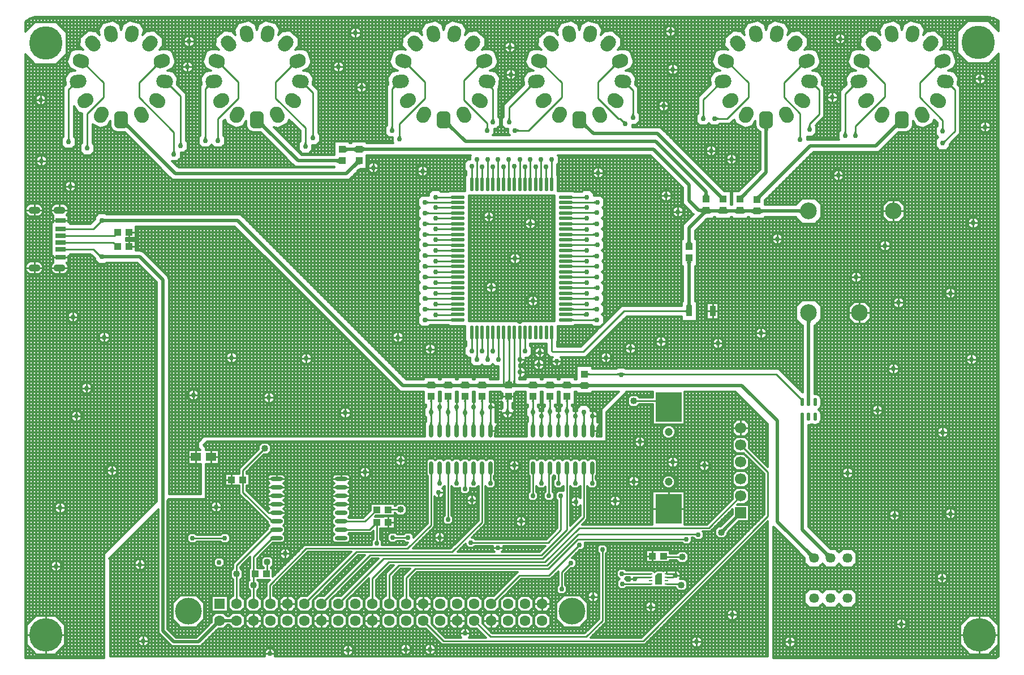
<source format=gtl>
G04*
G04 #@! TF.GenerationSoftware,Altium Limited,Altium Designer,20.0.9 (164)*
G04*
G04 Layer_Physical_Order=1*
G04 Layer_Color=255*
%FSLAX25Y25*%
%MOIN*%
G70*
G01*
G75*
%ADD10C,0.01000*%
%ADD18R,0.03937X0.04331*%
%ADD19R,0.04331X0.03937*%
%ADD20R,0.03740X0.06496*%
%ADD21C,0.00787*%
G04:AMPARAMS|DCode=22|XSize=9.84mil|YSize=21.65mil|CornerRadius=0.98mil|HoleSize=0mil|Usage=FLASHONLY|Rotation=90.000|XOffset=0mil|YOffset=0mil|HoleType=Round|Shape=RoundedRectangle|*
%AMROUNDEDRECTD22*
21,1,0.00984,0.01968,0,0,90.0*
21,1,0.00787,0.02165,0,0,90.0*
1,1,0.00197,0.00984,0.00394*
1,1,0.00197,0.00984,-0.00394*
1,1,0.00197,-0.00984,-0.00394*
1,1,0.00197,-0.00984,0.00394*
%
%ADD22ROUNDEDRECTD22*%
G04:AMPARAMS|DCode=23|XSize=9.84mil|YSize=21.65mil|CornerRadius=2.46mil|HoleSize=0mil|Usage=FLASHONLY|Rotation=90.000|XOffset=0mil|YOffset=0mil|HoleType=Round|Shape=RoundedRectangle|*
%AMROUNDEDRECTD23*
21,1,0.00984,0.01673,0,0,90.0*
21,1,0.00492,0.02165,0,0,90.0*
1,1,0.00492,0.00837,0.00246*
1,1,0.00492,0.00837,-0.00246*
1,1,0.00492,-0.00837,-0.00246*
1,1,0.00492,-0.00837,0.00246*
%
%ADD23ROUNDEDRECTD23*%
%ADD24R,0.15748X0.17717*%
%ADD25O,0.02400X0.08000*%
G04:AMPARAMS|DCode=26|XSize=43.7mil|YSize=21.65mil|CornerRadius=5.41mil|HoleSize=0mil|Usage=FLASHONLY|Rotation=270.000|XOffset=0mil|YOffset=0mil|HoleType=Round|Shape=RoundedRectangle|*
%AMROUNDEDRECTD26*
21,1,0.04370,0.01083,0,0,270.0*
21,1,0.03287,0.02165,0,0,270.0*
1,1,0.01083,-0.00541,-0.01644*
1,1,0.01083,-0.00541,0.01644*
1,1,0.01083,0.00541,0.01644*
1,1,0.01083,0.00541,-0.01644*
%
%ADD26ROUNDEDRECTD26*%
%ADD27R,0.05906X0.03150*%
%ADD28R,0.05906X0.02992*%
%ADD29R,0.05906X0.02756*%
%ADD30R,0.06000X0.05000*%
%ADD31O,0.07480X0.02362*%
%ADD32O,0.02165X0.08071*%
%ADD33O,0.08071X0.02165*%
%ADD74C,0.01200*%
%ADD75C,0.02000*%
%ADD76C,0.15748*%
%ADD77C,0.19685*%
G04:AMPARAMS|DCode=78|XSize=78.74mil|YSize=98.43mil|CornerRadius=0mil|HoleSize=0mil|Usage=FLASHONLY|Rotation=83.076|XOffset=0mil|YOffset=0mil|HoleType=Round|Shape=Round|*
%AMOVALD78*
21,1,0.01968,0.07874,0.00000,0.00000,173.1*
1,1,0.07874,0.00977,-0.00119*
1,1,0.07874,-0.00977,0.00119*
%
%ADD78OVALD78*%

G04:AMPARAMS|DCode=79|XSize=78.74mil|YSize=98.43mil|CornerRadius=0mil|HoleSize=0mil|Usage=FLASHONLY|Rotation=55.384|XOffset=0mil|YOffset=0mil|HoleType=Round|Shape=Round|*
%AMOVALD79*
21,1,0.01968,0.07874,0.00000,0.00000,145.4*
1,1,0.07874,0.00810,-0.00559*
1,1,0.07874,-0.00810,0.00559*
%
%ADD79OVALD79*%

G04:AMPARAMS|DCode=80|XSize=78.74mil|YSize=98.43mil|CornerRadius=0mil|HoleSize=0mil|Usage=FLASHONLY|Rotation=110.768|XOffset=0mil|YOffset=0mil|HoleType=Round|Shape=Round|*
%AMOVALD80*
21,1,0.01968,0.07874,0.00000,0.00000,200.8*
1,1,0.07874,0.00920,0.00349*
1,1,0.07874,-0.00920,-0.00349*
%
%ADD80OVALD80*%

G04:AMPARAMS|DCode=81|XSize=78.74mil|YSize=98.43mil|CornerRadius=0mil|HoleSize=0mil|Usage=FLASHONLY|Rotation=138.460|XOffset=0mil|YOffset=0mil|HoleType=Round|Shape=Round|*
%AMOVALD81*
21,1,0.01968,0.07874,0.00000,0.00000,228.5*
1,1,0.07874,0.00653,0.00737*
1,1,0.07874,-0.00653,-0.00737*
%
%ADD81OVALD81*%

G04:AMPARAMS|DCode=82|XSize=78.74mil|YSize=98.43mil|CornerRadius=0mil|HoleSize=0mil|Usage=FLASHONLY|Rotation=166.152|XOffset=0mil|YOffset=0mil|HoleType=Round|Shape=Round|*
%AMOVALD82*
21,1,0.01968,0.07874,0.00000,0.00000,256.2*
1,1,0.07874,0.00236,0.00956*
1,1,0.07874,-0.00236,-0.00956*
%
%ADD82OVALD82*%

G04:AMPARAMS|DCode=83|XSize=78.74mil|YSize=98.43mil|CornerRadius=0mil|HoleSize=0mil|Usage=FLASHONLY|Rotation=193.848|XOffset=0mil|YOffset=0mil|HoleType=Round|Shape=Round|*
%AMOVALD83*
21,1,0.01968,0.07874,0.00000,0.00000,283.8*
1,1,0.07874,-0.00236,0.00956*
1,1,0.07874,0.00236,-0.00956*
%
%ADD83OVALD83*%

G04:AMPARAMS|DCode=84|XSize=78.74mil|YSize=98.43mil|CornerRadius=0mil|HoleSize=0mil|Usage=FLASHONLY|Rotation=221.540|XOffset=0mil|YOffset=0mil|HoleType=Round|Shape=Round|*
%AMOVALD84*
21,1,0.01968,0.07874,0.00000,0.00000,311.5*
1,1,0.07874,-0.00653,0.00737*
1,1,0.07874,0.00653,-0.00737*
%
%ADD84OVALD84*%

G04:AMPARAMS|DCode=85|XSize=78.74mil|YSize=98.43mil|CornerRadius=0mil|HoleSize=0mil|Usage=FLASHONLY|Rotation=249.232|XOffset=0mil|YOffset=0mil|HoleType=Round|Shape=Round|*
%AMOVALD85*
21,1,0.01968,0.07874,0.00000,0.00000,339.2*
1,1,0.07874,-0.00920,0.00349*
1,1,0.07874,0.00920,-0.00349*
%
%ADD85OVALD85*%

G04:AMPARAMS|DCode=86|XSize=78.74mil|YSize=98.43mil|CornerRadius=0mil|HoleSize=0mil|Usage=FLASHONLY|Rotation=276.924|XOffset=0mil|YOffset=0mil|HoleType=Round|Shape=Round|*
%AMOVALD86*
21,1,0.01968,0.07874,0.00000,0.00000,6.9*
1,1,0.07874,-0.00977,-0.00119*
1,1,0.07874,0.00977,0.00119*
%
%ADD86OVALD86*%

G04:AMPARAMS|DCode=87|XSize=78.74mil|YSize=98.43mil|CornerRadius=0mil|HoleSize=0mil|Usage=FLASHONLY|Rotation=304.616|XOffset=0mil|YOffset=0mil|HoleType=Round|Shape=Round|*
%AMOVALD87*
21,1,0.01968,0.07874,0.00000,0.00000,34.6*
1,1,0.07874,-0.00810,-0.00559*
1,1,0.07874,0.00810,0.00559*
%
%ADD87OVALD87*%

G04:AMPARAMS|DCode=88|XSize=78.74mil|YSize=98.43mil|CornerRadius=0mil|HoleSize=0mil|Usage=FLASHONLY|Rotation=332.308|XOffset=0mil|YOffset=0mil|HoleType=Round|Shape=Round|*
%AMOVALD88*
21,1,0.01968,0.07874,0.00000,0.00000,62.3*
1,1,0.07874,-0.00457,-0.00872*
1,1,0.07874,0.00457,0.00872*
%
%ADD88OVALD88*%

G04:AMPARAMS|DCode=89|XSize=78.74mil|YSize=98.43mil|CornerRadius=0mil|HoleSize=0mil|Usage=FLASHONLY|Rotation=27.692|XOffset=0mil|YOffset=0mil|HoleType=Round|Shape=Round|*
%AMOVALD89*
21,1,0.01968,0.07874,0.00000,0.00000,117.7*
1,1,0.07874,0.00457,-0.00872*
1,1,0.07874,-0.00457,0.00872*
%
%ADD89OVALD89*%

G04:AMPARAMS|DCode=90|XSize=78.74mil|YSize=98.43mil|CornerRadius=19.68mil|HoleSize=0mil|Usage=FLASHONLY|Rotation=0.000|XOffset=0mil|YOffset=0mil|HoleType=Round|Shape=RoundedRectangle|*
%AMROUNDEDRECTD90*
21,1,0.07874,0.05906,0,0,0.0*
21,1,0.03937,0.09843,0,0,0.0*
1,1,0.03937,0.01968,-0.02953*
1,1,0.03937,-0.01968,-0.02953*
1,1,0.03937,-0.01968,0.02953*
1,1,0.03937,0.01968,0.02953*
%
%ADD90ROUNDEDRECTD90*%
%ADD91C,0.04724*%
%ADD92C,0.05740*%
%ADD93R,0.06299X0.06299*%
%ADD94C,0.06299*%
%ADD95C,0.09843*%
%ADD96O,0.07087X0.04331*%
%ADD97R,0.06693X0.06693*%
%ADD98C,0.06693*%
%ADD99C,0.03000*%
%ADD100C,0.04000*%
G36*
X251036Y145346D02*
X250961Y145405D01*
X250877Y145440D01*
X250785Y145454D01*
X250684Y145444D01*
X250574Y145412D01*
X250456Y145356D01*
X250329Y145278D01*
X250193Y145178D01*
X250049Y145054D01*
X249896Y144908D01*
X249193Y145620D01*
X249338Y145772D01*
X249460Y145915D01*
X249559Y146049D01*
X249636Y146175D01*
X249690Y146292D01*
X249721Y146401D01*
X249730Y146501D01*
X249716Y146592D01*
X249679Y146675D01*
X249620Y146749D01*
X251036Y145346D01*
D02*
G37*
G36*
X171036D02*
X170961Y145405D01*
X170878Y145440D01*
X170785Y145454D01*
X170684Y145444D01*
X170574Y145412D01*
X170456Y145356D01*
X170329Y145278D01*
X170193Y145178D01*
X170049Y145054D01*
X169896Y144908D01*
X169193Y145620D01*
X169338Y145772D01*
X169460Y145915D01*
X169559Y146049D01*
X169636Y146175D01*
X169690Y146292D01*
X169721Y146401D01*
X169730Y146501D01*
X169716Y146592D01*
X169679Y146675D01*
X169620Y146749D01*
X171036Y145346D01*
D02*
G37*
G36*
X61036D02*
X60961Y145405D01*
X60878Y145440D01*
X60785Y145454D01*
X60684Y145444D01*
X60574Y145412D01*
X60456Y145356D01*
X60329Y145278D01*
X60193Y145178D01*
X60049Y145054D01*
X59895Y144908D01*
X59193Y145620D01*
X59338Y145772D01*
X59460Y145915D01*
X59559Y146049D01*
X59636Y146175D01*
X59690Y146292D01*
X59721Y146401D01*
X59730Y146501D01*
X59716Y146592D01*
X59679Y146675D01*
X59620Y146749D01*
X61036Y145346D01*
D02*
G37*
G36*
X-18964D02*
X-19039Y145405D01*
X-19123Y145440D01*
X-19215Y145454D01*
X-19316Y145444D01*
X-19426Y145412D01*
X-19544Y145356D01*
X-19671Y145278D01*
X-19807Y145178D01*
X-19951Y145054D01*
X-20105Y144908D01*
X-20807Y145620D01*
X-20662Y145772D01*
X-20540Y145915D01*
X-20441Y146049D01*
X-20364Y146175D01*
X-20310Y146292D01*
X-20279Y146401D01*
X-20270Y146501D01*
X-20284Y146592D01*
X-20321Y146675D01*
X-20380Y146749D01*
X-18964Y145346D01*
D02*
G37*
G36*
X-128964D02*
X-129039Y145405D01*
X-129122Y145440D01*
X-129215Y145454D01*
X-129316Y145444D01*
X-129426Y145412D01*
X-129544Y145356D01*
X-129671Y145278D01*
X-129807Y145178D01*
X-129951Y145054D01*
X-130104Y144908D01*
X-130807Y145620D01*
X-130662Y145772D01*
X-130540Y145915D01*
X-130441Y146049D01*
X-130364Y146175D01*
X-130310Y146292D01*
X-130279Y146401D01*
X-130270Y146501D01*
X-130284Y146592D01*
X-130321Y146675D01*
X-130380Y146749D01*
X-128964Y145346D01*
D02*
G37*
G36*
X-208964D02*
X-209039Y145405D01*
X-209122Y145440D01*
X-209215Y145454D01*
X-209316Y145444D01*
X-209426Y145412D01*
X-209544Y145356D01*
X-209671Y145278D01*
X-209807Y145178D01*
X-209951Y145054D01*
X-210104Y144908D01*
X-210807Y145620D01*
X-210662Y145772D01*
X-210540Y145915D01*
X-210441Y146049D01*
X-210364Y146175D01*
X-210310Y146292D01*
X-210279Y146401D01*
X-210270Y146501D01*
X-210284Y146592D01*
X-210321Y146675D01*
X-210380Y146749D01*
X-208964Y145346D01*
D02*
G37*
G36*
X210320Y146673D02*
X210284Y146590D01*
X210270Y146499D01*
X210278Y146399D01*
X210310Y146290D01*
X210364Y146173D01*
X210440Y146047D01*
X210540Y145913D01*
X210662Y145770D01*
X210806Y145619D01*
X210104Y144907D01*
X209951Y145053D01*
X209806Y145176D01*
X209670Y145277D01*
X209543Y145355D01*
X209425Y145410D01*
X209315Y145442D01*
X209214Y145452D01*
X209122Y145439D01*
X209038Y145403D01*
X208963Y145344D01*
X210379Y146747D01*
X210320Y146673D01*
D02*
G37*
G36*
X130320D02*
X130284Y146590D01*
X130270Y146499D01*
X130278Y146399D01*
X130310Y146290D01*
X130364Y146173D01*
X130440Y146047D01*
X130540Y145913D01*
X130661Y145770D01*
X130806Y145619D01*
X130104Y144907D01*
X129951Y145053D01*
X129806Y145176D01*
X129670Y145277D01*
X129543Y145355D01*
X129425Y145410D01*
X129315Y145442D01*
X129214Y145452D01*
X129122Y145439D01*
X129038Y145403D01*
X128963Y145344D01*
X130379Y146747D01*
X130320Y146673D01*
D02*
G37*
G36*
X20320D02*
X20284Y146590D01*
X20270Y146499D01*
X20278Y146399D01*
X20310Y146290D01*
X20364Y146173D01*
X20440Y146047D01*
X20540Y145913D01*
X20662Y145770D01*
X20806Y145619D01*
X20104Y144907D01*
X19951Y145053D01*
X19806Y145176D01*
X19670Y145277D01*
X19543Y145355D01*
X19425Y145410D01*
X19315Y145442D01*
X19214Y145452D01*
X19122Y145439D01*
X19038Y145403D01*
X18963Y145344D01*
X20379Y146747D01*
X20320Y146673D01*
D02*
G37*
G36*
X-59680D02*
X-59716Y146590D01*
X-59730Y146499D01*
X-59722Y146399D01*
X-59690Y146290D01*
X-59636Y146173D01*
X-59560Y146047D01*
X-59460Y145913D01*
X-59338Y145770D01*
X-59194Y145619D01*
X-59896Y144907D01*
X-60049Y145053D01*
X-60194Y145176D01*
X-60330Y145277D01*
X-60457Y145355D01*
X-60575Y145410D01*
X-60685Y145442D01*
X-60786Y145452D01*
X-60878Y145439D01*
X-60962Y145403D01*
X-61037Y145344D01*
X-59621Y146747D01*
X-59680Y146673D01*
D02*
G37*
G36*
X-169680D02*
X-169716Y146590D01*
X-169730Y146499D01*
X-169722Y146399D01*
X-169690Y146290D01*
X-169636Y146173D01*
X-169560Y146047D01*
X-169460Y145913D01*
X-169339Y145770D01*
X-169194Y145619D01*
X-169896Y144907D01*
X-170049Y145053D01*
X-170194Y145176D01*
X-170330Y145277D01*
X-170457Y145355D01*
X-170575Y145410D01*
X-170685Y145442D01*
X-170786Y145452D01*
X-170878Y145439D01*
X-170962Y145403D01*
X-171037Y145344D01*
X-169621Y146747D01*
X-169680Y146673D01*
D02*
G37*
G36*
X-249680D02*
X-249716Y146590D01*
X-249730Y146499D01*
X-249722Y146399D01*
X-249690Y146290D01*
X-249636Y146173D01*
X-249560Y146047D01*
X-249460Y145913D01*
X-249339Y145770D01*
X-249194Y145619D01*
X-249896Y144907D01*
X-250049Y145053D01*
X-250194Y145176D01*
X-250330Y145277D01*
X-250457Y145355D01*
X-250575Y145410D01*
X-250685Y145442D01*
X-250786Y145452D01*
X-250878Y145439D01*
X-250962Y145403D01*
X-251037Y145344D01*
X-249621Y146747D01*
X-249680Y146673D01*
D02*
G37*
G36*
X201647Y133413D02*
X201571Y133472D01*
X201488Y133508D01*
X201395Y133520D01*
X201294Y133510D01*
X201183Y133478D01*
X201064Y133422D01*
X200937Y133344D01*
X200800Y133242D01*
X200655Y133118D01*
X200501Y132971D01*
X199803Y133687D01*
X199947Y133839D01*
X200069Y133982D01*
X200168Y134116D01*
X200245Y134242D01*
X200299Y134359D01*
X200330Y134468D01*
X200338Y134568D01*
X200324Y134659D01*
X200288Y134742D01*
X200228Y134817D01*
X201647Y133413D01*
D02*
G37*
G36*
X121647D02*
X121572Y133472D01*
X121488Y133508D01*
X121395Y133520D01*
X121294Y133510D01*
X121183Y133478D01*
X121064Y133422D01*
X120937Y133344D01*
X120800Y133242D01*
X120655Y133118D01*
X120501Y132971D01*
X119803Y133687D01*
X119947Y133839D01*
X120069Y133982D01*
X120168Y134116D01*
X120245Y134242D01*
X120299Y134359D01*
X120330Y134468D01*
X120338Y134568D01*
X120324Y134659D01*
X120288Y134742D01*
X120228Y134817D01*
X121647Y133413D01*
D02*
G37*
G36*
X11647D02*
X11571Y133472D01*
X11488Y133508D01*
X11395Y133520D01*
X11294Y133510D01*
X11183Y133478D01*
X11064Y133422D01*
X10937Y133344D01*
X10800Y133242D01*
X10655Y133118D01*
X10501Y132971D01*
X9803Y133687D01*
X9947Y133839D01*
X10069Y133982D01*
X10168Y134116D01*
X10245Y134242D01*
X10299Y134359D01*
X10330Y134468D01*
X10338Y134568D01*
X10324Y134659D01*
X10288Y134742D01*
X10228Y134817D01*
X11647Y133413D01*
D02*
G37*
G36*
X-68353D02*
X-68428Y133472D01*
X-68512Y133508D01*
X-68605Y133520D01*
X-68706Y133510D01*
X-68817Y133478D01*
X-68936Y133422D01*
X-69063Y133344D01*
X-69200Y133242D01*
X-69345Y133118D01*
X-69499Y132971D01*
X-70197Y133687D01*
X-70053Y133839D01*
X-69931Y133982D01*
X-69832Y134116D01*
X-69755Y134242D01*
X-69701Y134359D01*
X-69670Y134468D01*
X-69662Y134568D01*
X-69676Y134659D01*
X-69713Y134742D01*
X-69772Y134817D01*
X-68353Y133413D01*
D02*
G37*
G36*
X-178353D02*
X-178428Y133472D01*
X-178512Y133508D01*
X-178605Y133520D01*
X-178706Y133510D01*
X-178817Y133478D01*
X-178936Y133422D01*
X-179063Y133344D01*
X-179200Y133242D01*
X-179345Y133118D01*
X-179499Y132971D01*
X-180197Y133687D01*
X-180053Y133839D01*
X-179931Y133982D01*
X-179832Y134116D01*
X-179755Y134242D01*
X-179701Y134359D01*
X-179670Y134468D01*
X-179662Y134568D01*
X-179676Y134659D01*
X-179712Y134742D01*
X-179772Y134817D01*
X-178353Y133413D01*
D02*
G37*
G36*
X-258353D02*
X-258429Y133472D01*
X-258512Y133508D01*
X-258605Y133520D01*
X-258706Y133510D01*
X-258817Y133478D01*
X-258936Y133422D01*
X-259063Y133344D01*
X-259200Y133242D01*
X-259345Y133118D01*
X-259499Y132971D01*
X-260197Y133687D01*
X-260053Y133839D01*
X-259931Y133982D01*
X-259832Y134116D01*
X-259755Y134242D01*
X-259701Y134359D01*
X-259670Y134468D01*
X-259662Y134568D01*
X-259676Y134659D01*
X-259713Y134742D01*
X-259772Y134817D01*
X-258353Y133413D01*
D02*
G37*
G36*
X259713Y134742D02*
X259676Y134659D01*
X259662Y134568D01*
X259670Y134468D01*
X259701Y134359D01*
X259755Y134242D01*
X259832Y134116D01*
X259931Y133982D01*
X260053Y133839D01*
X260197Y133687D01*
X259499Y132971D01*
X259345Y133118D01*
X259200Y133242D01*
X259063Y133344D01*
X258936Y133422D01*
X258817Y133478D01*
X258706Y133510D01*
X258605Y133520D01*
X258512Y133508D01*
X258429Y133472D01*
X258353Y133413D01*
X259772Y134817D01*
X259713Y134742D01*
D02*
G37*
G36*
X179712D02*
X179676Y134659D01*
X179662Y134568D01*
X179670Y134468D01*
X179701Y134359D01*
X179755Y134242D01*
X179832Y134116D01*
X179931Y133982D01*
X180053Y133839D01*
X180197Y133687D01*
X179499Y132971D01*
X179345Y133118D01*
X179200Y133242D01*
X179063Y133344D01*
X178936Y133422D01*
X178817Y133478D01*
X178706Y133510D01*
X178605Y133520D01*
X178512Y133508D01*
X178428Y133472D01*
X178353Y133413D01*
X179772Y134817D01*
X179712Y134742D01*
D02*
G37*
G36*
X69713D02*
X69676Y134659D01*
X69662Y134568D01*
X69670Y134468D01*
X69701Y134359D01*
X69755Y134242D01*
X69832Y134116D01*
X69931Y133982D01*
X70053Y133839D01*
X70197Y133687D01*
X69499Y132971D01*
X69345Y133118D01*
X69200Y133242D01*
X69063Y133344D01*
X68936Y133422D01*
X68817Y133478D01*
X68706Y133510D01*
X68605Y133520D01*
X68512Y133508D01*
X68428Y133472D01*
X68353Y133413D01*
X69772Y134817D01*
X69713Y134742D01*
D02*
G37*
G36*
X-120288D02*
X-120324Y134659D01*
X-120338Y134568D01*
X-120330Y134468D01*
X-120299Y134359D01*
X-120245Y134242D01*
X-120168Y134116D01*
X-120069Y133982D01*
X-119947Y133839D01*
X-119803Y133687D01*
X-120501Y132971D01*
X-120655Y133118D01*
X-120800Y133242D01*
X-120937Y133344D01*
X-121064Y133422D01*
X-121183Y133478D01*
X-121294Y133510D01*
X-121395Y133520D01*
X-121488Y133508D01*
X-121572Y133472D01*
X-121647Y133413D01*
X-120228Y134817D01*
X-120288Y134742D01*
D02*
G37*
G36*
X-200288D02*
X-200324Y134659D01*
X-200338Y134568D01*
X-200330Y134468D01*
X-200299Y134359D01*
X-200245Y134242D01*
X-200168Y134116D01*
X-200069Y133982D01*
X-199947Y133839D01*
X-199803Y133687D01*
X-200501Y132971D01*
X-200655Y133118D01*
X-200800Y133242D01*
X-200937Y133344D01*
X-201064Y133422D01*
X-201183Y133478D01*
X-201294Y133510D01*
X-201395Y133520D01*
X-201488Y133508D01*
X-201571Y133472D01*
X-201647Y133413D01*
X-200228Y134817D01*
X-200288Y134742D01*
D02*
G37*
G36*
X-11164Y133761D02*
X-11223Y133700D01*
X-11256Y133627D01*
X-11264Y133543D01*
X-11246Y133447D01*
X-11203Y133340D01*
X-11134Y133222D01*
X-11039Y133092D01*
X-10919Y132950D01*
X-10773Y132798D01*
X-11728Y132338D01*
X-11887Y132490D01*
X-12184Y132731D01*
X-12323Y132821D01*
X-12455Y132891D01*
X-12580Y132939D01*
X-12699Y132968D01*
X-12812Y132975D01*
X-12917Y132963D01*
X-13016Y132929D01*
X-11079Y133811D01*
X-11164Y133761D01*
D02*
G37*
G36*
X72005Y117675D02*
X72022Y117539D01*
X72049Y117407D01*
X72088Y117278D01*
X72137Y117151D01*
X72198Y117029D01*
X72269Y116910D01*
X72352Y116794D01*
X72445Y116681D01*
X72550Y116571D01*
X70450D01*
X70555Y116681D01*
X70648Y116794D01*
X70731Y116910D01*
X70802Y117029D01*
X70863Y117151D01*
X70912Y117278D01*
X70951Y117407D01*
X70978Y117539D01*
X70995Y117675D01*
X71000Y117814D01*
X72000D01*
X72005Y117675D01*
D02*
G37*
G36*
X113505Y117175D02*
X113522Y117039D01*
X113549Y116907D01*
X113588Y116778D01*
X113637Y116651D01*
X113698Y116529D01*
X113769Y116410D01*
X113852Y116294D01*
X113945Y116181D01*
X114050Y116071D01*
X111950D01*
X112055Y116181D01*
X112148Y116294D01*
X112231Y116410D01*
X112302Y116529D01*
X112363Y116651D01*
X112412Y116778D01*
X112451Y116907D01*
X112478Y117039D01*
X112495Y117175D01*
X112500Y117314D01*
X113500D01*
X113505Y117175D01*
D02*
G37*
G36*
X-1094Y115175D02*
X-1078Y115039D01*
X-1051Y114907D01*
X-1012Y114778D01*
X-962Y114652D01*
X-902Y114529D01*
X-831Y114409D01*
X-748Y114294D01*
X-654Y114181D01*
X-550Y114071D01*
X-2650D01*
X-2545Y114181D01*
X-2452Y114294D01*
X-2369Y114409D01*
X-2298Y114529D01*
X-2238Y114652D01*
X-2188Y114778D01*
X-2149Y114907D01*
X-2122Y115039D01*
X-2105Y115175D01*
X-2100Y115314D01*
X-1100D01*
X-1094Y115175D01*
D02*
G37*
G36*
X-10494D02*
X-10478Y115039D01*
X-10451Y114907D01*
X-10412Y114778D01*
X-10362Y114652D01*
X-10302Y114529D01*
X-10231Y114409D01*
X-10148Y114294D01*
X-10054Y114181D01*
X-9950Y114071D01*
X-12050D01*
X-11946Y114181D01*
X-11852Y114294D01*
X-11769Y114409D01*
X-11698Y114529D01*
X-11637Y114652D01*
X-11588Y114778D01*
X-11549Y114907D01*
X-11522Y115039D01*
X-11506Y115175D01*
X-11500Y115314D01*
X-10500D01*
X-10494Y115175D01*
D02*
G37*
G36*
X120681Y115945D02*
X120793Y115852D01*
X120910Y115770D01*
X121029Y115698D01*
X121151Y115638D01*
X121277Y115588D01*
X121407Y115550D01*
X121539Y115522D01*
X121675Y115506D01*
X121814Y115500D01*
Y114500D01*
X121675Y114495D01*
X121539Y114478D01*
X121407Y114451D01*
X121277Y114412D01*
X121151Y114363D01*
X121029Y114302D01*
X120910Y114231D01*
X120793Y114148D01*
X120681Y114055D01*
X120571Y113950D01*
Y116050D01*
X120681Y115945D01*
D02*
G37*
G36*
X65819Y113895D02*
X65927Y113811D01*
X66040Y113737D01*
X66159Y113673D01*
X66283Y113619D01*
X66413Y113575D01*
X66547Y113541D01*
X66688Y113517D01*
X66834Y113503D01*
X66985Y113500D01*
X65500Y112015D01*
X65497Y112166D01*
X65483Y112312D01*
X65459Y112453D01*
X65425Y112587D01*
X65381Y112717D01*
X65327Y112841D01*
X65263Y112960D01*
X65189Y113073D01*
X65105Y113181D01*
X65010Y113283D01*
X65717Y113990D01*
X65819Y113895D01*
D02*
G37*
G36*
X176005Y110675D02*
X176022Y110539D01*
X176049Y110407D01*
X176088Y110277D01*
X176137Y110152D01*
X176198Y110029D01*
X176269Y109909D01*
X176352Y109793D01*
X176445Y109681D01*
X176550Y109571D01*
X174450D01*
X174555Y109681D01*
X174648Y109793D01*
X174731Y109909D01*
X174802Y110029D01*
X174863Y110152D01*
X174912Y110277D01*
X174951Y110407D01*
X174978Y110539D01*
X174995Y110675D01*
X175000Y110814D01*
X176000D01*
X176005Y110675D01*
D02*
G37*
G36*
X227919Y109510D02*
X227811Y109669D01*
X227673Y109770D01*
X227505Y109812D01*
X227305Y109795D01*
X227075Y109719D01*
X226814Y109585D01*
X226523Y109392D01*
X226201Y109140D01*
X225849Y108830D01*
X225465Y108460D01*
X224124Y109948D01*
X224577Y110415D01*
X225310Y111260D01*
X225590Y111638D01*
X225814Y111988D01*
X225980Y112308D01*
X226088Y112599D01*
X226139Y112861D01*
X226133Y113093D01*
X226070Y113296D01*
X227919Y109510D01*
D02*
G37*
G36*
X-13845Y110175D02*
X-13828Y110039D01*
X-13801Y109907D01*
X-13762Y109777D01*
X-13713Y109652D01*
X-13652Y109529D01*
X-13580Y109409D01*
X-13498Y109293D01*
X-13405Y109181D01*
X-13300Y109071D01*
X-15400D01*
X-15295Y109181D01*
X-15202Y109293D01*
X-15120Y109409D01*
X-15048Y109529D01*
X-14988Y109652D01*
X-14938Y109777D01*
X-14899Y109907D01*
X-14872Y110039D01*
X-14855Y110175D01*
X-14850Y110314D01*
X-13850D01*
X-13845Y110175D01*
D02*
G37*
G36*
X-69994D02*
X-69978Y110039D01*
X-69950Y109907D01*
X-69912Y109777D01*
X-69863Y109652D01*
X-69802Y109529D01*
X-69731Y109409D01*
X-69648Y109293D01*
X-69555Y109181D01*
X-69450Y109071D01*
X-71550D01*
X-71446Y109181D01*
X-71352Y109293D01*
X-71270Y109409D01*
X-71198Y109529D01*
X-71137Y109652D01*
X-71088Y109777D01*
X-71049Y109907D01*
X-71022Y110039D01*
X-71005Y110175D01*
X-71000Y110314D01*
X-70000D01*
X-69994Y110175D01*
D02*
G37*
G36*
X254505Y109675D02*
X254522Y109539D01*
X254550Y109407D01*
X254588Y109277D01*
X254638Y109151D01*
X254698Y109029D01*
X254769Y108909D01*
X254852Y108793D01*
X254945Y108681D01*
X255050Y108571D01*
X252950D01*
X253054Y108681D01*
X253148Y108793D01*
X253231Y108909D01*
X253302Y109029D01*
X253362Y109151D01*
X253412Y109277D01*
X253450Y109407D01*
X253478Y109539D01*
X253495Y109675D01*
X253500Y109814D01*
X254500D01*
X254505Y109675D01*
D02*
G37*
G36*
X43867Y113093D02*
X43861Y112861D01*
X43912Y112599D01*
X44020Y112308D01*
X44186Y111988D01*
X44409Y111638D01*
X44690Y111260D01*
X45028Y110852D01*
X45875Y109948D01*
X44535Y108460D01*
X44151Y108830D01*
X43477Y109392D01*
X43186Y109585D01*
X42925Y109719D01*
X42695Y109795D01*
X42495Y109812D01*
X42327Y109770D01*
X42189Y109669D01*
X42081Y109510D01*
X43930Y113296D01*
X43867Y113093D01*
D02*
G37*
G36*
X-36134D02*
X-36140Y112861D01*
X-36088Y112599D01*
X-35980Y112308D01*
X-35814Y111988D01*
X-35590Y111638D01*
X-35310Y111260D01*
X-34972Y110852D01*
X-34124Y109948D01*
X-35465Y108460D01*
X-35849Y108830D01*
X-36523Y109392D01*
X-36814Y109585D01*
X-37075Y109719D01*
X-37305Y109795D01*
X-37505Y109812D01*
X-37673Y109770D01*
X-37811Y109669D01*
X-37919Y109510D01*
X-36070Y113296D01*
X-36134Y113093D01*
D02*
G37*
G36*
X-146133D02*
X-146140Y112861D01*
X-146088Y112599D01*
X-145980Y112308D01*
X-145814Y111988D01*
X-145590Y111638D01*
X-145310Y111260D01*
X-144972Y110852D01*
X-144124Y109948D01*
X-145465Y108460D01*
X-145849Y108830D01*
X-146523Y109392D01*
X-146814Y109585D01*
X-147075Y109719D01*
X-147305Y109795D01*
X-147505Y109812D01*
X-147673Y109770D01*
X-147811Y109669D01*
X-147919Y109510D01*
X-146070Y113296D01*
X-146133Y113093D01*
D02*
G37*
G36*
X-226133D02*
X-226139Y112861D01*
X-226088Y112599D01*
X-225980Y112308D01*
X-225814Y111988D01*
X-225590Y111638D01*
X-225310Y111260D01*
X-224972Y110852D01*
X-224124Y109948D01*
X-225465Y108460D01*
X-225849Y108830D01*
X-226523Y109392D01*
X-226814Y109585D01*
X-227075Y109719D01*
X-227305Y109795D01*
X-227505Y109812D01*
X-227673Y109770D01*
X-227811Y109669D01*
X-227919Y109510D01*
X-226070Y113296D01*
X-226133Y113093D01*
D02*
G37*
G36*
X151809Y109479D02*
X151639Y109419D01*
X151489Y109318D01*
X151359Y109177D01*
X151250Y108995D01*
X151160Y108774D01*
X151090Y108511D01*
X151040Y108209D01*
X151010Y107866D01*
X151000Y107483D01*
X149000D01*
X148990Y107866D01*
X148960Y108209D01*
X148910Y108511D01*
X148840Y108774D01*
X148750Y108995D01*
X148641Y109177D01*
X148511Y109318D01*
X148361Y109419D01*
X148191Y109479D01*
X148002Y109499D01*
X151998D01*
X151809Y109479D01*
D02*
G37*
G36*
X3181Y108946D02*
X3293Y108852D01*
X3410Y108770D01*
X3529Y108698D01*
X3652Y108637D01*
X3777Y108588D01*
X3907Y108549D01*
X4039Y108522D01*
X4175Y108505D01*
X4314Y108500D01*
Y107500D01*
X4175Y107494D01*
X4039Y107478D01*
X3907Y107450D01*
X3777Y107412D01*
X3652Y107362D01*
X3529Y107302D01*
X3410Y107230D01*
X3293Y107148D01*
X3181Y107054D01*
X3071Y106950D01*
Y109050D01*
X3181Y108946D01*
D02*
G37*
G36*
X203006Y107175D02*
X203022Y107039D01*
X203049Y106907D01*
X203088Y106778D01*
X203137Y106651D01*
X203198Y106529D01*
X203270Y106410D01*
X203352Y106293D01*
X203446Y106181D01*
X203550Y106071D01*
X201450D01*
X201554Y106181D01*
X201648Y106293D01*
X201730Y106410D01*
X201802Y106529D01*
X201863Y106651D01*
X201912Y106778D01*
X201951Y106907D01*
X201978Y107039D01*
X201994Y107175D01*
X202000Y107314D01*
X203000D01*
X203006Y107175D01*
D02*
G37*
G36*
X197005D02*
X197022Y107039D01*
X197049Y106907D01*
X197088Y106778D01*
X197137Y106651D01*
X197198Y106529D01*
X197269Y106410D01*
X197352Y106293D01*
X197445Y106181D01*
X197550Y106071D01*
X195450D01*
X195554Y106181D01*
X195648Y106293D01*
X195730Y106410D01*
X195802Y106529D01*
X195862Y106651D01*
X195912Y106778D01*
X195950Y106907D01*
X195978Y107039D01*
X195994Y107175D01*
X196000Y107314D01*
X197000D01*
X197005Y107175D01*
D02*
G37*
G36*
X-116495Y105675D02*
X-116478Y105539D01*
X-116451Y105407D01*
X-116412Y105278D01*
X-116363Y105151D01*
X-116302Y105029D01*
X-116230Y104910D01*
X-116148Y104794D01*
X-116054Y104681D01*
X-115950Y104571D01*
X-118050D01*
X-117946Y104681D01*
X-117852Y104794D01*
X-117770Y104910D01*
X-117698Y105029D01*
X-117638Y105151D01*
X-117588Y105278D01*
X-117550Y105407D01*
X-117522Y105539D01*
X-117506Y105675D01*
X-117500Y105814D01*
X-116500D01*
X-116495Y105675D01*
D02*
G37*
G36*
X-65495Y105175D02*
X-65478Y105039D01*
X-65451Y104907D01*
X-65412Y104778D01*
X-65363Y104651D01*
X-65302Y104529D01*
X-65231Y104410D01*
X-65148Y104294D01*
X-65055Y104181D01*
X-64950Y104071D01*
X-67050D01*
X-66945Y104181D01*
X-66852Y104294D01*
X-66769Y104410D01*
X-66698Y104529D01*
X-66637Y104651D01*
X-66588Y104778D01*
X-66549Y104907D01*
X-66522Y105039D01*
X-66505Y105175D01*
X-66500Y105314D01*
X-65500D01*
X-65495Y105175D01*
D02*
G37*
G36*
X170505Y104675D02*
X170522Y104539D01*
X170549Y104407D01*
X170588Y104278D01*
X170638Y104151D01*
X170698Y104029D01*
X170770Y103910D01*
X170852Y103794D01*
X170946Y103681D01*
X171050Y103571D01*
X168950D01*
X169054Y103681D01*
X169148Y103794D01*
X169230Y103910D01*
X169302Y104029D01*
X169362Y104151D01*
X169412Y104278D01*
X169450Y104407D01*
X169478Y104539D01*
X169494Y104675D01*
X169500Y104814D01*
X170500D01*
X170505Y104675D01*
D02*
G37*
G36*
X-172494Y104175D02*
X-172478Y104039D01*
X-172450Y103907D01*
X-172412Y103778D01*
X-172362Y103651D01*
X-172302Y103529D01*
X-172231Y103410D01*
X-172148Y103294D01*
X-172055Y103181D01*
X-171950Y103071D01*
X-174050D01*
X-173945Y103181D01*
X-173852Y103294D01*
X-173769Y103410D01*
X-173698Y103529D01*
X-173637Y103651D01*
X-173588Y103778D01*
X-173549Y103907D01*
X-173522Y104039D01*
X-173505Y104175D01*
X-173500Y104314D01*
X-172500D01*
X-172494Y104175D01*
D02*
G37*
G36*
X-179994D02*
X-179978Y104039D01*
X-179950Y103907D01*
X-179912Y103778D01*
X-179862Y103651D01*
X-179802Y103529D01*
X-179730Y103410D01*
X-179648Y103294D01*
X-179554Y103181D01*
X-179450Y103071D01*
X-181550D01*
X-181446Y103181D01*
X-181352Y103294D01*
X-181270Y103410D01*
X-181198Y103529D01*
X-181138Y103651D01*
X-181088Y103778D01*
X-181050Y103907D01*
X-181022Y104039D01*
X-181006Y104175D01*
X-181000Y104314D01*
X-180000D01*
X-179994Y104175D01*
D02*
G37*
G36*
X-260494Y103488D02*
X-260478Y103352D01*
X-260451Y103219D01*
X-260412Y103090D01*
X-260363Y102964D01*
X-260302Y102841D01*
X-260230Y102722D01*
X-260148Y102606D01*
X-260054Y102493D01*
X-259950Y102384D01*
X-262050D01*
X-261946Y102493D01*
X-261852Y102606D01*
X-261770Y102722D01*
X-261698Y102841D01*
X-261637Y102964D01*
X-261588Y103090D01*
X-261549Y103219D01*
X-261522Y103352D01*
X-261506Y103488D01*
X-261500Y103627D01*
X-260500D01*
X-260494Y103488D01*
D02*
G37*
G36*
X255990Y101783D02*
X255895Y101681D01*
X255811Y101573D01*
X255737Y101460D01*
X255673Y101341D01*
X255619Y101217D01*
X255575Y101087D01*
X255541Y100953D01*
X255517Y100812D01*
X255503Y100666D01*
X255500Y100515D01*
X254015Y102000D01*
X254166Y102003D01*
X254312Y102017D01*
X254453Y102041D01*
X254588Y102075D01*
X254717Y102119D01*
X254841Y102173D01*
X254960Y102237D01*
X255073Y102311D01*
X255181Y102395D01*
X255283Y102490D01*
X255990Y101783D01*
D02*
G37*
G36*
X-194494Y101175D02*
X-194478Y101039D01*
X-194450Y100907D01*
X-194412Y100777D01*
X-194362Y100652D01*
X-194302Y100529D01*
X-194230Y100409D01*
X-194148Y100293D01*
X-194054Y100181D01*
X-193950Y100071D01*
X-196050D01*
X-195946Y100181D01*
X-195852Y100293D01*
X-195770Y100409D01*
X-195698Y100529D01*
X-195638Y100652D01*
X-195588Y100777D01*
X-195549Y100907D01*
X-195522Y101039D01*
X-195505Y101175D01*
X-195500Y101314D01*
X-194500D01*
X-194494Y101175D01*
D02*
G37*
G36*
X-120994Y100675D02*
X-120978Y100539D01*
X-120950Y100407D01*
X-120912Y100277D01*
X-120862Y100152D01*
X-120802Y100029D01*
X-120730Y99910D01*
X-120648Y99793D01*
X-120554Y99681D01*
X-120450Y99571D01*
X-122550D01*
X-122445Y99681D01*
X-122352Y99793D01*
X-122269Y99910D01*
X-122198Y100029D01*
X-122137Y100152D01*
X-122088Y100277D01*
X-122049Y100407D01*
X-122022Y100539D01*
X-122005Y100675D01*
X-122000Y100814D01*
X-121000D01*
X-120994Y100675D01*
D02*
G37*
G36*
X-249495Y99675D02*
X-249478Y99539D01*
X-249450Y99407D01*
X-249412Y99278D01*
X-249362Y99151D01*
X-249302Y99029D01*
X-249231Y98909D01*
X-249148Y98793D01*
X-249055Y98681D01*
X-248950Y98571D01*
X-251050D01*
X-250945Y98681D01*
X-250852Y98793D01*
X-250769Y98909D01*
X-250698Y99029D01*
X-250638Y99151D01*
X-250588Y99278D01*
X-250550Y99407D01*
X-250522Y99539D01*
X-250505Y99675D01*
X-250500Y99814D01*
X-249500D01*
X-249495Y99675D01*
D02*
G37*
G36*
X-198495Y96175D02*
X-198478Y96039D01*
X-198451Y95907D01*
X-198412Y95777D01*
X-198363Y95652D01*
X-198302Y95529D01*
X-198231Y95410D01*
X-198148Y95293D01*
X-198055Y95181D01*
X-197950Y95071D01*
X-200050D01*
X-199945Y95181D01*
X-199852Y95293D01*
X-199769Y95410D01*
X-199698Y95529D01*
X-199637Y95652D01*
X-199588Y95777D01*
X-199549Y95907D01*
X-199522Y96039D01*
X-199505Y96175D01*
X-199500Y96314D01*
X-198500D01*
X-198495Y96175D01*
D02*
G37*
G36*
X-87924Y98810D02*
X-87863Y98640D01*
X-87764Y98490D01*
X-87624Y98360D01*
X-87444Y98250D01*
X-87224Y98160D01*
X-86963Y98090D01*
X-86664Y98040D01*
X-86323Y98010D01*
X-85944Y98000D01*
Y96000D01*
X-86325Y95990D01*
X-86667Y95960D01*
X-86968Y95910D01*
X-87230Y95840D01*
X-87451Y95750D01*
X-87632Y95640D01*
X-87773Y95510D01*
X-87874Y95360D01*
X-87935Y95190D01*
X-87955Y95000D01*
X-87944Y99000D01*
X-87924Y98810D01*
D02*
G37*
G36*
X-91844Y94846D02*
X-91865Y95037D01*
X-91925Y95206D01*
X-92026Y95357D01*
X-92166Y95486D01*
X-92348Y95596D01*
X-92569Y95687D01*
X-92830Y95757D01*
X-93132Y95806D01*
X-93474Y95837D01*
X-93857Y95846D01*
Y97847D01*
X-93474Y97856D01*
X-93132Y97887D01*
X-92830Y97936D01*
X-92569Y98006D01*
X-92348Y98097D01*
X-92166Y98207D01*
X-92026Y98336D01*
X-91925Y98487D01*
X-91865Y98656D01*
X-91844Y98847D01*
Y94846D01*
D02*
G37*
G36*
X-97935Y98656D02*
X-97875Y98487D01*
X-97774Y98336D01*
X-97634Y98207D01*
X-97452Y98097D01*
X-97231Y98006D01*
X-96970Y97936D01*
X-96668Y97887D01*
X-96326Y97856D01*
X-95943Y97847D01*
Y95846D01*
X-96326Y95837D01*
X-96668Y95806D01*
X-96970Y95757D01*
X-97231Y95687D01*
X-97452Y95596D01*
X-97634Y95486D01*
X-97774Y95357D01*
X-97875Y95206D01*
X-97935Y95037D01*
X-97956Y94846D01*
Y98847D01*
X-97935Y98656D01*
D02*
G37*
G36*
X-101845Y88153D02*
X-101865Y88344D01*
X-101925Y88513D01*
X-102026Y88664D01*
X-102166Y88794D01*
X-102348Y88903D01*
X-102569Y88994D01*
X-102830Y89064D01*
X-103132Y89113D01*
X-103474Y89144D01*
X-103857Y89153D01*
Y91154D01*
X-103474Y91163D01*
X-103132Y91194D01*
X-102830Y91244D01*
X-102569Y91313D01*
X-102348Y91404D01*
X-102166Y91514D01*
X-102026Y91644D01*
X-101925Y91794D01*
X-101865Y91963D01*
X-101845Y92154D01*
Y88153D01*
D02*
G37*
G36*
X-89225Y88012D02*
X-89376Y88128D01*
X-89567Y88175D01*
X-89799Y88153D01*
X-90072Y88062D01*
X-90386Y87903D01*
X-90740Y87675D01*
X-91135Y87378D01*
X-91570Y87013D01*
X-92564Y86076D01*
X-93978Y87490D01*
X-93455Y88027D01*
X-92299Y89393D01*
X-92052Y89767D01*
X-91873Y90100D01*
X-91763Y90392D01*
X-91721Y90644D01*
X-91748Y90855D01*
X-91844Y91026D01*
X-89225Y88012D01*
D02*
G37*
G36*
X115510Y71273D02*
X115538Y70933D01*
X115586Y70633D01*
X115653Y70373D01*
X115739Y70153D01*
X115844Y69973D01*
X115969Y69833D01*
X116112Y69733D01*
X116275Y69673D01*
X116456Y69653D01*
X112543D01*
X112725Y69673D01*
X112888Y69733D01*
X113031Y69833D01*
X113156Y69973D01*
X113261Y70153D01*
X113347Y70373D01*
X113414Y70633D01*
X113462Y70933D01*
X113490Y71273D01*
X113500Y71653D01*
X115500D01*
X115510Y71273D01*
D02*
G37*
G36*
X137871Y69653D02*
X137473Y69242D01*
X136849Y68505D01*
X136621Y68180D01*
X136451Y67883D01*
X136336Y67614D01*
X136278Y67374D01*
X136277Y67162D01*
X136333Y66979D01*
X136444Y66825D01*
X133628Y69641D01*
X133783Y69529D01*
X133966Y69474D01*
X134177Y69475D01*
X134417Y69533D01*
X134686Y69647D01*
X134983Y69818D01*
X135309Y70046D01*
X135663Y70330D01*
X136457Y71068D01*
X137871Y69653D01*
D02*
G37*
G36*
X147871Y69500D02*
X147474Y69089D01*
X146849Y68352D01*
X146621Y68026D01*
X146450Y67729D01*
X146336Y67461D01*
X146278Y67220D01*
X146277Y67009D01*
X146333Y66826D01*
X146444Y66671D01*
X143628Y69488D01*
X143783Y69376D01*
X143966Y69320D01*
X144177Y69322D01*
X144417Y69380D01*
X144686Y69494D01*
X144983Y69665D01*
X145308Y69892D01*
X145663Y70176D01*
X146457Y70914D01*
X147871Y69500D01*
D02*
G37*
G36*
X122955Y70670D02*
X123691Y70046D01*
X124017Y69818D01*
X124314Y69647D01*
X124583Y69533D01*
X124823Y69475D01*
X125034Y69474D01*
X125217Y69529D01*
X125372Y69641D01*
X122555Y66825D01*
X122667Y66979D01*
X122723Y67162D01*
X122722Y67374D01*
X122664Y67614D01*
X122549Y67883D01*
X122379Y68180D01*
X122151Y68505D01*
X121867Y68859D01*
X121129Y69653D01*
X122544Y71068D01*
X122955Y70670D01*
D02*
G37*
G36*
X49358Y64521D02*
X49248Y64625D01*
X49136Y64719D01*
X49020Y64801D01*
X48900Y64873D01*
X48778Y64933D01*
X48652Y64983D01*
X48522Y65021D01*
X48390Y65049D01*
X48254Y65065D01*
X48115Y65071D01*
Y66071D01*
X48254Y66076D01*
X48390Y66093D01*
X48522Y66120D01*
X48652Y66159D01*
X48778Y66208D01*
X48900Y66269D01*
X49020Y66340D01*
X49136Y66423D01*
X49248Y66516D01*
X49358Y66621D01*
Y64521D01*
D02*
G37*
G36*
X-49819Y66445D02*
X-49707Y66352D01*
X-49591Y66269D01*
X-49471Y66198D01*
X-49349Y66137D01*
X-49222Y66088D01*
X-49093Y66049D01*
X-48961Y66022D01*
X-48825Y66005D01*
X-48686Y66000D01*
Y65000D01*
X-48825Y64995D01*
X-48961Y64978D01*
X-49093Y64951D01*
X-49222Y64912D01*
X-49349Y64863D01*
X-49471Y64802D01*
X-49591Y64731D01*
X-49707Y64648D01*
X-49819Y64555D01*
X-49929Y64450D01*
Y66550D01*
X-49819Y66445D01*
D02*
G37*
G36*
X136465Y62310D02*
X136526Y62140D01*
X136627Y61990D01*
X136768Y61860D01*
X136949Y61750D01*
X137170Y61660D01*
X137432Y61590D01*
X137733Y61540D01*
X138075Y61510D01*
X138456Y61500D01*
Y59500D01*
X138076Y59491D01*
X137436Y59424D01*
X137177Y59365D01*
X136957Y59288D01*
X136776Y59195D01*
X136636Y59085D01*
X136537Y58958D01*
X136477Y58815D01*
X136457Y58654D01*
X136444Y62500D01*
X136465Y62310D01*
D02*
G37*
G36*
X132544Y58654D02*
X132524Y58815D01*
X132464Y58958D01*
X132363Y59085D01*
X132223Y59195D01*
X132044Y59288D01*
X131824Y59365D01*
X131563Y59424D01*
X131263Y59466D01*
X130923Y59491D01*
X130543Y59500D01*
Y61500D01*
X130925Y61510D01*
X131267Y61540D01*
X131568Y61590D01*
X131830Y61660D01*
X132051Y61750D01*
X132232Y61860D01*
X132373Y61990D01*
X132474Y62140D01*
X132535Y62310D01*
X132555Y62500D01*
X132544Y58654D01*
D02*
G37*
G36*
X126465Y62310D02*
X126526Y62140D01*
X126627Y61990D01*
X126768Y61860D01*
X126949Y61750D01*
X127170Y61660D01*
X127432Y61590D01*
X127733Y61540D01*
X128075Y61510D01*
X128456Y61500D01*
Y59500D01*
X128077Y59491D01*
X127436Y59424D01*
X127176Y59365D01*
X126956Y59288D01*
X126777Y59195D01*
X126637Y59085D01*
X126537Y58958D01*
X126477Y58815D01*
X126456Y58654D01*
X126444Y62500D01*
X126465Y62310D01*
D02*
G37*
G36*
X122544Y58654D02*
X122523Y58815D01*
X122464Y58958D01*
X122363Y59085D01*
X122223Y59195D01*
X122044Y59288D01*
X121824Y59365D01*
X121563Y59424D01*
X121264Y59466D01*
X120923Y59491D01*
X120544Y59500D01*
Y61500D01*
X120925Y61510D01*
X121267Y61540D01*
X121568Y61590D01*
X121830Y61660D01*
X122051Y61750D01*
X122232Y61860D01*
X122373Y61990D01*
X122474Y62140D01*
X122535Y62310D01*
X122555Y62500D01*
X122544Y58654D01*
D02*
G37*
G36*
X116465Y62310D02*
X116526Y62140D01*
X116627Y61990D01*
X116768Y61860D01*
X116949Y61750D01*
X117170Y61660D01*
X117432Y61590D01*
X117733Y61540D01*
X118075Y61510D01*
X118456Y61500D01*
Y59500D01*
X118077Y59491D01*
X117437Y59424D01*
X117176Y59365D01*
X116956Y59288D01*
X116777Y59195D01*
X116637Y59085D01*
X116536Y58958D01*
X116477Y58815D01*
X116456Y58654D01*
X116445Y62500D01*
X116465Y62310D01*
D02*
G37*
G36*
X112556Y61470D02*
X115372Y58654D01*
X115216Y58767D01*
X115032Y58824D01*
X114820D01*
X114580Y58767D01*
X114311Y58654D01*
X114014Y58484D01*
X113689Y58258D01*
X113336Y57975D01*
X112543Y57240D01*
X111129Y58654D01*
X111525Y59064D01*
X111971Y59590D01*
X111831Y59647D01*
X111570Y59717D01*
X111268Y59767D01*
X110926Y59797D01*
X110544Y59807D01*
Y61807D01*
X110926Y61817D01*
X111268Y61847D01*
X111570Y61897D01*
X111831Y61967D01*
X112053Y62057D01*
X112234Y62167D01*
X112374Y62297D01*
X112475Y62447D01*
X112535Y62617D01*
X112556Y62807D01*
Y61470D01*
D02*
G37*
G36*
X146465Y62310D02*
X146526Y62140D01*
X146627Y61990D01*
X146768Y61860D01*
X146949Y61750D01*
X147170Y61660D01*
X147432Y61590D01*
X147733Y61540D01*
X148075Y61510D01*
X148457Y61500D01*
Y59500D01*
X148076Y59490D01*
X147737Y59460D01*
X147436Y59410D01*
X147177Y59340D01*
X146957Y59250D01*
X146776Y59140D01*
X146636Y59010D01*
X146537Y58860D01*
X146476Y58690D01*
X146457Y58500D01*
X146444Y62500D01*
X146465Y62310D01*
D02*
G37*
G36*
X142543Y58500D02*
X142524Y58690D01*
X142464Y58860D01*
X142364Y59010D01*
X142224Y59140D01*
X142043Y59250D01*
X141823Y59340D01*
X141563Y59410D01*
X141263Y59460D01*
X140924Y59490D01*
X140543Y59500D01*
Y61500D01*
X140925Y61510D01*
X141267Y61540D01*
X141568Y61590D01*
X141830Y61660D01*
X142051Y61750D01*
X142232Y61860D01*
X142373Y61990D01*
X142474Y62140D01*
X142535Y62310D01*
X142555Y62500D01*
X142543Y58500D01*
D02*
G37*
G36*
X49262Y58456D02*
X49151Y58559D01*
X49036Y58652D01*
X48919Y58733D01*
X48799Y58804D01*
X48675Y58864D01*
X48549Y58913D01*
X48419Y58951D01*
X48287Y58978D01*
X48151Y58995D01*
X48012Y59000D01*
X47998Y60000D01*
X48137Y60006D01*
X48273Y60022D01*
X48405Y60050D01*
X48534Y60089D01*
X48660Y60139D01*
X48781Y60200D01*
X48900Y60272D01*
X49015Y60356D01*
X49126Y60450D01*
X49234Y60556D01*
X49262Y58456D01*
D02*
G37*
G36*
X-49865Y60200D02*
X-49747Y60110D01*
X-49627Y60031D01*
X-49504Y59962D01*
X-49378Y59904D01*
X-49251Y59856D01*
X-49120Y59819D01*
X-48987Y59793D01*
X-48851Y59777D01*
X-48713Y59772D01*
X-48662Y58772D01*
X-48803Y58766D01*
X-48939Y58749D01*
X-49070Y58720D01*
X-49198Y58681D01*
X-49322Y58629D01*
X-49442Y58567D01*
X-49557Y58493D01*
X-49669Y58407D01*
X-49776Y58311D01*
X-49880Y58202D01*
X-49980Y60300D01*
X-49865Y60200D01*
D02*
G37*
G36*
X172188Y57744D02*
X171845Y58078D01*
X171503Y58376D01*
X171163Y58640D01*
X170825Y58868D01*
X170488Y59061D01*
X170153Y59219D01*
X169820Y59342D01*
X169488Y59430D01*
X169158Y59482D01*
X168830Y59500D01*
Y61500D01*
X169158Y61518D01*
X169488Y61570D01*
X169820Y61658D01*
X170153Y61781D01*
X170488Y61939D01*
X170825Y62132D01*
X171163Y62360D01*
X171503Y62624D01*
X171845Y62922D01*
X172188Y63256D01*
Y57744D01*
D02*
G37*
G36*
X-241499Y54000D02*
X-241569Y53986D01*
X-241660Y53945D01*
X-241773Y53876D01*
X-241908Y53779D01*
X-242243Y53503D01*
X-242908Y52882D01*
X-243173Y52620D01*
X-243880Y53327D01*
X-243618Y53592D01*
X-242624Y54727D01*
X-242555Y54840D01*
X-242514Y54931D01*
X-242500Y55001D01*
X-241499Y54000D01*
D02*
G37*
G36*
X49248Y51950D02*
X49138Y52055D01*
X49025Y52148D01*
X48909Y52231D01*
X48790Y52302D01*
X48667Y52363D01*
X48541Y52412D01*
X48412Y52451D01*
X48280Y52478D01*
X48144Y52495D01*
X48005Y52500D01*
Y53500D01*
X48144Y53505D01*
X48280Y53522D01*
X48412Y53549D01*
X48541Y53588D01*
X48667Y53637D01*
X48790Y53698D01*
X48909Y53769D01*
X49025Y53852D01*
X49138Y53945D01*
X49248Y54050D01*
Y51950D01*
D02*
G37*
G36*
X-49819Y53945D02*
X-49707Y53852D01*
X-49591Y53769D01*
X-49471Y53698D01*
X-49349Y53637D01*
X-49222Y53588D01*
X-49093Y53549D01*
X-48961Y53522D01*
X-48825Y53505D01*
X-48686Y53500D01*
Y52500D01*
X-48825Y52495D01*
X-48961Y52478D01*
X-49093Y52451D01*
X-49222Y52412D01*
X-49349Y52363D01*
X-49471Y52302D01*
X-49591Y52231D01*
X-49707Y52148D01*
X-49819Y52055D01*
X-49929Y51950D01*
Y54050D01*
X-49819Y53945D01*
D02*
G37*
G36*
X49248Y45650D02*
X49138Y45755D01*
X49025Y45848D01*
X48909Y45930D01*
X48790Y46002D01*
X48667Y46062D01*
X48541Y46112D01*
X48412Y46150D01*
X48280Y46178D01*
X48144Y46194D01*
X48005Y46200D01*
Y47200D01*
X48144Y47205D01*
X48280Y47222D01*
X48412Y47249D01*
X48541Y47288D01*
X48667Y47337D01*
X48790Y47398D01*
X48909Y47469D01*
X49025Y47552D01*
X49138Y47646D01*
X49248Y47750D01*
Y45650D01*
D02*
G37*
G36*
X-49819Y47646D02*
X-49707Y47552D01*
X-49591Y47469D01*
X-49471Y47398D01*
X-49349Y47337D01*
X-49222Y47288D01*
X-49093Y47249D01*
X-48961Y47222D01*
X-48825Y47205D01*
X-48686Y47200D01*
Y46200D01*
X-48825Y46194D01*
X-48961Y46178D01*
X-49093Y46150D01*
X-49222Y46112D01*
X-49349Y46062D01*
X-49471Y46002D01*
X-49591Y45930D01*
X-49707Y45848D01*
X-49819Y45755D01*
X-49929Y45650D01*
Y47750D01*
X-49819Y47646D01*
D02*
G37*
G36*
X105510Y43273D02*
X105538Y42933D01*
X105586Y42633D01*
X105653Y42373D01*
X105739Y42153D01*
X105844Y41973D01*
X105969Y41833D01*
X106112Y41733D01*
X106275Y41673D01*
X106456Y41653D01*
X102543D01*
X102725Y41673D01*
X102888Y41733D01*
X103031Y41833D01*
X103156Y41973D01*
X103261Y42153D01*
X103347Y42373D01*
X103414Y42633D01*
X103462Y42933D01*
X103490Y43273D01*
X103500Y43653D01*
X105500D01*
X105510Y43273D01*
D02*
G37*
G36*
X-233974Y41989D02*
X-233522Y41601D01*
X-233400Y41517D01*
X-233293Y41457D01*
X-233199Y41419D01*
X-233121Y41405D01*
X-233056Y41413D01*
X-233006Y41445D01*
X-234141Y40310D01*
X-234110Y40360D01*
X-234102Y40424D01*
X-234116Y40503D01*
X-234154Y40596D01*
X-234214Y40703D01*
X-234297Y40825D01*
X-234404Y40961D01*
X-234685Y41277D01*
X-234860Y41456D01*
X-234153Y42164D01*
X-233974Y41989D01*
D02*
G37*
G36*
X-49888Y41445D02*
X-49775Y41352D01*
X-49659Y41269D01*
X-49540Y41198D01*
X-49417Y41137D01*
X-49291Y41088D01*
X-49162Y41050D01*
X-49030Y41022D01*
X-48894Y41006D01*
X-48755Y41000D01*
Y40000D01*
X-48894Y39994D01*
X-49030Y39978D01*
X-49162Y39950D01*
X-49291Y39912D01*
X-49417Y39862D01*
X-49540Y39802D01*
X-49659Y39731D01*
X-49775Y39648D01*
X-49888Y39555D01*
X-49998Y39450D01*
Y41550D01*
X-49888Y41445D01*
D02*
G37*
G36*
X49358Y39421D02*
X49248Y39525D01*
X49136Y39619D01*
X49020Y39701D01*
X48900Y39773D01*
X48778Y39833D01*
X48652Y39883D01*
X48522Y39921D01*
X48390Y39949D01*
X48254Y39965D01*
X48115Y39971D01*
Y40971D01*
X48254Y40976D01*
X48390Y40993D01*
X48522Y41020D01*
X48652Y41059D01*
X48778Y41108D01*
X48900Y41169D01*
X49020Y41240D01*
X49136Y41323D01*
X49248Y41416D01*
X49358Y41521D01*
Y39421D01*
D02*
G37*
G36*
X-243408Y35618D02*
X-242750Y35042D01*
X-242644Y34992D01*
X-242524Y34951D01*
X-242400Y34923D01*
X-242272Y34910D01*
X-242141Y34911D01*
X-242007Y34926D01*
X-241868Y34954D01*
X-242122Y34538D01*
X-242069Y34514D01*
X-241999Y34500D01*
X-242372Y34127D01*
X-242961Y33161D01*
X-243000Y33312D01*
X-243095Y33597D01*
X-243151Y33731D01*
X-243214Y33858D01*
X-243282Y33979D01*
X-243288Y33989D01*
X-243497Y34243D01*
X-244118Y34908D01*
X-244380Y35173D01*
X-243673Y35880D01*
X-243408Y35618D01*
D02*
G37*
G36*
X-49888Y35045D02*
X-49775Y34952D01*
X-49659Y34870D01*
X-49540Y34798D01*
X-49417Y34738D01*
X-49291Y34688D01*
X-49162Y34650D01*
X-49030Y34622D01*
X-48894Y34606D01*
X-48755Y34600D01*
Y33600D01*
X-48894Y33595D01*
X-49030Y33578D01*
X-49162Y33551D01*
X-49291Y33512D01*
X-49417Y33463D01*
X-49540Y33402D01*
X-49659Y33331D01*
X-49775Y33248D01*
X-49888Y33154D01*
X-49998Y33050D01*
Y35150D01*
X-49888Y35045D01*
D02*
G37*
G36*
X49248Y32950D02*
X49138Y33055D01*
X49025Y33148D01*
X48909Y33231D01*
X48790Y33302D01*
X48667Y33362D01*
X48541Y33412D01*
X48412Y33450D01*
X48280Y33478D01*
X48144Y33494D01*
X48005Y33500D01*
Y34500D01*
X48144Y34506D01*
X48280Y34522D01*
X48412Y34549D01*
X48541Y34588D01*
X48667Y34637D01*
X48790Y34698D01*
X48909Y34769D01*
X49025Y34852D01*
X49138Y34945D01*
X49248Y35050D01*
Y32950D01*
D02*
G37*
G36*
X106275Y30634D02*
X106112Y30574D01*
X105969Y30474D01*
X105844Y30334D01*
X105739Y30154D01*
X105653Y29934D01*
X105586Y29674D01*
X105538Y29374D01*
X105510Y29034D01*
X105500Y28654D01*
X103500D01*
X103490Y29034D01*
X103462Y29374D01*
X103414Y29674D01*
X103347Y29934D01*
X103261Y30154D01*
X103156Y30334D01*
X103031Y30474D01*
X102888Y30574D01*
X102725Y30634D01*
X102543Y30654D01*
X106456D01*
X106275Y30634D01*
D02*
G37*
G36*
X49248Y26750D02*
X49138Y26855D01*
X49025Y26948D01*
X48909Y27031D01*
X48790Y27102D01*
X48667Y27163D01*
X48541Y27212D01*
X48412Y27250D01*
X48280Y27278D01*
X48144Y27294D01*
X48005Y27300D01*
Y28300D01*
X48144Y28306D01*
X48280Y28322D01*
X48412Y28350D01*
X48541Y28388D01*
X48667Y28438D01*
X48790Y28498D01*
X48909Y28569D01*
X49025Y28652D01*
X49138Y28745D01*
X49248Y28850D01*
Y26750D01*
D02*
G37*
G36*
X-49888Y28745D02*
X-49775Y28652D01*
X-49659Y28569D01*
X-49540Y28498D01*
X-49417Y28438D01*
X-49291Y28388D01*
X-49162Y28350D01*
X-49030Y28322D01*
X-48894Y28306D01*
X-48755Y28300D01*
Y27300D01*
X-48894Y27294D01*
X-49030Y27278D01*
X-49162Y27250D01*
X-49291Y27212D01*
X-49417Y27163D01*
X-49540Y27102D01*
X-49659Y27031D01*
X-49775Y26948D01*
X-49888Y26855D01*
X-49998Y26750D01*
Y28850D01*
X-49888Y28745D01*
D02*
G37*
G36*
X49248Y20450D02*
X49138Y20554D01*
X49025Y20648D01*
X48909Y20730D01*
X48790Y20802D01*
X48667Y20863D01*
X48541Y20912D01*
X48412Y20951D01*
X48280Y20978D01*
X48144Y20994D01*
X48005Y21000D01*
Y22000D01*
X48144Y22005D01*
X48280Y22022D01*
X48412Y22050D01*
X48541Y22088D01*
X48667Y22138D01*
X48790Y22198D01*
X48909Y22269D01*
X49025Y22352D01*
X49138Y22445D01*
X49248Y22550D01*
Y20450D01*
D02*
G37*
G36*
X-49888Y22445D02*
X-49775Y22352D01*
X-49659Y22269D01*
X-49540Y22198D01*
X-49417Y22138D01*
X-49291Y22088D01*
X-49162Y22050D01*
X-49030Y22022D01*
X-48894Y22005D01*
X-48755Y22000D01*
Y21000D01*
X-48894Y20994D01*
X-49030Y20978D01*
X-49162Y20951D01*
X-49291Y20912D01*
X-49417Y20863D01*
X-49540Y20802D01*
X-49659Y20730D01*
X-49775Y20648D01*
X-49888Y20554D01*
X-49998Y20450D01*
Y22550D01*
X-49888Y22445D01*
D02*
G37*
G36*
Y16146D02*
X-49775Y16052D01*
X-49659Y15969D01*
X-49540Y15898D01*
X-49417Y15837D01*
X-49291Y15788D01*
X-49162Y15750D01*
X-49030Y15722D01*
X-48894Y15706D01*
X-48755Y15700D01*
Y14700D01*
X-48894Y14694D01*
X-49030Y14678D01*
X-49162Y14650D01*
X-49291Y14612D01*
X-49417Y14562D01*
X-49540Y14502D01*
X-49659Y14431D01*
X-49775Y14348D01*
X-49888Y14254D01*
X-49998Y14150D01*
Y16250D01*
X-49888Y16146D01*
D02*
G37*
G36*
X49358Y14121D02*
X49248Y14225D01*
X49136Y14319D01*
X49020Y14401D01*
X48900Y14473D01*
X48778Y14533D01*
X48652Y14583D01*
X48522Y14621D01*
X48390Y14649D01*
X48254Y14665D01*
X48115Y14671D01*
Y15671D01*
X48254Y15676D01*
X48390Y15693D01*
X48522Y15720D01*
X48652Y15759D01*
X48778Y15808D01*
X48900Y15869D01*
X49020Y15940D01*
X49136Y16023D01*
X49248Y16116D01*
X49358Y16221D01*
Y14121D01*
D02*
G37*
G36*
X49248Y7850D02*
X49138Y7954D01*
X49025Y8048D01*
X48909Y8130D01*
X48790Y8202D01*
X48667Y8263D01*
X48541Y8312D01*
X48412Y8350D01*
X48280Y8378D01*
X48144Y8394D01*
X48005Y8400D01*
Y9400D01*
X48144Y9405D01*
X48280Y9422D01*
X48412Y9449D01*
X48541Y9488D01*
X48667Y9538D01*
X48790Y9598D01*
X48909Y9669D01*
X49025Y9752D01*
X49138Y9845D01*
X49248Y9950D01*
Y7850D01*
D02*
G37*
G36*
X-49888Y9746D02*
X-49775Y9652D01*
X-49659Y9569D01*
X-49540Y9498D01*
X-49417Y9437D01*
X-49291Y9388D01*
X-49162Y9349D01*
X-49030Y9322D01*
X-48894Y9306D01*
X-48755Y9300D01*
Y8300D01*
X-48894Y8294D01*
X-49030Y8278D01*
X-49162Y8251D01*
X-49291Y8212D01*
X-49417Y8162D01*
X-49540Y8102D01*
X-49659Y8031D01*
X-49775Y7948D01*
X-49888Y7854D01*
X-49998Y7750D01*
Y9850D01*
X-49888Y9746D01*
D02*
G37*
G36*
X105510Y6356D02*
X105539Y6016D01*
X105587Y5716D01*
X105655Y5456D01*
X105742Y5236D01*
X105849Y5056D01*
X105974Y4916D01*
X106120Y4816D01*
X106284Y4756D01*
X106468Y4736D01*
X102752D01*
X102894Y4756D01*
X103021Y4816D01*
X103134Y4916D01*
X103231Y5056D01*
X103313Y5236D01*
X103380Y5456D01*
X103433Y5716D01*
X103470Y6016D01*
X103492Y6356D01*
X103500Y6736D01*
X105500D01*
X105510Y6356D01*
D02*
G37*
G36*
X35395Y3435D02*
X35513Y3365D01*
X35637Y3303D01*
X35767Y3249D01*
X35905Y3204D01*
X36048Y3166D01*
X36198Y3137D01*
X36355Y3117D01*
X36518Y3104D01*
X36687Y3100D01*
X36705Y2100D01*
X36542Y2095D01*
X36384Y2082D01*
X36230Y2059D01*
X36081Y2027D01*
X35937Y1986D01*
X35797Y1936D01*
X35662Y1876D01*
X35531Y1808D01*
X35405Y1730D01*
X35284Y1643D01*
Y3514D01*
X35395Y3435D01*
D02*
G37*
G36*
X49248Y1550D02*
X49138Y1654D01*
X49025Y1748D01*
X48909Y1830D01*
X48790Y1902D01*
X48667Y1963D01*
X48541Y2012D01*
X48412Y2050D01*
X48280Y2078D01*
X48144Y2094D01*
X48005Y2100D01*
Y3100D01*
X48144Y3105D01*
X48280Y3122D01*
X48412Y3150D01*
X48541Y3188D01*
X48667Y3238D01*
X48790Y3298D01*
X48909Y3370D01*
X49025Y3452D01*
X49138Y3545D01*
X49248Y3650D01*
Y1550D01*
D02*
G37*
G36*
X-49888Y3545D02*
X-49775Y3452D01*
X-49659Y3370D01*
X-49540Y3298D01*
X-49417Y3238D01*
X-49291Y3188D01*
X-49162Y3150D01*
X-49030Y3122D01*
X-48894Y3105D01*
X-48755Y3100D01*
Y2100D01*
X-48894Y2094D01*
X-49030Y2078D01*
X-49162Y2050D01*
X-49291Y2012D01*
X-49417Y1963D01*
X-49540Y1902D01*
X-49659Y1830D01*
X-49775Y1748D01*
X-49888Y1654D01*
X-49998Y1550D01*
Y3650D01*
X-49888Y3545D01*
D02*
G37*
G36*
X102752Y500D02*
X102742Y595D01*
X102712Y680D01*
X102662Y755D01*
X102592Y820D01*
X102502Y875D01*
X102392Y920D01*
X102262Y955D01*
X102112Y980D01*
X101942Y995D01*
X101752Y1000D01*
Y2000D01*
X101942Y2005D01*
X102112Y2020D01*
X102262Y2045D01*
X102392Y2080D01*
X102502Y2125D01*
X102592Y2180D01*
X102662Y2245D01*
X102712Y2320D01*
X102742Y2405D01*
X102752Y2500D01*
Y500D01*
D02*
G37*
G36*
X35395Y286D02*
X35513Y215D01*
X35637Y153D01*
X35768Y99D01*
X35905Y53D01*
X36049Y16D01*
X36199Y-13D01*
X36355Y-34D01*
X36518Y-46D01*
X36687Y-50D01*
X36704Y-1050D01*
X36541Y-1055D01*
X36383Y-1069D01*
X36229Y-1091D01*
X36080Y-1123D01*
X35936Y-1164D01*
X35796Y-1214D01*
X35661Y-1274D01*
X35531Y-1342D01*
X35405Y-1419D01*
X35284Y-1506D01*
Y364D01*
X35395Y286D01*
D02*
G37*
G36*
X43098Y-1600D02*
X42989Y-1496D01*
X42876Y-1402D01*
X42760Y-1320D01*
X42640Y-1248D01*
X42518Y-1188D01*
X42392Y-1138D01*
X42263Y-1100D01*
X42130Y-1072D01*
X41994Y-1056D01*
X41855Y-1050D01*
Y-50D01*
X41994Y-45D01*
X42130Y-28D01*
X42263Y-1D01*
X42392Y38D01*
X42518Y87D01*
X42640Y148D01*
X42760Y219D01*
X42876Y302D01*
X42989Y395D01*
X43098Y500D01*
Y-1600D01*
D02*
G37*
G36*
X35395Y-2864D02*
X35513Y-2935D01*
X35637Y-2997D01*
X35768Y-3051D01*
X35905Y-3096D01*
X36049Y-3134D01*
X36199Y-3163D01*
X36355Y-3183D01*
X36518Y-3196D01*
X36687Y-3200D01*
X36704Y-4200D01*
X36541Y-4205D01*
X36383Y-4218D01*
X36229Y-4241D01*
X36080Y-4273D01*
X35936Y-4314D01*
X35796Y-4364D01*
X35661Y-4423D01*
X35531Y-4492D01*
X35405Y-4569D01*
X35284Y-4656D01*
Y-2785D01*
X35395Y-2864D01*
D02*
G37*
G36*
X49248Y-4750D02*
X49138Y-4645D01*
X49025Y-4552D01*
X48909Y-4470D01*
X48790Y-4398D01*
X48667Y-4338D01*
X48541Y-4288D01*
X48412Y-4250D01*
X48280Y-4222D01*
X48144Y-4205D01*
X48005Y-4200D01*
Y-3200D01*
X48144Y-3195D01*
X48280Y-3178D01*
X48412Y-3150D01*
X48541Y-3112D01*
X48667Y-3063D01*
X48790Y-3002D01*
X48909Y-2930D01*
X49025Y-2848D01*
X49138Y-2754D01*
X49248Y-2650D01*
Y-4750D01*
D02*
G37*
G36*
X-49888Y-2854D02*
X-49775Y-2948D01*
X-49659Y-3031D01*
X-49540Y-3102D01*
X-49417Y-3162D01*
X-49291Y-3212D01*
X-49162Y-3250D01*
X-49030Y-3278D01*
X-48894Y-3294D01*
X-48755Y-3300D01*
Y-4300D01*
X-48894Y-4306D01*
X-49030Y-4322D01*
X-49162Y-4349D01*
X-49291Y-4388D01*
X-49417Y-4437D01*
X-49540Y-4498D01*
X-49659Y-4569D01*
X-49775Y-4652D01*
X-49888Y-4746D01*
X-49998Y-4850D01*
Y-2750D01*
X-49888Y-2854D01*
D02*
G37*
G36*
X177422Y-2655D02*
X177124Y-2997D01*
X176860Y-3337D01*
X176632Y-3675D01*
X176439Y-4012D01*
X176281Y-4347D01*
X176158Y-4680D01*
X176070Y-5012D01*
X176018Y-5342D01*
X176000Y-5670D01*
X174000D01*
X173982Y-5342D01*
X173930Y-5012D01*
X173842Y-4680D01*
X173719Y-4347D01*
X173561Y-4012D01*
X173368Y-3675D01*
X173140Y-3337D01*
X172876Y-2997D01*
X172578Y-2655D01*
X172244Y-2312D01*
X177756D01*
X177422Y-2655D01*
D02*
G37*
G36*
X-727Y-14717D02*
X-805Y-14844D01*
X-874Y-14975D01*
X-934Y-15111D01*
X-985Y-15251D01*
X-1026Y-15395D01*
X-1059Y-15544D01*
X-1082Y-15697D01*
X-1095Y-15855D01*
X-1100Y-16017D01*
X-2100Y-15996D01*
X-2104Y-15826D01*
X-2137Y-15506D01*
X-2166Y-15356D01*
X-2203Y-15213D01*
X-2248Y-15076D01*
X-2301Y-14946D01*
X-2362Y-14822D01*
X-2432Y-14705D01*
X-2510Y-14595D01*
X-640D01*
X-727Y-14717D01*
D02*
G37*
G36*
X-13794Y-24825D02*
X-13778Y-24961D01*
X-13750Y-25093D01*
X-13712Y-25223D01*
X-13663Y-25348D01*
X-13602Y-25471D01*
X-13531Y-25591D01*
X-13448Y-25706D01*
X-13354Y-25819D01*
X-13250Y-25929D01*
X-15350D01*
X-15246Y-25819D01*
X-15152Y-25706D01*
X-15069Y-25591D01*
X-14998Y-25471D01*
X-14938Y-25348D01*
X-14888Y-25223D01*
X-14850Y-25093D01*
X-14822Y-24961D01*
X-14806Y-24825D01*
X-14800Y-24686D01*
X-13800D01*
X-13794Y-24825D01*
D02*
G37*
G36*
X-19995D02*
X-19978Y-24961D01*
X-19951Y-25093D01*
X-19912Y-25223D01*
X-19862Y-25348D01*
X-19802Y-25471D01*
X-19730Y-25591D01*
X-19648Y-25706D01*
X-19555Y-25819D01*
X-19450Y-25929D01*
X-21550D01*
X-21445Y-25819D01*
X-21352Y-25706D01*
X-21270Y-25591D01*
X-21198Y-25471D01*
X-21137Y-25348D01*
X-21088Y-25223D01*
X-21049Y-25093D01*
X-21022Y-24961D01*
X-21005Y-24825D01*
X-21000Y-24686D01*
X-20000D01*
X-19995Y-24825D01*
D02*
G37*
G36*
X44855Y-34749D02*
X44885Y-34834D01*
X44936Y-34909D01*
X45006Y-34974D01*
X45098Y-35029D01*
X45209Y-35074D01*
X45340Y-35109D01*
X45492Y-35134D01*
X45664Y-35149D01*
X45856Y-35154D01*
Y-36154D01*
X45664Y-36159D01*
X45492Y-36174D01*
X45340Y-36199D01*
X45209Y-36234D01*
X45098Y-36279D01*
X45006Y-36334D01*
X44936Y-36399D01*
X44885Y-36474D01*
X44855Y-36559D01*
X44844Y-36654D01*
Y-34654D01*
X44855Y-34749D01*
D02*
G37*
G36*
X65434Y-34811D02*
X65702Y-34947D01*
X65836Y-35001D01*
X65970Y-35048D01*
X66104Y-35086D01*
X66237Y-35116D01*
X66371Y-35137D01*
X66505Y-35149D01*
X66638Y-35154D01*
X66892Y-36154D01*
X66749Y-36160D01*
X66613Y-36178D01*
X66484Y-36209D01*
X66363Y-36253D01*
X66249Y-36309D01*
X66141Y-36377D01*
X66041Y-36458D01*
X65949Y-36551D01*
X65863Y-36656D01*
X65785Y-36774D01*
X64500Y-35515D01*
X65300Y-34731D01*
X65434Y-34811D01*
D02*
G37*
G36*
X64500Y-35515D02*
X63215Y-36774D01*
X63137Y-36656D01*
X63051Y-36551D01*
X62959Y-36458D01*
X62858Y-36377D01*
X62751Y-36309D01*
X62637Y-36253D01*
X62515Y-36209D01*
X62387Y-36178D01*
X62251Y-36160D01*
X62108Y-36154D01*
X62362Y-35154D01*
X62495Y-35149D01*
X62629Y-35137D01*
X62763Y-35116D01*
X62897Y-35086D01*
X63030Y-35048D01*
X63164Y-35001D01*
X63298Y-34947D01*
X63566Y-34811D01*
X63700Y-34731D01*
X64500Y-35515D01*
D02*
G37*
G36*
X-1095Y-39190D02*
X-1080Y-39360D01*
X-1055Y-39510D01*
X-1020Y-39640D01*
X-975Y-39750D01*
X-920Y-39840D01*
X-855Y-39910D01*
X-780Y-39960D01*
X-695Y-39990D01*
X-600Y-40000D01*
X-2600D01*
X-2505Y-39990D01*
X-2420Y-39960D01*
X-2345Y-39910D01*
X-2280Y-39840D01*
X-2225Y-39750D01*
X-2180Y-39640D01*
X-2145Y-39510D01*
X-2120Y-39360D01*
X-2105Y-39190D01*
X-2100Y-39000D01*
X-1100D01*
X-1095Y-39190D01*
D02*
G37*
G36*
X2002Y-39853D02*
X2054Y-40632D01*
X2080Y-40707D01*
X2180Y-40857D01*
X2320Y-40986D01*
X2500Y-41096D01*
X2720Y-41186D01*
X2980Y-41256D01*
X3280Y-41306D01*
X3620Y-41337D01*
X4000Y-41346D01*
X1500Y-43347D01*
X1223Y-43351D01*
X758Y-43386D01*
X569Y-43417D01*
X408Y-43457D01*
X277Y-43506D01*
X175Y-43564D01*
X103Y-43630D01*
X59Y-43706D01*
X45Y-43790D01*
Y-42182D01*
X-1000Y-41346D01*
X-620Y-41337D01*
X-280Y-41306D01*
X20Y-41256D01*
X45Y-41250D01*
Y-40903D01*
X59Y-40987D01*
X103Y-41063D01*
X175Y-41129D01*
X277Y-41187D01*
X278Y-41187D01*
X280Y-41186D01*
X500Y-41096D01*
X680Y-40986D01*
X820Y-40857D01*
X920Y-40707D01*
X974Y-40554D01*
X998Y-39853D01*
X1000Y-39480D01*
X2000D01*
X2002Y-39853D01*
D02*
G37*
G36*
X-3844Y-43990D02*
X-3861Y-43868D01*
X-3911Y-43758D01*
X-3994Y-43662D01*
X-4109Y-43578D01*
X-4258Y-43507D01*
X-4440Y-43449D01*
X-4656Y-43404D01*
X-4904Y-43372D01*
X-5186Y-43353D01*
X-5500Y-43347D01*
Y-41404D01*
X-5556Y-41348D01*
X-5485Y-41343D01*
X-5262Y-41314D01*
X-5221Y-41304D01*
X-5185Y-41293D01*
X-5156Y-41281D01*
X-5132Y-41268D01*
X-5115Y-41254D01*
X-5042Y-41326D01*
X-4656Y-41289D01*
X-4440Y-41243D01*
X-4258Y-41186D01*
X-4109Y-41115D01*
X-3994Y-41031D01*
X-3911Y-40935D01*
X-3861Y-40825D01*
X-3844Y-40703D01*
Y-43990D01*
D02*
G37*
G36*
X34565Y-40536D02*
X34626Y-40707D01*
X34727Y-40857D01*
X34868Y-40986D01*
X35049Y-41096D01*
X35270Y-41186D01*
X35532Y-41256D01*
X35833Y-41306D01*
X36175Y-41337D01*
X36557Y-41346D01*
Y-43347D01*
X36176Y-43356D01*
X35836Y-43385D01*
X35537Y-43433D01*
X35276Y-43500D01*
X35056Y-43587D01*
X34876Y-43692D01*
X34736Y-43817D01*
X34637Y-43961D01*
X34576Y-44124D01*
X34556Y-44307D01*
X34545Y-40347D01*
X34565Y-40536D01*
D02*
G37*
G36*
X30643Y-44307D02*
X30623Y-44124D01*
X30564Y-43961D01*
X30463Y-43817D01*
X30323Y-43692D01*
X30143Y-43587D01*
X29923Y-43500D01*
X29664Y-43433D01*
X29364Y-43385D01*
X29024Y-43356D01*
X28644Y-43347D01*
Y-41346D01*
X29025Y-41337D01*
X29367Y-41306D01*
X29668Y-41256D01*
X29930Y-41186D01*
X30151Y-41096D01*
X30332Y-40986D01*
X30473Y-40857D01*
X30574Y-40707D01*
X30635Y-40536D01*
X30656Y-40347D01*
X30643Y-44307D01*
D02*
G37*
G36*
X24565Y-40536D02*
X24626Y-40707D01*
X24727Y-40857D01*
X24868Y-40986D01*
X25049Y-41096D01*
X25270Y-41186D01*
X25532Y-41256D01*
X25833Y-41306D01*
X26175Y-41337D01*
X26557Y-41346D01*
Y-43347D01*
X26177Y-43356D01*
X25837Y-43385D01*
X25537Y-43433D01*
X25276Y-43500D01*
X25056Y-43587D01*
X24877Y-43692D01*
X24736Y-43817D01*
X24636Y-43961D01*
X24577Y-44124D01*
X24556Y-44307D01*
X24544Y-40347D01*
X24565Y-40536D01*
D02*
G37*
G36*
X20643Y-44307D02*
X20624Y-44124D01*
X20563Y-43961D01*
X20463Y-43817D01*
X20324Y-43692D01*
X20143Y-43587D01*
X19924Y-43500D01*
X19663Y-43433D01*
X19364Y-43385D01*
X19024Y-43356D01*
X18643Y-43347D01*
Y-41346D01*
X19025Y-41337D01*
X19367Y-41306D01*
X19668Y-41256D01*
X19930Y-41186D01*
X20151Y-41096D01*
X20332Y-40986D01*
X20473Y-40857D01*
X20574Y-40707D01*
X20635Y-40536D01*
X20655Y-40347D01*
X20643Y-44307D01*
D02*
G37*
G36*
X14565Y-40536D02*
X14626Y-40707D01*
X14727Y-40857D01*
X14868Y-40986D01*
X15049Y-41096D01*
X15270Y-41186D01*
X15532Y-41256D01*
X15833Y-41306D01*
X16175Y-41337D01*
X16556Y-41346D01*
Y-43347D01*
X16176Y-43356D01*
X15836Y-43385D01*
X15537Y-43433D01*
X15277Y-43500D01*
X15056Y-43587D01*
X14876Y-43692D01*
X14737Y-43817D01*
X14637Y-43961D01*
X14577Y-44124D01*
X14557Y-44307D01*
X14545Y-40347D01*
X14565Y-40536D01*
D02*
G37*
G36*
X10644Y-44307D02*
X10623Y-44124D01*
X10564Y-43961D01*
X10464Y-43817D01*
X10323Y-43692D01*
X10143Y-43587D01*
X9923Y-43500D01*
X9663Y-43433D01*
X9364Y-43385D01*
X9024Y-43356D01*
X8643Y-43347D01*
Y-41346D01*
X9025Y-41337D01*
X9367Y-41306D01*
X9668Y-41256D01*
X9930Y-41186D01*
X10151Y-41096D01*
X10332Y-40986D01*
X10473Y-40857D01*
X10574Y-40707D01*
X10635Y-40536D01*
X10655Y-40347D01*
X10644Y-44307D01*
D02*
G37*
G36*
X-15435Y-40536D02*
X-15374Y-40707D01*
X-15273Y-40857D01*
X-15132Y-40986D01*
X-14951Y-41096D01*
X-14730Y-41186D01*
X-14468Y-41256D01*
X-14167Y-41306D01*
X-13825Y-41337D01*
X-13443Y-41346D01*
Y-43347D01*
X-13824Y-43356D01*
X-14164Y-43385D01*
X-14464Y-43433D01*
X-14724Y-43500D01*
X-14943Y-43587D01*
X-15123Y-43692D01*
X-15263Y-43817D01*
X-15363Y-43961D01*
X-15424Y-44124D01*
X-15443Y-44307D01*
X-15455Y-40347D01*
X-15435Y-40536D01*
D02*
G37*
G36*
X-19356Y-44307D02*
X-19376Y-44124D01*
X-19436Y-43961D01*
X-19536Y-43817D01*
X-19677Y-43692D01*
X-19857Y-43587D01*
X-20076Y-43500D01*
X-20336Y-43433D01*
X-20637Y-43385D01*
X-20977Y-43356D01*
X-21357Y-43347D01*
Y-41346D01*
X-20975Y-41337D01*
X-20633Y-41306D01*
X-20332Y-41256D01*
X-20070Y-41186D01*
X-19849Y-41096D01*
X-19668Y-40986D01*
X-19527Y-40857D01*
X-19426Y-40707D01*
X-19365Y-40536D01*
X-19344Y-40347D01*
X-19356Y-44307D01*
D02*
G37*
G36*
X-25435Y-40536D02*
X-25374Y-40707D01*
X-25273Y-40857D01*
X-25132Y-40986D01*
X-24951Y-41096D01*
X-24730Y-41186D01*
X-24468Y-41256D01*
X-24167Y-41306D01*
X-23825Y-41337D01*
X-23444Y-41346D01*
Y-43347D01*
X-23823Y-43356D01*
X-24163Y-43385D01*
X-24464Y-43433D01*
X-24724Y-43500D01*
X-24943Y-43587D01*
X-25124Y-43692D01*
X-25264Y-43817D01*
X-25363Y-43961D01*
X-25423Y-44124D01*
X-25444Y-44307D01*
X-25455Y-40347D01*
X-25435Y-40536D01*
D02*
G37*
G36*
X-29357Y-44307D02*
X-29377Y-44124D01*
X-29436Y-43961D01*
X-29537Y-43817D01*
X-29676Y-43692D01*
X-29857Y-43587D01*
X-30077Y-43500D01*
X-30336Y-43433D01*
X-30637Y-43385D01*
X-30977Y-43356D01*
X-31356Y-43347D01*
Y-41346D01*
X-30975Y-41337D01*
X-30633Y-41306D01*
X-30332Y-41256D01*
X-30070Y-41186D01*
X-29849Y-41096D01*
X-29668Y-40986D01*
X-29527Y-40857D01*
X-29426Y-40707D01*
X-29365Y-40536D01*
X-29344Y-40347D01*
X-29357Y-44307D01*
D02*
G37*
G36*
X-35435Y-40536D02*
X-35374Y-40707D01*
X-35273Y-40857D01*
X-35132Y-40986D01*
X-34951Y-41096D01*
X-34730Y-41186D01*
X-34468Y-41256D01*
X-34167Y-41306D01*
X-33825Y-41337D01*
X-33443Y-41346D01*
Y-43347D01*
X-33823Y-43356D01*
X-34163Y-43385D01*
X-34464Y-43433D01*
X-34723Y-43500D01*
X-34944Y-43587D01*
X-35124Y-43692D01*
X-35263Y-43817D01*
X-35364Y-43961D01*
X-35423Y-44124D01*
X-35443Y-44307D01*
X-35456Y-40347D01*
X-35435Y-40536D01*
D02*
G37*
G36*
X-39356Y-44307D02*
X-39377Y-44124D01*
X-39437Y-43961D01*
X-39536Y-43817D01*
X-39676Y-43692D01*
X-39856Y-43587D01*
X-40077Y-43500D01*
X-40336Y-43433D01*
X-40637Y-43385D01*
X-40977Y-43356D01*
X-41357Y-43347D01*
Y-41346D01*
X-40975Y-41337D01*
X-40633Y-41306D01*
X-40332Y-41256D01*
X-40070Y-41186D01*
X-39849Y-41096D01*
X-39668Y-40986D01*
X-39527Y-40857D01*
X-39426Y-40707D01*
X-39365Y-40536D01*
X-39344Y-40347D01*
X-39356Y-44307D01*
D02*
G37*
G36*
X-45435Y-40536D02*
X-45374Y-40707D01*
X-45273Y-40857D01*
X-45132Y-40986D01*
X-44951Y-41096D01*
X-44730Y-41186D01*
X-44468Y-41256D01*
X-44167Y-41306D01*
X-43825Y-41337D01*
X-43444Y-41346D01*
Y-43347D01*
X-43824Y-43356D01*
X-44164Y-43385D01*
X-44464Y-43433D01*
X-44723Y-43500D01*
X-44943Y-43587D01*
X-45123Y-43692D01*
X-45263Y-43817D01*
X-45364Y-43961D01*
X-45423Y-44124D01*
X-45443Y-44307D01*
X-45456Y-40347D01*
X-45435Y-40536D01*
D02*
G37*
G36*
X-49356Y-44307D02*
X-49376Y-44124D01*
X-49437Y-43961D01*
X-49536Y-43817D01*
X-49676Y-43692D01*
X-49856Y-43587D01*
X-50077Y-43500D01*
X-50336Y-43433D01*
X-50637Y-43385D01*
X-50977Y-43356D01*
X-51357Y-43347D01*
Y-41346D01*
X-50975Y-41337D01*
X-50633Y-41306D01*
X-50332Y-41256D01*
X-50070Y-41186D01*
X-49849Y-41096D01*
X-49668Y-40986D01*
X-49527Y-40857D01*
X-49426Y-40707D01*
X-49365Y-40536D01*
X-49345Y-40347D01*
X-49356Y-44307D01*
D02*
G37*
G36*
X44865Y-40536D02*
X44925Y-40707D01*
X45026Y-40857D01*
X45166Y-40986D01*
X45347Y-41096D01*
X45569Y-41186D01*
X45830Y-41256D01*
X46132Y-41306D01*
X46474Y-41337D01*
X46856Y-41346D01*
Y-43347D01*
X46474Y-43356D01*
X46132Y-43387D01*
X45830Y-43437D01*
X45569Y-43507D01*
X45347Y-43597D01*
X45166Y-43707D01*
X45026Y-43837D01*
X44925Y-43986D01*
X44865Y-44157D01*
X44844Y-44346D01*
Y-40347D01*
X44865Y-40536D01*
D02*
G37*
G36*
X40955Y-44346D02*
X40935Y-44157D01*
X40875Y-43986D01*
X40774Y-43837D01*
X40634Y-43707D01*
X40453Y-43597D01*
X40231Y-43507D01*
X39970Y-43437D01*
X39668Y-43387D01*
X39326Y-43356D01*
X38943Y-43347D01*
Y-41346D01*
X39326Y-41337D01*
X39668Y-41306D01*
X39970Y-41256D01*
X40231Y-41186D01*
X40453Y-41096D01*
X40634Y-40986D01*
X40774Y-40857D01*
X40875Y-40707D01*
X40935Y-40536D01*
X40955Y-40347D01*
Y-44346D01*
D02*
G37*
G36*
X170385Y-49439D02*
X170754Y-49752D01*
X170917Y-49867D01*
X171066Y-49953D01*
X171200Y-50010D01*
X171320Y-50040D01*
X171425Y-50041D01*
X171516Y-50014D01*
X171593Y-49959D01*
X170191Y-51361D01*
X170246Y-51284D01*
X170273Y-51193D01*
X170272Y-51087D01*
X170243Y-50968D01*
X170185Y-50833D01*
X170099Y-50685D01*
X169984Y-50522D01*
X169842Y-50344D01*
X169472Y-49946D01*
X170179Y-49239D01*
X170385Y-49439D01*
D02*
G37*
G36*
X33405Y-50998D02*
X33320Y-51028D01*
X33245Y-51079D01*
X33180Y-51150D01*
X33125Y-51241D01*
X33080Y-51352D01*
X33045Y-51484D01*
X33020Y-51635D01*
X33005Y-51807D01*
X33000Y-52000D01*
X32000D01*
X31995Y-51807D01*
X31980Y-51635D01*
X31955Y-51484D01*
X31920Y-51352D01*
X31875Y-51241D01*
X31820Y-51150D01*
X31755Y-51079D01*
X31680Y-51028D01*
X31595Y-50998D01*
X31500Y-50988D01*
X33500D01*
X33405Y-50998D01*
D02*
G37*
G36*
X23405D02*
X23320Y-51028D01*
X23245Y-51079D01*
X23180Y-51150D01*
X23125Y-51241D01*
X23080Y-51352D01*
X23045Y-51484D01*
X23020Y-51635D01*
X23005Y-51807D01*
X23000Y-52000D01*
X22000D01*
X21995Y-51807D01*
X21980Y-51635D01*
X21955Y-51484D01*
X21920Y-51352D01*
X21875Y-51241D01*
X21820Y-51150D01*
X21755Y-51079D01*
X21680Y-51028D01*
X21595Y-50998D01*
X21500Y-50988D01*
X23500D01*
X23405Y-50998D01*
D02*
G37*
G36*
X13405D02*
X13320Y-51028D01*
X13245Y-51079D01*
X13180Y-51150D01*
X13125Y-51241D01*
X13080Y-51352D01*
X13045Y-51484D01*
X13020Y-51635D01*
X13005Y-51807D01*
X13000Y-52000D01*
X12000D01*
X11995Y-51807D01*
X11980Y-51635D01*
X11955Y-51484D01*
X11920Y-51352D01*
X11875Y-51241D01*
X11820Y-51150D01*
X11755Y-51079D01*
X11680Y-51028D01*
X11595Y-50998D01*
X11500Y-50988D01*
X13500D01*
X13405Y-50998D01*
D02*
G37*
G36*
X-1595D02*
X-1680Y-51028D01*
X-1755Y-51079D01*
X-1820Y-51150D01*
X-1875Y-51241D01*
X-1920Y-51352D01*
X-1955Y-51484D01*
X-1980Y-51635D01*
X-1995Y-51807D01*
X-2000Y-52000D01*
X-3000D01*
X-3005Y-51807D01*
X-3020Y-51635D01*
X-3045Y-51484D01*
X-3080Y-51352D01*
X-3125Y-51241D01*
X-3180Y-51150D01*
X-3245Y-51079D01*
X-3320Y-51028D01*
X-3405Y-50998D01*
X-3500Y-50988D01*
X-1500D01*
X-1595Y-50998D01*
D02*
G37*
G36*
X-16595D02*
X-16680Y-51028D01*
X-16755Y-51079D01*
X-16820Y-51150D01*
X-16875Y-51241D01*
X-16920Y-51352D01*
X-16955Y-51484D01*
X-16980Y-51635D01*
X-16995Y-51807D01*
X-17000Y-52000D01*
X-18000D01*
X-18005Y-51807D01*
X-18020Y-51635D01*
X-18045Y-51484D01*
X-18080Y-51352D01*
X-18125Y-51241D01*
X-18180Y-51150D01*
X-18245Y-51079D01*
X-18320Y-51028D01*
X-18405Y-50998D01*
X-18500Y-50988D01*
X-16500D01*
X-16595Y-50998D01*
D02*
G37*
G36*
X-26595D02*
X-26680Y-51028D01*
X-26755Y-51079D01*
X-26820Y-51150D01*
X-26875Y-51241D01*
X-26920Y-51352D01*
X-26955Y-51484D01*
X-26980Y-51635D01*
X-26995Y-51807D01*
X-27000Y-52000D01*
X-28000D01*
X-28005Y-51807D01*
X-28020Y-51635D01*
X-28045Y-51484D01*
X-28080Y-51352D01*
X-28125Y-51241D01*
X-28180Y-51150D01*
X-28245Y-51079D01*
X-28320Y-51028D01*
X-28405Y-50998D01*
X-28500Y-50988D01*
X-26500D01*
X-26595Y-50998D01*
D02*
G37*
G36*
X-36595D02*
X-36680Y-51028D01*
X-36755Y-51079D01*
X-36820Y-51150D01*
X-36875Y-51241D01*
X-36920Y-51352D01*
X-36955Y-51484D01*
X-36980Y-51635D01*
X-36995Y-51807D01*
X-37000Y-52000D01*
X-38000D01*
X-38005Y-51807D01*
X-38020Y-51635D01*
X-38045Y-51484D01*
X-38080Y-51352D01*
X-38125Y-51241D01*
X-38180Y-51150D01*
X-38245Y-51079D01*
X-38320Y-51028D01*
X-38405Y-50998D01*
X-38500Y-50988D01*
X-36500D01*
X-36595Y-50998D01*
D02*
G37*
G36*
X-46595D02*
X-46680Y-51028D01*
X-46755Y-51079D01*
X-46820Y-51150D01*
X-46875Y-51241D01*
X-46920Y-51352D01*
X-46955Y-51484D01*
X-46980Y-51635D01*
X-46995Y-51807D01*
X-47000Y-52000D01*
X-48000D01*
X-48005Y-51807D01*
X-48020Y-51635D01*
X-48045Y-51484D01*
X-48080Y-51352D01*
X-48125Y-51241D01*
X-48180Y-51150D01*
X-48245Y-51079D01*
X-48320Y-51028D01*
X-48405Y-50998D01*
X-48500Y-50988D01*
X-46500D01*
X-46595Y-50998D01*
D02*
G37*
G36*
X33005Y-55325D02*
X33022Y-55461D01*
X33049Y-55593D01*
X33088Y-55722D01*
X33138Y-55848D01*
X33198Y-55971D01*
X33270Y-56090D01*
X33352Y-56207D01*
X33446Y-56319D01*
X33550Y-56429D01*
X31450D01*
X31554Y-56319D01*
X31648Y-56207D01*
X31730Y-56090D01*
X31802Y-55971D01*
X31863Y-55848D01*
X31912Y-55722D01*
X31951Y-55593D01*
X31978Y-55461D01*
X31995Y-55325D01*
X32000Y-55186D01*
X33000D01*
X33005Y-55325D01*
D02*
G37*
G36*
X23006Y-55525D02*
X23022Y-55661D01*
X23050Y-55793D01*
X23088Y-55923D01*
X23137Y-56049D01*
X23198Y-56171D01*
X23269Y-56291D01*
X23352Y-56407D01*
X23446Y-56519D01*
X23550Y-56629D01*
X21450D01*
X21554Y-56519D01*
X21648Y-56407D01*
X21731Y-56291D01*
X21802Y-56171D01*
X21862Y-56049D01*
X21912Y-55923D01*
X21950Y-55793D01*
X21978Y-55661D01*
X21994Y-55525D01*
X22000Y-55386D01*
X23000D01*
X23006Y-55525D01*
D02*
G37*
G36*
X13005Y-55825D02*
X13022Y-55961D01*
X13049Y-56093D01*
X13088Y-56222D01*
X13137Y-56349D01*
X13198Y-56471D01*
X13270Y-56590D01*
X13352Y-56707D01*
X13445Y-56819D01*
X13550Y-56929D01*
X11450D01*
X11554Y-56819D01*
X11648Y-56707D01*
X11731Y-56590D01*
X11802Y-56471D01*
X11863Y-56349D01*
X11912Y-56222D01*
X11951Y-56093D01*
X11978Y-55961D01*
X11994Y-55825D01*
X12000Y-55686D01*
X13000D01*
X13005Y-55825D01*
D02*
G37*
G36*
X-36994D02*
X-36978Y-55961D01*
X-36950Y-56093D01*
X-36912Y-56222D01*
X-36862Y-56349D01*
X-36802Y-56471D01*
X-36731Y-56590D01*
X-36648Y-56707D01*
X-36555Y-56819D01*
X-36450Y-56929D01*
X-38550D01*
X-38445Y-56819D01*
X-38352Y-56707D01*
X-38269Y-56590D01*
X-38198Y-56471D01*
X-38138Y-56349D01*
X-38088Y-56222D01*
X-38050Y-56093D01*
X-38022Y-55961D01*
X-38006Y-55825D01*
X-38000Y-55686D01*
X-37000D01*
X-36994Y-55825D01*
D02*
G37*
G36*
X-46995D02*
X-46978Y-55961D01*
X-46951Y-56093D01*
X-46912Y-56222D01*
X-46863Y-56349D01*
X-46802Y-56471D01*
X-46731Y-56590D01*
X-46648Y-56707D01*
X-46554Y-56819D01*
X-46450Y-56929D01*
X-48550D01*
X-48445Y-56819D01*
X-48352Y-56707D01*
X-48270Y-56590D01*
X-48198Y-56471D01*
X-48138Y-56349D01*
X-48088Y-56222D01*
X-48050Y-56093D01*
X-48022Y-55961D01*
X-48006Y-55825D01*
X-48000Y-55686D01*
X-47000D01*
X-46995Y-55825D01*
D02*
G37*
G36*
X-1994Y-56325D02*
X-1978Y-56461D01*
X-1950Y-56593D01*
X-1912Y-56722D01*
X-1863Y-56849D01*
X-1802Y-56971D01*
X-1730Y-57091D01*
X-1648Y-57207D01*
X-1555Y-57319D01*
X-1450Y-57429D01*
X-3550D01*
X-3446Y-57319D01*
X-3352Y-57207D01*
X-3269Y-57091D01*
X-3198Y-56971D01*
X-3137Y-56849D01*
X-3088Y-56722D01*
X-3049Y-56593D01*
X-3022Y-56461D01*
X-3005Y-56325D01*
X-3000Y-56186D01*
X-2000D01*
X-1994Y-56325D01*
D02*
G37*
G36*
X-16995D02*
X-16978Y-56461D01*
X-16951Y-56593D01*
X-16912Y-56722D01*
X-16862Y-56849D01*
X-16802Y-56971D01*
X-16730Y-57091D01*
X-16648Y-57207D01*
X-16555Y-57319D01*
X-16450Y-57429D01*
X-18550D01*
X-18446Y-57319D01*
X-18352Y-57207D01*
X-18270Y-57091D01*
X-18198Y-56971D01*
X-18137Y-56849D01*
X-18088Y-56722D01*
X-18049Y-56593D01*
X-18022Y-56461D01*
X-18006Y-56325D01*
X-18000Y-56186D01*
X-17000D01*
X-16995Y-56325D01*
D02*
G37*
G36*
X-26994D02*
X-26978Y-56461D01*
X-26950Y-56593D01*
X-26912Y-56722D01*
X-26862Y-56849D01*
X-26802Y-56971D01*
X-26730Y-57091D01*
X-26648Y-57207D01*
X-26555Y-57319D01*
X-26450Y-57429D01*
X-28550D01*
X-28446Y-57319D01*
X-28352Y-57207D01*
X-28269Y-57091D01*
X-28198Y-56971D01*
X-28137Y-56849D01*
X-28088Y-56722D01*
X-28049Y-56593D01*
X-28022Y-56461D01*
X-28005Y-56325D01*
X-28000Y-56186D01*
X-27000D01*
X-26994Y-56325D01*
D02*
G37*
G36*
X-31554Y-56299D02*
X-31648Y-56412D01*
X-31730Y-56528D01*
X-31802Y-56647D01*
X-31863Y-56770D01*
X-31912Y-56896D01*
X-31951Y-57025D01*
X-31978Y-57157D01*
X-31995Y-57293D01*
X-32000Y-57432D01*
X-33000D01*
X-33005Y-57293D01*
X-33022Y-57157D01*
X-33049Y-57025D01*
X-33088Y-56896D01*
X-33138Y-56770D01*
X-33198Y-56647D01*
X-33270Y-56528D01*
X-33352Y-56412D01*
X-33446Y-56299D01*
X-33550Y-56189D01*
X-31450D01*
X-31554Y-56299D01*
D02*
G37*
G36*
X-41554D02*
X-41648Y-56412D01*
X-41730Y-56528D01*
X-41802Y-56647D01*
X-41862Y-56770D01*
X-41912Y-56896D01*
X-41951Y-57025D01*
X-41978Y-57157D01*
X-41995Y-57293D01*
X-42000Y-57432D01*
X-43000D01*
X-43005Y-57293D01*
X-43022Y-57157D01*
X-43049Y-57025D01*
X-43088Y-56896D01*
X-43137Y-56770D01*
X-43198Y-56647D01*
X-43270Y-56528D01*
X-43352Y-56412D01*
X-43446Y-56299D01*
X-43550Y-56189D01*
X-41450D01*
X-41554Y-56299D01*
D02*
G37*
G36*
X33446Y-58681D02*
X33352Y-58793D01*
X33270Y-58909D01*
X33198Y-59029D01*
X33138Y-59152D01*
X33088Y-59277D01*
X33049Y-59407D01*
X33022Y-59539D01*
X33005Y-59675D01*
X33000Y-59814D01*
X32000D01*
X31995Y-59675D01*
X31978Y-59539D01*
X31951Y-59407D01*
X31912Y-59277D01*
X31863Y-59152D01*
X31802Y-59029D01*
X31730Y-58909D01*
X31648Y-58793D01*
X31554Y-58681D01*
X31450Y-58571D01*
X33550D01*
X33446Y-58681D01*
D02*
G37*
G36*
X23446Y-58881D02*
X23352Y-58993D01*
X23269Y-59109D01*
X23198Y-59229D01*
X23137Y-59351D01*
X23088Y-59478D01*
X23050Y-59607D01*
X23022Y-59739D01*
X23006Y-59875D01*
X23000Y-60014D01*
X22000D01*
X21994Y-59875D01*
X21978Y-59739D01*
X21950Y-59607D01*
X21912Y-59478D01*
X21862Y-59351D01*
X21802Y-59229D01*
X21731Y-59109D01*
X21648Y-58993D01*
X21554Y-58881D01*
X21450Y-58771D01*
X23550D01*
X23446Y-58881D01*
D02*
G37*
G36*
X43446Y-59181D02*
X43352Y-59293D01*
X43270Y-59409D01*
X43198Y-59529D01*
X43137Y-59651D01*
X43088Y-59777D01*
X43049Y-59907D01*
X43022Y-60039D01*
X43005Y-60175D01*
X43000Y-60314D01*
X42000D01*
X41995Y-60175D01*
X41978Y-60039D01*
X41951Y-59907D01*
X41912Y-59777D01*
X41862Y-59651D01*
X41802Y-59529D01*
X41730Y-59409D01*
X41648Y-59293D01*
X41554Y-59181D01*
X41450Y-59071D01*
X43550D01*
X43446Y-59181D01*
D02*
G37*
G36*
X13445D02*
X13352Y-59293D01*
X13270Y-59409D01*
X13198Y-59529D01*
X13137Y-59651D01*
X13088Y-59777D01*
X13049Y-59907D01*
X13022Y-60039D01*
X13005Y-60175D01*
X13000Y-60314D01*
X12000D01*
X11994Y-60175D01*
X11978Y-60039D01*
X11951Y-59907D01*
X11912Y-59777D01*
X11863Y-59651D01*
X11802Y-59529D01*
X11731Y-59409D01*
X11648Y-59293D01*
X11554Y-59181D01*
X11450Y-59071D01*
X13550D01*
X13445Y-59181D01*
D02*
G37*
G36*
X-36555D02*
X-36648Y-59293D01*
X-36731Y-59409D01*
X-36802Y-59529D01*
X-36862Y-59651D01*
X-36912Y-59777D01*
X-36950Y-59907D01*
X-36978Y-60039D01*
X-36994Y-60175D01*
X-37000Y-60314D01*
X-38000D01*
X-38006Y-60175D01*
X-38022Y-60039D01*
X-38050Y-59907D01*
X-38088Y-59777D01*
X-38138Y-59651D01*
X-38198Y-59529D01*
X-38269Y-59409D01*
X-38352Y-59293D01*
X-38445Y-59181D01*
X-38550Y-59071D01*
X-36450D01*
X-36555Y-59181D01*
D02*
G37*
G36*
X-46554D02*
X-46648Y-59293D01*
X-46731Y-59409D01*
X-46802Y-59529D01*
X-46863Y-59651D01*
X-46912Y-59777D01*
X-46951Y-59907D01*
X-46978Y-60039D01*
X-46995Y-60175D01*
X-47000Y-60314D01*
X-48000D01*
X-48006Y-60175D01*
X-48022Y-60039D01*
X-48050Y-59907D01*
X-48088Y-59777D01*
X-48138Y-59651D01*
X-48198Y-59529D01*
X-48270Y-59409D01*
X-48352Y-59293D01*
X-48445Y-59181D01*
X-48550Y-59071D01*
X-46450D01*
X-46554Y-59181D01*
D02*
G37*
G36*
X-16555Y-59681D02*
X-16648Y-59793D01*
X-16730Y-59909D01*
X-16802Y-60029D01*
X-16862Y-60151D01*
X-16912Y-60277D01*
X-16951Y-60407D01*
X-16978Y-60539D01*
X-16995Y-60675D01*
X-17000Y-60814D01*
X-18000D01*
X-18006Y-60675D01*
X-18022Y-60539D01*
X-18049Y-60407D01*
X-18088Y-60277D01*
X-18137Y-60151D01*
X-18198Y-60029D01*
X-18270Y-59909D01*
X-18352Y-59793D01*
X-18446Y-59681D01*
X-18550Y-59571D01*
X-16450D01*
X-16555Y-59681D01*
D02*
G37*
G36*
X-26555D02*
X-26648Y-59793D01*
X-26730Y-59909D01*
X-26802Y-60029D01*
X-26862Y-60151D01*
X-26912Y-60277D01*
X-26950Y-60407D01*
X-26978Y-60539D01*
X-26994Y-60675D01*
X-27000Y-60814D01*
X-28000D01*
X-28005Y-60675D01*
X-28022Y-60539D01*
X-28049Y-60407D01*
X-28088Y-60277D01*
X-28137Y-60151D01*
X-28198Y-60029D01*
X-28269Y-59909D01*
X-28352Y-59793D01*
X-28446Y-59681D01*
X-28550Y-59571D01*
X-26450D01*
X-26555Y-59681D01*
D02*
G37*
G36*
X48005Y-64394D02*
X48044Y-64855D01*
X48079Y-65041D01*
X48123Y-65200D01*
X48177Y-65329D01*
X48240Y-65430D01*
X48314Y-65501D01*
X48397Y-65545D01*
X48491Y-65559D01*
X46510D01*
X46603Y-65545D01*
X46686Y-65501D01*
X46760Y-65430D01*
X46823Y-65329D01*
X46877Y-65200D01*
X46922Y-65041D01*
X46956Y-64855D01*
X46980Y-64639D01*
X46995Y-64394D01*
X47000Y-64121D01*
X48000D01*
X48005Y-64394D01*
D02*
G37*
G36*
X43005D02*
X43044Y-64855D01*
X43079Y-65041D01*
X43123Y-65200D01*
X43177Y-65329D01*
X43240Y-65430D01*
X43314Y-65501D01*
X43397Y-65545D01*
X43490Y-65559D01*
X41510D01*
X41603Y-65545D01*
X41686Y-65501D01*
X41760Y-65430D01*
X41823Y-65329D01*
X41877Y-65200D01*
X41921Y-65041D01*
X41956Y-64855D01*
X41980Y-64639D01*
X41995Y-64394D01*
X42000Y-64121D01*
X43000D01*
X43005Y-64394D01*
D02*
G37*
G36*
X38005D02*
X38044Y-64855D01*
X38078Y-65041D01*
X38123Y-65200D01*
X38177Y-65329D01*
X38240Y-65430D01*
X38314Y-65501D01*
X38397Y-65545D01*
X38491Y-65559D01*
X36509D01*
X36603Y-65545D01*
X36686Y-65501D01*
X36760Y-65430D01*
X36823Y-65329D01*
X36877Y-65200D01*
X36922Y-65041D01*
X36956Y-64855D01*
X36980Y-64639D01*
X36995Y-64394D01*
X37000Y-64121D01*
X38000D01*
X38005Y-64394D01*
D02*
G37*
G36*
X33005D02*
X33044Y-64855D01*
X33079Y-65041D01*
X33123Y-65200D01*
X33177Y-65329D01*
X33240Y-65430D01*
X33314Y-65501D01*
X33397Y-65545D01*
X33490Y-65559D01*
X31510D01*
X31603Y-65545D01*
X31686Y-65501D01*
X31760Y-65430D01*
X31823Y-65329D01*
X31877Y-65200D01*
X31921Y-65041D01*
X31956Y-64855D01*
X31980Y-64639D01*
X31995Y-64394D01*
X32000Y-64121D01*
X33000D01*
X33005Y-64394D01*
D02*
G37*
G36*
X28005D02*
X28044Y-64855D01*
X28078Y-65041D01*
X28123Y-65200D01*
X28177Y-65329D01*
X28240Y-65430D01*
X28314Y-65501D01*
X28397Y-65545D01*
X28490Y-65559D01*
X26509D01*
X26603Y-65545D01*
X26686Y-65501D01*
X26760Y-65430D01*
X26823Y-65329D01*
X26877Y-65200D01*
X26921Y-65041D01*
X26956Y-64855D01*
X26980Y-64639D01*
X26995Y-64394D01*
X27000Y-64121D01*
X28000D01*
X28005Y-64394D01*
D02*
G37*
G36*
X23005D02*
X23044Y-64855D01*
X23078Y-65041D01*
X23123Y-65200D01*
X23177Y-65329D01*
X23240Y-65430D01*
X23314Y-65501D01*
X23397Y-65545D01*
X23491Y-65559D01*
X21509D01*
X21603Y-65545D01*
X21686Y-65501D01*
X21760Y-65430D01*
X21823Y-65329D01*
X21877Y-65200D01*
X21922Y-65041D01*
X21956Y-64855D01*
X21980Y-64639D01*
X21995Y-64394D01*
X22000Y-64121D01*
X23000D01*
X23005Y-64394D01*
D02*
G37*
G36*
X18005D02*
X18044Y-64855D01*
X18079Y-65041D01*
X18123Y-65200D01*
X18177Y-65329D01*
X18240Y-65430D01*
X18314Y-65501D01*
X18397Y-65545D01*
X18490Y-65559D01*
X16510D01*
X16603Y-65545D01*
X16686Y-65501D01*
X16760Y-65430D01*
X16823Y-65329D01*
X16877Y-65200D01*
X16921Y-65041D01*
X16956Y-64855D01*
X16980Y-64639D01*
X16995Y-64394D01*
X17000Y-64121D01*
X18000D01*
X18005Y-64394D01*
D02*
G37*
G36*
X13005D02*
X13044Y-64855D01*
X13079Y-65041D01*
X13123Y-65200D01*
X13177Y-65329D01*
X13240Y-65430D01*
X13314Y-65501D01*
X13397Y-65545D01*
X13490Y-65559D01*
X11509D01*
X11603Y-65545D01*
X11686Y-65501D01*
X11760Y-65430D01*
X11823Y-65329D01*
X11877Y-65200D01*
X11921Y-65041D01*
X11956Y-64855D01*
X11980Y-64639D01*
X11995Y-64394D01*
X12000Y-64121D01*
X13000D01*
X13005Y-64394D01*
D02*
G37*
G36*
X-11995D02*
X-11956Y-64855D01*
X-11921Y-65041D01*
X-11877Y-65200D01*
X-11823Y-65329D01*
X-11760Y-65430D01*
X-11686Y-65501D01*
X-11603Y-65545D01*
X-11509Y-65559D01*
X-13490D01*
X-13397Y-65545D01*
X-13314Y-65501D01*
X-13240Y-65430D01*
X-13177Y-65329D01*
X-13123Y-65200D01*
X-13079Y-65041D01*
X-13044Y-64855D01*
X-13020Y-64639D01*
X-13005Y-64394D01*
X-13000Y-64121D01*
X-12000D01*
X-11995Y-64394D01*
D02*
G37*
G36*
X-16995D02*
X-16956Y-64855D01*
X-16921Y-65041D01*
X-16877Y-65200D01*
X-16823Y-65329D01*
X-16760Y-65430D01*
X-16686Y-65501D01*
X-16603Y-65545D01*
X-16510Y-65559D01*
X-18490D01*
X-18397Y-65545D01*
X-18314Y-65501D01*
X-18240Y-65430D01*
X-18177Y-65329D01*
X-18123Y-65200D01*
X-18079Y-65041D01*
X-18044Y-64855D01*
X-18020Y-64639D01*
X-18005Y-64394D01*
X-18000Y-64121D01*
X-17000D01*
X-16995Y-64394D01*
D02*
G37*
G36*
X-21995D02*
X-21956Y-64855D01*
X-21922Y-65041D01*
X-21877Y-65200D01*
X-21823Y-65329D01*
X-21760Y-65430D01*
X-21686Y-65501D01*
X-21603Y-65545D01*
X-21509Y-65559D01*
X-23491D01*
X-23397Y-65545D01*
X-23314Y-65501D01*
X-23240Y-65430D01*
X-23177Y-65329D01*
X-23123Y-65200D01*
X-23078Y-65041D01*
X-23044Y-64855D01*
X-23020Y-64639D01*
X-23005Y-64394D01*
X-23000Y-64121D01*
X-22000D01*
X-21995Y-64394D01*
D02*
G37*
G36*
X-26995D02*
X-26956Y-64855D01*
X-26921Y-65041D01*
X-26877Y-65200D01*
X-26823Y-65329D01*
X-26760Y-65430D01*
X-26686Y-65501D01*
X-26603Y-65545D01*
X-26509Y-65559D01*
X-28490D01*
X-28397Y-65545D01*
X-28314Y-65501D01*
X-28240Y-65430D01*
X-28177Y-65329D01*
X-28123Y-65200D01*
X-28078Y-65041D01*
X-28044Y-64855D01*
X-28020Y-64639D01*
X-28005Y-64394D01*
X-28000Y-64121D01*
X-27000D01*
X-26995Y-64394D01*
D02*
G37*
G36*
X-31995D02*
X-31956Y-64855D01*
X-31921Y-65041D01*
X-31877Y-65200D01*
X-31823Y-65329D01*
X-31760Y-65430D01*
X-31686Y-65501D01*
X-31603Y-65545D01*
X-31510Y-65559D01*
X-33490D01*
X-33397Y-65545D01*
X-33314Y-65501D01*
X-33240Y-65430D01*
X-33177Y-65329D01*
X-33123Y-65200D01*
X-33079Y-65041D01*
X-33044Y-64855D01*
X-33020Y-64639D01*
X-33005Y-64394D01*
X-33000Y-64121D01*
X-32000D01*
X-31995Y-64394D01*
D02*
G37*
G36*
X-36995D02*
X-36956Y-64855D01*
X-36922Y-65041D01*
X-36877Y-65200D01*
X-36823Y-65329D01*
X-36760Y-65430D01*
X-36686Y-65501D01*
X-36603Y-65545D01*
X-36509Y-65559D01*
X-38491D01*
X-38397Y-65545D01*
X-38314Y-65501D01*
X-38240Y-65430D01*
X-38177Y-65329D01*
X-38123Y-65200D01*
X-38078Y-65041D01*
X-38044Y-64855D01*
X-38020Y-64639D01*
X-38005Y-64394D01*
X-38000Y-64121D01*
X-37000D01*
X-36995Y-64394D01*
D02*
G37*
G36*
X-41995D02*
X-41956Y-64855D01*
X-41921Y-65041D01*
X-41877Y-65200D01*
X-41823Y-65329D01*
X-41760Y-65430D01*
X-41686Y-65501D01*
X-41603Y-65545D01*
X-41510Y-65559D01*
X-43490D01*
X-43397Y-65545D01*
X-43314Y-65501D01*
X-43240Y-65430D01*
X-43177Y-65329D01*
X-43123Y-65200D01*
X-43079Y-65041D01*
X-43044Y-64855D01*
X-43020Y-64639D01*
X-43005Y-64394D01*
X-43000Y-64121D01*
X-42000D01*
X-41995Y-64394D01*
D02*
G37*
G36*
X-46995D02*
X-46956Y-64855D01*
X-46922Y-65041D01*
X-46877Y-65200D01*
X-46823Y-65329D01*
X-46760Y-65430D01*
X-46686Y-65501D01*
X-46603Y-65545D01*
X-46510Y-65559D01*
X-48491D01*
X-48397Y-65545D01*
X-48314Y-65501D01*
X-48240Y-65430D01*
X-48177Y-65329D01*
X-48123Y-65200D01*
X-48079Y-65041D01*
X-48044Y-64855D01*
X-48020Y-64639D01*
X-48005Y-64394D01*
X-48000Y-64121D01*
X-47000D01*
X-46995Y-64394D01*
D02*
G37*
G36*
X38006Y-97825D02*
X38022Y-97961D01*
X38050Y-98093D01*
X38088Y-98223D01*
X38138Y-98348D01*
X38198Y-98471D01*
X38269Y-98590D01*
X38352Y-98707D01*
X38445Y-98819D01*
X38550Y-98929D01*
X36450D01*
X36555Y-98819D01*
X36648Y-98707D01*
X36731Y-98590D01*
X36802Y-98471D01*
X36862Y-98348D01*
X36912Y-98223D01*
X36950Y-98093D01*
X36978Y-97961D01*
X36994Y-97825D01*
X37000Y-97686D01*
X38000D01*
X38006Y-97825D01*
D02*
G37*
G36*
X18006Y-97755D02*
X18022Y-97906D01*
X18049Y-98051D01*
X18088Y-98192D01*
X18137Y-98327D01*
X18198Y-98457D01*
X18270Y-98583D01*
X18352Y-98703D01*
X18446Y-98818D01*
X18550Y-98929D01*
X16450D01*
X16555Y-98818D01*
X16648Y-98703D01*
X16730Y-98583D01*
X16802Y-98457D01*
X16862Y-98327D01*
X16912Y-98192D01*
X16951Y-98051D01*
X16978Y-97906D01*
X16995Y-97755D01*
X17000Y-97600D01*
X18000D01*
X18006Y-97755D01*
D02*
G37*
G36*
X-21994Y-97825D02*
X-21978Y-97961D01*
X-21950Y-98093D01*
X-21912Y-98223D01*
X-21862Y-98348D01*
X-21802Y-98471D01*
X-21731Y-98590D01*
X-21648Y-98707D01*
X-21554Y-98819D01*
X-21450Y-98929D01*
X-23550D01*
X-23446Y-98819D01*
X-23352Y-98707D01*
X-23269Y-98590D01*
X-23198Y-98471D01*
X-23137Y-98348D01*
X-23088Y-98223D01*
X-23050Y-98093D01*
X-23022Y-97961D01*
X-23006Y-97825D01*
X-23000Y-97686D01*
X-22000D01*
X-21994Y-97825D01*
D02*
G37*
G36*
X-31995D02*
X-31978Y-97961D01*
X-31951Y-98093D01*
X-31912Y-98223D01*
X-31863Y-98348D01*
X-31802Y-98471D01*
X-31730Y-98590D01*
X-31648Y-98707D01*
X-31554Y-98819D01*
X-31450Y-98929D01*
X-33550D01*
X-33446Y-98819D01*
X-33352Y-98707D01*
X-33270Y-98590D01*
X-33198Y-98471D01*
X-33138Y-98348D01*
X-33088Y-98223D01*
X-33049Y-98093D01*
X-33022Y-97961D01*
X-33005Y-97825D01*
X-33000Y-97686D01*
X-32000D01*
X-31995Y-97825D01*
D02*
G37*
G36*
X-41995D02*
X-41978Y-97961D01*
X-41951Y-98093D01*
X-41912Y-98223D01*
X-41862Y-98348D01*
X-41802Y-98471D01*
X-41730Y-98590D01*
X-41648Y-98707D01*
X-41554Y-98819D01*
X-41450Y-98929D01*
X-43550D01*
X-43446Y-98819D01*
X-43352Y-98707D01*
X-43270Y-98590D01*
X-43198Y-98471D01*
X-43137Y-98348D01*
X-43088Y-98223D01*
X-43049Y-98093D01*
X-43022Y-97961D01*
X-43005Y-97825D01*
X-43000Y-97686D01*
X-42000D01*
X-41995Y-97825D01*
D02*
G37*
G36*
X185786Y-140546D02*
X185993Y-140711D01*
X186210Y-140856D01*
X186435Y-140981D01*
X186669Y-141087D01*
X186912Y-141173D01*
X187163Y-141239D01*
X187424Y-141285D01*
X187693Y-141312D01*
X187971Y-141319D01*
X185130Y-144160D01*
X185123Y-143882D01*
X185096Y-143613D01*
X185050Y-143352D01*
X184984Y-143101D01*
X184898Y-142858D01*
X184792Y-142624D01*
X184667Y-142399D01*
X184522Y-142182D01*
X184357Y-141975D01*
X184173Y-141776D01*
X185587Y-140362D01*
X185786Y-140546D01*
D02*
G37*
G36*
X175943D02*
X176151Y-140711D01*
X176367Y-140856D01*
X176592Y-140981D01*
X176826Y-141087D01*
X177069Y-141173D01*
X177321Y-141239D01*
X177581Y-141285D01*
X177851Y-141312D01*
X178129Y-141319D01*
X175287Y-144160D01*
X175280Y-143882D01*
X175254Y-143613D01*
X175207Y-143352D01*
X175141Y-143101D01*
X175055Y-142858D01*
X174950Y-142624D01*
X174825Y-142399D01*
X174680Y-142182D01*
X174515Y-141975D01*
X174330Y-141776D01*
X175745Y-140362D01*
X175943Y-140546D01*
D02*
G37*
G36*
X88468Y-159846D02*
X84531D01*
Y-154335D01*
X85713Y-153154D01*
X88468D01*
Y-159846D01*
D02*
G37*
%LPC*%
G36*
X112556Y61466D02*
Y60450D01*
X112657Y60690D01*
X112713Y60931D01*
Y61143D01*
X112657Y61327D01*
X112556Y61466D01*
D02*
G37*
%LPD*%
D10*
X276000Y136000D02*
Y138500D01*
Y141000D01*
X273500Y138500D02*
X276000D01*
X278500D01*
X193500Y162000D02*
Y164500D01*
X191000Y162000D02*
X193500D01*
X196000D01*
X193500Y159500D02*
Y162000D01*
X189000Y127500D02*
Y130000D01*
X186500Y127500D02*
X189000D01*
X191500D01*
X189000Y125000D02*
Y127500D01*
X279000Y110000D02*
X281500D01*
X279000D02*
Y112500D01*
X276500Y110000D02*
X279000D01*
Y107500D02*
Y110000D01*
X192500Y81500D02*
Y84000D01*
Y79000D02*
Y81500D01*
X195000D01*
X225000Y60500D02*
X230921D01*
X219079D02*
X225000D01*
X272000Y53500D02*
X274500D01*
X272000D02*
Y56000D01*
X269500Y53500D02*
X272000D01*
Y51000D02*
Y53500D01*
X225000Y60500D02*
Y66421D01*
Y54579D02*
Y60500D01*
X220000Y40000D02*
Y42500D01*
Y40000D02*
X222500D01*
X217500D02*
X220000D01*
Y37500D02*
Y40000D01*
X203000Y21500D02*
X205500D01*
X203000D02*
Y24000D01*
Y19000D02*
Y21500D01*
X200500D02*
X203000D01*
X190000Y81500D02*
X192500D01*
X156500Y44000D02*
X159000D01*
X154000D02*
X156500D01*
Y46500D01*
Y41500D02*
Y44000D01*
X93500Y166500D02*
X96000D01*
X93500D02*
Y169000D01*
Y164000D02*
Y166500D01*
X91000D02*
X93500D01*
X95000Y144000D02*
X97500D01*
X95000D02*
Y146500D01*
Y141500D02*
Y144000D01*
X92500D02*
X95000D01*
X129500Y91000D02*
Y93500D01*
X117500Y96000D02*
X120000D01*
X117500D02*
Y98500D01*
X115000Y96000D02*
X117500D01*
Y93500D02*
Y96000D01*
X89500Y122500D02*
Y125000D01*
Y120000D02*
Y122500D01*
X92000D01*
X87000D02*
X89500D01*
X129500Y91000D02*
X132000D01*
X129500Y88500D02*
Y91000D01*
X127000D02*
X129500D01*
X91000Y69500D02*
Y72000D01*
X98000Y60000D02*
X100500D01*
X95500D02*
X98000D01*
Y62500D01*
X91000Y69500D02*
X93500D01*
X88500D02*
X91000D01*
Y67000D02*
Y69500D01*
X98000Y57500D02*
Y60000D01*
X51000Y83000D02*
X53500D01*
X51000D02*
Y85500D01*
X48500Y83000D02*
X51000D01*
Y80500D02*
Y83000D01*
X11000Y53000D02*
Y55500D01*
Y50500D02*
Y53000D01*
X13500D01*
X8500D02*
X11000D01*
X258500Y12000D02*
X261000D01*
X271000Y-27000D02*
Y-24500D01*
Y-27000D02*
X273500D01*
X271000Y-29500D02*
Y-27000D01*
X268500D02*
X271000D01*
X258500Y12000D02*
Y14500D01*
Y9500D02*
Y12000D01*
X256000D02*
X258500D01*
X228000Y6500D02*
Y9000D01*
Y6500D02*
X230500D01*
X228000Y4000D02*
Y6500D01*
X225500D02*
X228000D01*
X225000Y-32500D02*
X227500D01*
X225000D02*
Y-30000D01*
X222500Y-32500D02*
X225000D01*
Y-35000D02*
Y-32500D01*
X254000Y-70000D02*
X256500D01*
X254000D02*
Y-67500D01*
Y-72500D02*
Y-70000D01*
X251500D02*
X254000D01*
X215500Y-59500D02*
Y-57000D01*
X218000D01*
X215500D02*
Y-54500D01*
X213000Y-57000D02*
X215500D01*
X205000Y500D02*
Y6421D01*
Y500D02*
X210921D01*
X199079D02*
X205000D01*
Y-5421D02*
Y500D01*
X258500Y-118000D02*
Y-115500D01*
X256000Y-118000D02*
X258500D01*
Y-120500D02*
Y-118000D01*
X261000D01*
X253500Y-156000D02*
X256000D01*
X198000Y-96500D02*
Y-94000D01*
X200500D01*
X198000D02*
Y-91500D01*
X195500Y-94000D02*
X198000D01*
X225500Y-119000D02*
Y-116500D01*
Y-119000D02*
X228000D01*
X253500Y-156000D02*
Y-153500D01*
X251000Y-156000D02*
X253500D01*
Y-158500D02*
Y-156000D01*
X225500Y-121500D02*
Y-119000D01*
X223000D02*
X225500D01*
X275500Y-189500D02*
X286343D01*
X275500D02*
Y-178657D01*
Y-200342D02*
Y-189500D01*
X264657D02*
X275500D01*
X229500Y-183000D02*
X232000D01*
X229500D02*
Y-180500D01*
Y-185500D02*
Y-183000D01*
X227000D02*
X229500D01*
X164000Y-193500D02*
X166500D01*
X164000D02*
Y-191000D01*
Y-196000D02*
Y-193500D01*
X161500D02*
X164000D01*
X118390Y1500D02*
X121260D01*
X118390D02*
Y5748D01*
Y-2748D02*
Y1500D01*
X115520D02*
X118390D01*
X147000Y-11500D02*
X149500D01*
X147000D02*
Y-9000D01*
X144500Y-11500D02*
X147000D01*
Y-14000D02*
Y-11500D01*
X121500Y-17500D02*
Y-15000D01*
X119000Y-17500D02*
X121500D01*
X124000D01*
X121500Y-20000D02*
Y-17500D01*
X88000Y-16500D02*
X90500D01*
X88000D02*
Y-14000D01*
X85500Y-16500D02*
X88000D01*
Y-19000D02*
Y-16500D01*
X70000Y-20500D02*
Y-18000D01*
X12500Y7500D02*
Y10000D01*
X10000Y7500D02*
X12500D01*
Y5000D02*
Y7500D01*
X15000D01*
X70000Y-20500D02*
X72500D01*
X70000Y-23000D02*
Y-20500D01*
X67500D02*
X70000D01*
X55500Y-26000D02*
X58000D01*
X55500D02*
Y-23500D01*
X53000Y-26000D02*
X55500D01*
Y-28500D02*
Y-26000D01*
X47500Y-60433D02*
X50000D01*
X47500Y-69000D02*
X49700D01*
X47500Y-60433D02*
Y-57933D01*
X37500Y-60433D02*
Y-57933D01*
X27500Y-60433D02*
Y-57933D01*
X16500Y-23000D02*
X19000D01*
X16500Y-25500D02*
Y-23000D01*
X26500Y-28000D02*
X29000D01*
X24000D02*
X26500D01*
Y-30500D02*
Y-28000D01*
X16000Y-30000D02*
X18500D01*
X16500Y-23000D02*
Y-20500D01*
X14000Y-23000D02*
X16500D01*
X16000Y-30000D02*
Y-27500D01*
X4700Y-29500D02*
Y-27000D01*
X7200D01*
X13500Y-30000D02*
X16000D01*
Y-32500D02*
Y-30000D01*
X5000Y-34500D02*
X7500D01*
X5000D02*
Y-32000D01*
Y-37000D02*
Y-34500D01*
X17500Y-60433D02*
Y-57933D01*
X-1000Y157000D02*
X1500D01*
X-3500D02*
X-1000D01*
Y159500D01*
Y154500D02*
Y157000D01*
X-500Y141000D02*
Y143500D01*
Y138500D02*
Y141000D01*
X2000D01*
X-3000D02*
X-500D01*
X-92000Y165500D02*
X-89500D01*
X-92000D02*
Y168000D01*
Y163000D02*
Y165500D01*
X-94500D02*
X-92000D01*
X-102000Y145500D02*
X-99500D01*
X-102000D02*
Y148000D01*
X-104500Y145500D02*
X-102000D01*
X-88500Y133500D02*
Y136000D01*
Y133500D02*
X-86000D01*
X-88500Y131000D02*
Y133500D01*
X-91000D02*
X-88500D01*
X-102000Y143000D02*
Y145500D01*
X-52500Y84000D02*
Y86500D01*
Y84000D02*
X-50000D01*
X-52500Y81500D02*
Y84000D01*
X-55000D02*
X-52500D01*
X-13500Y57000D02*
Y59500D01*
Y57000D02*
X-11000D01*
X-13500Y54500D02*
Y57000D01*
X-16000D02*
X-13500D01*
X-81500Y86000D02*
X-79000D01*
X-81500D02*
Y88500D01*
X-84000Y86000D02*
X-81500D01*
Y83500D02*
Y86000D01*
X-190000Y160500D02*
Y163000D01*
Y160500D02*
X-187500D01*
X-192500D02*
X-190000D01*
Y158000D02*
Y160500D01*
X-193500Y145500D02*
X-191000D01*
Y148000D01*
Y143000D02*
Y145500D01*
X-188500D01*
X-277500Y126000D02*
Y128500D01*
Y126000D02*
X-275000D01*
X-277500Y123500D02*
Y126000D01*
X-280000D02*
X-277500D01*
X-225307Y48000D02*
X-222142D01*
X-260000Y75000D02*
X-257500D01*
X-260000D02*
Y77500D01*
X-262500Y75000D02*
X-260000D01*
Y72500D02*
Y75000D01*
X-277000Y90000D02*
Y92500D01*
Y90000D02*
X-274500D01*
X-277000Y87500D02*
Y90000D01*
X-279500D02*
X-277000D01*
X-266315Y61008D02*
X-261772D01*
X-266315D02*
Y64766D01*
X-270858Y61008D02*
X-266315D01*
X-269677Y54825D02*
X-265724D01*
X-261771D01*
X-281275Y61008D02*
Y64766D01*
Y57250D02*
Y61008D01*
X-276732D01*
X-285818D02*
X-281275D01*
X2000Y32500D02*
X4500D01*
X2000D02*
Y35000D01*
X-500Y32500D02*
X2000D01*
Y30000D02*
Y32500D01*
X-12000Y15500D02*
X-9500D01*
X-14500D02*
X-12000D01*
Y18000D01*
Y13000D02*
Y15500D01*
X-67000Y-14000D02*
X-64500D01*
X-67000D02*
Y-11500D01*
X-69500Y-14000D02*
X-67000D01*
Y-16500D02*
Y-14000D01*
X-1900Y-48846D02*
X1068D01*
X-4868D02*
X-1900D01*
X-2500Y-58500D02*
X0D01*
X-5000D02*
X-2500D01*
Y-61000D02*
Y-58500D01*
X-12500Y-55118D02*
X-10000D01*
X-12500D02*
Y-52618D01*
Y-69000D02*
X-10300D01*
X-32500Y-55118D02*
Y-52618D01*
X-22500Y-55118D02*
Y-52618D01*
X-48000Y-21000D02*
Y-18500D01*
Y-21000D02*
X-45500D01*
X-48000Y-23500D02*
Y-21000D01*
X-50500D02*
X-48000D01*
X-121000Y-26500D02*
Y-24000D01*
X-123500Y-26500D02*
X-121000D01*
X-118500D01*
X-121000Y-29000D02*
Y-26500D01*
X-42500Y-55118D02*
Y-52618D01*
X-98000Y-58500D02*
X-95500D01*
X-98000D02*
Y-56000D01*
Y-61000D02*
Y-58500D01*
X-100500D02*
X-98000D01*
X-225307Y45031D02*
Y48000D01*
Y39500D02*
X-222142D01*
X-225307D02*
Y42469D01*
X-240000Y-14000D02*
X-237500D01*
X-240000D02*
Y-11500D01*
X-242500Y-14000D02*
X-240000D01*
X-165000Y-26000D02*
Y-23500D01*
Y-26000D02*
X-162500D01*
X-167500D02*
X-165000D01*
Y-28500D02*
Y-26000D01*
X-240000Y-16500D02*
Y-14000D01*
X-265724Y33175D02*
X-261771D01*
X-269677D02*
X-265724D01*
X-266315Y26992D02*
X-261772D01*
X-270858D02*
X-266315D01*
X-281275D02*
Y30750D01*
Y26992D02*
X-276732D01*
X-285818D02*
X-281275D01*
X-258500Y-2000D02*
Y500D01*
Y-2000D02*
X-256000D01*
X-261000D02*
X-258500D01*
Y-4500D02*
Y-2000D01*
X-266315Y23234D02*
Y26992D01*
X-281275Y23234D02*
Y26992D01*
X-143000Y-49500D02*
Y-47000D01*
X-187500Y-48000D02*
Y-45500D01*
X-143000Y-49500D02*
X-140500D01*
X-145500D02*
X-143000D01*
Y-52000D02*
Y-49500D01*
X-187500Y-48000D02*
X-185000D01*
X-187500Y-50500D02*
Y-48000D01*
X-190000D02*
X-187500D01*
X-250500Y-44000D02*
X-248000D01*
X-250500D02*
Y-41500D01*
X-253000Y-44000D02*
X-250500D01*
Y-46500D02*
Y-44000D01*
X-256500Y-60500D02*
Y-58000D01*
Y-60500D02*
X-254000D01*
X-259000D02*
X-256500D01*
Y-63000D02*
Y-60500D01*
X-186000Y-84500D02*
Y-81000D01*
X-190000Y-84500D02*
X-186000D01*
Y-88000D02*
Y-84500D01*
X-235500Y-92500D02*
Y-90000D01*
Y-92500D02*
X-233000D01*
X-235500Y-95000D02*
Y-92500D01*
X-238000D02*
X-235500D01*
X-266000Y-114500D02*
Y-112000D01*
Y-114500D02*
X-263500D01*
X-268500D02*
X-266000D01*
Y-117000D02*
Y-114500D01*
X-274500Y-189500D02*
X-263657D01*
X-268500Y-149000D02*
X-266000D01*
X-268500D02*
Y-146500D01*
X-271000Y-149000D02*
X-268500D01*
Y-151500D02*
Y-149000D01*
X-274500Y-189500D02*
Y-178657D01*
Y-200342D02*
Y-189500D01*
X-285343D02*
X-274500D01*
X135000Y-67500D02*
X139347D01*
X135000D02*
Y-63153D01*
Y-71846D02*
Y-67500D01*
X130654D02*
X135000D01*
X113500Y-89500D02*
Y-87000D01*
X95000Y-87500D02*
X97500D01*
X95000D02*
Y-85000D01*
X92500Y-87500D02*
X95000D01*
Y-90000D02*
Y-87500D01*
X75500Y-75500D02*
Y-73000D01*
Y-75500D02*
X78000D01*
X75500Y-78000D02*
Y-75500D01*
X73000D02*
X75500D01*
X113500Y-89500D02*
X116000D01*
X113500Y-92000D02*
Y-89500D01*
X111000D02*
X113500D01*
X72000Y-99000D02*
Y-96500D01*
Y-99000D02*
X74500D01*
X72000Y-101500D02*
Y-99000D01*
X69500D02*
X72000D01*
X92500Y-115100D02*
Y-105242D01*
X83626Y-115100D02*
X92500D01*
X101374D01*
X-1000Y-89500D02*
X1500D01*
X4000D01*
X1500D02*
Y-87000D01*
Y-92000D02*
Y-89500D01*
X61000Y-110500D02*
Y-108000D01*
Y-110500D02*
X63500D01*
X58500D02*
X61000D01*
X38000Y-111000D02*
Y-108500D01*
X35500Y-111000D02*
X38000D01*
X61000Y-113000D02*
Y-110500D01*
X38000Y-113500D02*
Y-111000D01*
X5500Y-122500D02*
Y-120000D01*
Y-122500D02*
X8000D01*
X-23500Y-110000D02*
Y-107500D01*
Y-110000D02*
X-21000D01*
X-26000D02*
X-23500D01*
Y-112500D02*
Y-110000D01*
X3000Y-122500D02*
X5500D01*
Y-125000D02*
Y-122500D01*
X-8000Y-138000D02*
X-5500D01*
X-10500D02*
X-8000D01*
X91126Y-153547D02*
Y-152055D01*
X96500Y-154500D02*
Y-152000D01*
Y-154500D02*
X99000D01*
X82807Y-143000D02*
Y-140032D01*
X79642Y-143000D02*
X82807D01*
Y-145968D02*
Y-143000D01*
X70000Y-156500D02*
X72500D01*
X130000Y-177500D02*
Y-175000D01*
Y-177500D02*
X132500D01*
X130000Y-180000D02*
Y-177500D01*
X127500D02*
X130000D01*
X82000Y-173000D02*
Y-170500D01*
X79500Y-173000D02*
X82000D01*
X84500D01*
X82000Y-175500D02*
Y-173000D01*
X109000Y-193500D02*
Y-191000D01*
Y-193500D02*
X111500D01*
X106500D02*
X109000D01*
Y-196000D02*
Y-193500D01*
X48000Y-167000D02*
X50500D01*
X45500D02*
X48000D01*
Y-164500D01*
Y-169500D02*
Y-167000D01*
X18000Y-171000D02*
Y-166850D01*
Y-171000D02*
X22150D01*
X13850D02*
X18000D01*
Y-175150D02*
Y-171000D01*
X-12000Y-181000D02*
Y-176850D01*
X-16150Y-181000D02*
X-12000D01*
X-7850D01*
X-12000Y-185150D02*
Y-181000D01*
X-32000D02*
Y-176850D01*
Y-181000D02*
X-27850D01*
X-32000Y-185150D02*
Y-181000D01*
X-36150D02*
X-32000D01*
X-27500Y-188500D02*
Y-186000D01*
X-30000Y-188500D02*
X-27500D01*
X-25000D01*
X-43000Y-108000D02*
Y-105500D01*
X-40500D01*
X-65500Y-86500D02*
Y-84000D01*
Y-89000D02*
Y-86500D01*
X-63000D01*
X-68000D02*
X-65500D01*
X-86500Y-93500D02*
Y-91000D01*
Y-93500D02*
X-84000D01*
X-89000D02*
X-86500D01*
Y-96000D02*
Y-93500D01*
X-100406Y-97500D02*
Y-95319D01*
X-105146Y-97500D02*
X-100406D01*
X-95665D01*
X-100406Y-102500D02*
X-95665D01*
X-105146D02*
X-100406D01*
Y-107500D02*
X-95665D01*
X-100406Y-112500D02*
X-95665D01*
X-105146Y-107500D02*
X-100406D01*
X-105146Y-112500D02*
X-100406D01*
X-42500Y-132000D02*
X-40000D01*
X-42500D02*
Y-129500D01*
X-45000Y-132000D02*
X-42500D01*
Y-134500D02*
Y-132000D01*
X-72654Y-123100D02*
Y-120132D01*
Y-123100D02*
X-69488D01*
X-72654Y-126068D02*
Y-123100D01*
X-138594Y-97500D02*
Y-95319D01*
X-143335Y-97500D02*
X-138594D01*
X-133854D01*
X-143335Y-102500D02*
X-138594D01*
X-133854D01*
X-138594Y-107500D02*
X-133854D01*
X-143335D02*
X-138594D01*
Y-112500D02*
X-133854D01*
X-143335D02*
X-138594D01*
Y-117500D02*
X-133854D01*
X-143335D02*
X-138594D01*
X-168165Y-98000D02*
X-165000D01*
X-177000Y-88000D02*
Y-84500D01*
X-165000Y-98000D02*
Y-95031D01*
Y-100969D02*
Y-98000D01*
X-177000Y-84500D02*
X-173000D01*
X-177000D02*
Y-81000D01*
X-174000Y-114000D02*
X-171500D01*
X-174000D02*
Y-111500D01*
X-176500Y-114000D02*
X-174000D01*
Y-116500D02*
Y-114000D01*
X-133500Y-141500D02*
Y-139000D01*
X-136000Y-141500D02*
X-133500D01*
X-131000D01*
X-133500Y-144000D02*
Y-141500D01*
X-219000Y-148000D02*
Y-145500D01*
Y-148000D02*
X-216500D01*
X-219000Y-150500D02*
Y-148000D01*
X-221500D02*
X-219000D01*
X-52000Y-171000D02*
Y-166850D01*
Y-171000D02*
X-47850D01*
X-52000Y-175150D02*
Y-171000D01*
X-56150D02*
X-52000D01*
X-48000Y-198000D02*
Y-195500D01*
Y-200500D02*
Y-198000D01*
X-45500D01*
X-50500D02*
X-48000D01*
X-62500D02*
Y-195500D01*
Y-200500D02*
Y-198000D01*
X-65000D02*
X-62500D01*
X-60000D01*
X-82000Y-181000D02*
Y-176850D01*
X-86150Y-181000D02*
X-82000D01*
X-77850D01*
X-82000Y-185150D02*
Y-181000D01*
X-112000D02*
Y-176850D01*
Y-181000D02*
X-107850D01*
X-116150D02*
X-112000D01*
Y-185150D02*
Y-181000D01*
X-96500Y-198500D02*
X-94000D01*
X-99000D02*
X-96500D01*
Y-201000D02*
Y-198500D01*
Y-196000D01*
X-132000Y-171000D02*
X-127850D01*
X-132000D02*
Y-166850D01*
X-136150Y-171000D02*
X-132000D01*
Y-175150D02*
Y-171000D01*
X-152000Y-181000D02*
Y-176850D01*
X-156150Y-181000D02*
X-152000D01*
X-147850D01*
X-142500Y-200500D02*
X-140000D01*
X-142500D02*
Y-198000D01*
X-152000Y-185150D02*
Y-181000D01*
X-145000Y-200500D02*
X-142500D01*
X-217000Y-193000D02*
Y-190500D01*
X-219500Y-193000D02*
X-217000D01*
X-214500D01*
X-217000Y-195500D02*
Y-193000D01*
X91126Y-155516D02*
X94943D01*
X95959Y-154500D01*
X96500D01*
X91126Y-153547D02*
X95006D01*
X95959Y-154500D01*
X-42500Y-55118D02*
Y-55000D01*
Y-69000D02*
Y-55118D01*
X17500Y-69000D02*
Y-60500D01*
X74025Y-155516D02*
X81874D01*
X73041Y-156500D02*
X74025Y-155516D01*
X72500Y-156500D02*
X73041D01*
X65453Y-159453D02*
X81874D01*
X65250Y-159250D02*
X65453Y-159453D01*
X81827Y-153500D02*
X81874Y-153547D01*
X65000Y-153500D02*
X81827D01*
X90000Y-143500D02*
X100500D01*
X89500Y-143000D02*
X90000Y-143500D01*
X91126Y-159453D02*
X99453D01*
X100000Y-160000D01*
X-79543Y-135550D02*
Y-123100D01*
X47500Y-69000D02*
Y-60433D01*
X37500Y-69000D02*
Y-60433D01*
X27500Y-69000D02*
Y-60433D01*
X-2500Y-49446D02*
X-1900Y-48846D01*
X-2500Y-58500D02*
Y-49446D01*
X-12500Y-69000D02*
Y-55118D01*
X-22500Y-69000D02*
Y-56000D01*
X-32500Y-69000D02*
Y-55500D01*
X-246515Y49985D02*
X-241500Y55000D01*
X-265724Y49985D02*
X-246515D01*
X-234227Y45970D02*
X-232197Y48000D01*
X-234727Y42030D02*
X-232197Y39500D01*
X-265724Y42030D02*
X-234727D01*
X-265724Y45970D02*
X-234227D01*
X-232197Y48000D02*
X-232000D01*
X-1900Y-48846D02*
Y-48650D01*
X-14200Y75815D02*
Y91000D01*
X-91500Y-140500D02*
X-35000D01*
X-122000Y-171000D02*
X-91500Y-140500D01*
X-112000Y-171000D02*
X-83500Y-142500D01*
X18150Y-144550D02*
X42500Y-120200D01*
X-75550Y-144550D02*
X18150D01*
X19500Y-146500D02*
X39700Y-126300D01*
X-72500Y-146500D02*
X19500D01*
X20700Y-148500D02*
X39150Y-130050D01*
X-66500Y-148500D02*
X20700D01*
X21550Y-150450D02*
X39000Y-133000D01*
X-56750Y-150450D02*
X21550D01*
X-62000Y-155700D02*
X-56750Y-150450D01*
X109550Y-130050D02*
X110000Y-130500D01*
X39150Y-130050D02*
X109550D01*
X-102000Y-171000D02*
X-75550Y-144550D01*
X17442Y-142500D02*
X32500Y-127442D01*
X-35000Y-140500D02*
X-17500Y-123000D01*
X-121000Y-138500D02*
X-61346D01*
X-142500Y-160000D02*
X-121000Y-138500D01*
X-47500Y-124654D02*
Y-91000D01*
X-61346Y-138500D02*
X-47500Y-124654D01*
X32500Y-127442D02*
Y-91000D01*
X-83500Y-142500D02*
X17442D01*
X39000Y-133000D02*
X103000D01*
X22000Y-154500D02*
X40000Y-136500D01*
X4500Y-154500D02*
X22000D01*
X-22000Y-181000D02*
X-12500Y-190500D01*
X53500Y-181000D02*
Y-139000D01*
X-31921Y62451D02*
X-31791Y62321D01*
X-44750Y62451D02*
X-31921D01*
X-50928Y59272D02*
X-31791D01*
X31791Y34075D02*
X31866Y34000D01*
X31681Y31050D02*
X31758Y30973D01*
X44122D01*
X31681Y59200D02*
X31976Y59495D01*
X35796Y59500D02*
X50299D01*
X31782Y62451D02*
X44140D01*
X31681Y62350D02*
X31782Y62451D01*
X14150Y75815D02*
Y86590D01*
X-11002Y86569D02*
X-10980Y86590D01*
X-11002Y75867D02*
X-10950Y75815D01*
X-20500Y91000D02*
X-20486Y90986D01*
X77500Y-193000D02*
X151000Y-119500D01*
Y-93500D01*
X104110Y1500D02*
X104500Y1890D01*
X104110Y1500D02*
X104610D01*
X66258D02*
X104110D01*
X42258Y-22500D02*
X66258Y1500D01*
X240500Y127500D02*
X254000Y114000D01*
Y107500D02*
Y114000D01*
X31681Y8900D02*
X50319D01*
X254000Y100500D02*
X261111Y107611D01*
X31681Y12050D02*
X44169D01*
X261111Y107611D02*
Y132066D01*
X256262Y136915D02*
X261111Y132066D01*
X255404Y136915D02*
X257500Y134819D01*
X196500Y105000D02*
Y129677D01*
X203738Y136915D01*
X255404D02*
X256262D01*
X31791Y15171D02*
X50429D01*
X240500Y127500D02*
Y136220D01*
X253356Y149076D02*
X253927D01*
X240500Y136220D02*
X253356Y149076D01*
X203738Y136915D02*
X204596D01*
X31866Y34000D02*
X50319D01*
X202500Y105000D02*
Y110500D01*
X220000Y128000D01*
X44122Y30973D02*
X44169Y31020D01*
X220000Y128000D02*
Y135718D01*
X206072Y149074D02*
X206644D01*
X220000Y135718D01*
X31681Y37150D02*
X44169D01*
X31791Y18320D02*
X44280D01*
X31681Y21500D02*
X50319D01*
X31681Y24650D02*
X44169D01*
X31681Y27800D02*
X50319D01*
X170000Y102500D02*
Y118000D01*
X31791Y40471D02*
X50429D01*
X181111Y117611D02*
Y132066D01*
X160500Y127500D02*
X170000Y118000D01*
X175500Y108500D02*
Y112000D01*
X181111Y117611D01*
X176262Y136915D02*
X181111Y132066D01*
X113000Y115000D02*
Y126177D01*
X123738Y136915D01*
X31791Y43521D02*
X44280D01*
X175404Y136915D02*
X176262D01*
X31681Y46700D02*
X50319D01*
X160500Y127500D02*
Y136220D01*
X173356Y149076D02*
X173927D01*
X160500Y136220D02*
X173356Y149076D01*
X123738Y136915D02*
X124596D01*
X44140Y62451D02*
X44169Y62480D01*
X35791Y59495D02*
X35796Y59500D01*
X31976Y59495D02*
X35791D01*
X31791Y65571D02*
X50429D01*
X119500Y115000D02*
X127000D01*
X139500Y127500D01*
Y136218D01*
X126072Y149074D02*
X126644D01*
X139500Y136218D01*
X31681Y53000D02*
X50319D01*
X31681Y49750D02*
X44169D01*
X31681Y56150D02*
X44169D01*
X50299Y59500D02*
X50319Y59520D01*
X29500Y127500D02*
Y136218D01*
X51000Y127000D02*
Y136720D01*
X16644Y149074D02*
X29500Y136218D01*
X51000Y136720D02*
X63356Y149076D01*
X-261000Y101312D02*
Y132177D01*
X-256262Y136915D01*
X-250000Y97500D02*
Y118000D01*
X-240500Y127500D01*
X-51069Y-3800D02*
X-31931D01*
X-256262Y136915D02*
X-255404D01*
X-240500Y127500D02*
Y136218D01*
X-253928Y149074D02*
X-253357D01*
X-240500Y136218D01*
X-195000Y99000D02*
Y128177D01*
X-204596Y136915D02*
X-203738D01*
X-195000Y128177D01*
X-51069Y15200D02*
X-31931D01*
X-199000Y94000D02*
Y107000D01*
X-219500Y127500D02*
X-199000Y107000D01*
X-219500Y136220D02*
X-206644Y149076D01*
X-206073D01*
X-219500Y127500D02*
Y136220D01*
X-51069Y21500D02*
X-31931D01*
X-180500Y132677D02*
X-177585Y135592D01*
X-180500Y102000D02*
Y132677D01*
X-177585Y135592D02*
Y136915D01*
X-175404D01*
X-51069Y8800D02*
X-31931D01*
X-51069Y2600D02*
X-31931D01*
X-173000Y102500D02*
Y115000D01*
X-161000Y127000D01*
X-91565Y88488D02*
X-91369D01*
X-51069Y27800D02*
X-31931D01*
X-44848Y24621D02*
X-31860D01*
X-51069Y34100D02*
X-31931D01*
X-44848Y37220D02*
X-31860D01*
X-51069Y40500D02*
X-31931D01*
X-161000Y127000D02*
Y136718D01*
X-173928Y149074D02*
X-173356D01*
X-161000Y136718D01*
X-123738Y136915D02*
X-117000Y130177D01*
Y103500D02*
Y130177D01*
X-139000Y127000D02*
X-121500Y109500D01*
Y98500D02*
Y109500D01*
X-51000Y46700D02*
X-31862D01*
X-124596Y136915D02*
X-123738D01*
X-44780Y49821D02*
X-31791D01*
X-51000Y53000D02*
X-31862D01*
X-139000Y127000D02*
Y136720D01*
X-126644Y149076D02*
X-126073D01*
X-139000Y136720D02*
X-126644Y149076D01*
X-44780Y56221D02*
X-31791D01*
X-14596Y135913D02*
Y136915D01*
Y135913D02*
X-11000Y132317D01*
Y113000D02*
Y132317D01*
X71500Y115500D02*
Y131677D01*
X66262Y136915D02*
X71500Y131677D01*
X64000Y115000D02*
X67000Y112000D01*
X63000Y115000D02*
X64000D01*
X51000Y127000D02*
X63000Y115000D01*
X-44780Y62480D02*
X-44750Y62451D01*
X-11002Y75867D02*
Y86569D01*
X-8000Y76228D02*
Y91000D01*
Y76228D02*
X-7874Y76102D01*
X10000Y108000D02*
X29500Y127500D01*
X2000Y108000D02*
X10000D01*
X-1600Y121577D02*
X13738Y136915D01*
X-1600Y113900D02*
Y121577D01*
X-14350Y108000D02*
Y112350D01*
X-28000Y126000D02*
X-14350Y112350D01*
X-70500Y108000D02*
Y132677D01*
X-66262Y136915D02*
X-65404D01*
X-70500Y132677D02*
X-66262Y136915D01*
X-51000Y65500D02*
X-31862D01*
X-31791Y65571D01*
X-66000Y103000D02*
Y112000D01*
X-51000Y127000D01*
Y136718D01*
X-63928Y149074D02*
X-63357D01*
X-51000Y136718D01*
X-14200Y91000D02*
Y91185D01*
X-4850Y75815D02*
Y86590D01*
X-1700Y75815D02*
Y91185D01*
X-28000Y126000D02*
Y137720D01*
X-16644Y149076D01*
X-16073D01*
X16072Y149074D02*
X16644D01*
X63356Y149076D02*
X63927D01*
X-20486Y76116D02*
Y90986D01*
Y76116D02*
X-20472Y76102D01*
X-17350Y75815D02*
Y86590D01*
X31681Y2600D02*
X50319D01*
X31681Y5750D02*
X44169D01*
X31681Y-3700D02*
X50319D01*
X31681Y-550D02*
X44169D01*
X31791Y68721D02*
X44280D01*
X-44848Y18320D02*
X-31860D01*
X-44848Y11920D02*
X-31860D01*
X-44848Y5720D02*
X-31860D01*
X-44848Y-679D02*
X-31860D01*
X-44848Y43620D02*
X-31860D01*
X-44848Y31021D02*
X-31860D01*
X-51000Y59200D02*
X-50928Y59272D01*
X-44780Y68721D02*
X-31791D01*
X17311Y76114D02*
X17323Y76102D01*
X17311Y76114D02*
Y90989D01*
X17300Y91000D02*
X17311Y90989D01*
X1578Y76102D02*
Y86878D01*
X13738Y136915D02*
X14596D01*
X4728Y76102D02*
Y91472D01*
X23600Y91100D02*
X23611Y91089D01*
Y75826D02*
Y91089D01*
X23600Y75815D02*
X23611Y75826D01*
X65404Y136915D02*
X66262D01*
X20350Y75815D02*
Y86590D01*
X7850Y75815D02*
Y86590D01*
X11000Y75815D02*
Y91185D01*
X-23622Y76102D02*
Y86878D01*
X24208Y-22500D02*
X42258D01*
X23622Y-21914D02*
Y-13602D01*
Y-21914D02*
X24208Y-22500D01*
X32500Y-57500D02*
Y-48946D01*
Y-69000D02*
Y-57500D01*
X7800Y-22000D02*
Y-14163D01*
Y-22439D02*
Y-22000D01*
X4700Y-27000D02*
Y-13630D01*
X22500Y-57700D02*
Y-48946D01*
Y-69000D02*
Y-57700D01*
X12500Y-69000D02*
Y-58000D01*
X-14300Y-27500D02*
Y-27000D01*
Y-14130D01*
X-1600Y-41954D02*
Y-14130D01*
X1500Y-42347D02*
Y-22039D01*
X-4761Y-41607D02*
Y-14163D01*
X1500Y-22039D02*
X1539Y-22000D01*
X-5500Y-42347D02*
X-4761Y-41607D01*
X-1900Y-42153D02*
X-1700Y-41954D01*
X12500Y-58000D02*
Y-48946D01*
X-11061Y-22000D02*
Y-14663D01*
Y-22939D02*
Y-22000D01*
X-7900Y-26800D02*
Y-14630D01*
X-8000Y-26800D02*
X-7800Y-27000D01*
X44400Y-35654D02*
X155886D01*
X42500Y-69000D02*
Y-58000D01*
X32500Y-48946D02*
X32600Y-48846D01*
X22500Y-48946D02*
X22600Y-48846D01*
X12500Y-48946D02*
X12600Y-48846D01*
X-17500Y-58500D02*
Y-48946D01*
Y-69000D02*
Y-58500D01*
X-17361Y-22000D02*
Y-14163D01*
Y-22439D02*
Y-22000D01*
X-27500Y-58500D02*
Y-48946D01*
Y-69000D02*
Y-58500D01*
X-20500Y-13630D02*
X-20472Y-13602D01*
X-20500Y-27000D02*
Y-13630D01*
X-37500Y-58000D02*
Y-48946D01*
Y-69000D02*
Y-58000D01*
X-47500D02*
Y-48946D01*
Y-69000D02*
Y-58000D01*
X-17500Y-48946D02*
X-17400Y-48846D01*
X-27500Y-48946D02*
X-27400Y-48846D01*
X-37500Y-48946D02*
X-37400Y-48846D01*
X-47500Y-48946D02*
X-47400Y-48846D01*
X155886Y-35654D02*
X171260Y-51028D01*
Y-52130D02*
Y-51028D01*
X135000Y-77500D02*
X151000Y-93500D01*
X-246515Y38015D02*
X-242000Y33500D01*
X-188000Y-132500D02*
X-169000D01*
X-144500Y-153500D02*
X-144000Y-153000D01*
Y-146500D01*
X-152000Y-149500D02*
Y-143347D01*
X12500Y-108250D02*
Y-91000D01*
X29000Y-127500D02*
Y-107500D01*
X21500Y-135000D02*
X29000Y-127500D01*
X22000Y-107500D02*
Y-91500D01*
X22500Y-91000D01*
X47500Y-99500D02*
Y-91000D01*
X37500Y-99500D02*
Y-91000D01*
X27500Y-99500D02*
Y-91000D01*
X17500Y-98500D02*
Y-90000D01*
X-12500Y-100000D02*
Y-92000D01*
X-17500Y-123000D02*
Y-91000D01*
X-37500Y-121500D02*
Y-91000D01*
X-27500Y-103500D02*
Y-91000D01*
X-22500Y-100000D02*
Y-91500D01*
X-32500Y-99500D02*
Y-91000D01*
X-42500Y-99500D02*
Y-91000D01*
X29500Y-162500D02*
Y-152500D01*
X35000Y-147000D01*
X-82000Y-171000D02*
Y-156000D01*
X-72500Y-146500D01*
X-162000Y-153500D02*
Y-148346D01*
X-141154Y-127500D01*
X39700Y-126300D02*
X116200D01*
X135000Y-107500D01*
X-12500Y-190500D02*
X44000D01*
X-40000Y-193000D02*
X77500D01*
X-52000Y-181000D02*
X-40000Y-193000D01*
X44000Y-190500D02*
X53500Y-181000D01*
X42500Y-120200D02*
Y-91000D01*
X-24000Y-135000D02*
X21500D01*
X-72000Y-154000D02*
X-66500Y-148500D01*
X-12000Y-171000D02*
X4500Y-154500D01*
X-62000Y-171000D02*
Y-155700D01*
X-72000Y-171000D02*
Y-154000D01*
X-172500Y-170500D02*
X-172000Y-171000D01*
X-70000Y-132000D02*
X-61000D01*
X-72553Y-115500D02*
X-65500D01*
X-72654Y-115600D02*
X-72553Y-115500D01*
X-142500Y-170500D02*
Y-160000D01*
X-86443Y-122500D02*
X-79543Y-115600D01*
X-100406Y-122500D02*
X-86443D01*
X-142500Y-170500D02*
X-142000Y-171000D01*
X-158307Y-98000D02*
Y-92307D01*
X-145500Y-79500D01*
X88900Y-51500D02*
X92500Y-55100D01*
X72000Y-51500D02*
X88900D01*
X-83943Y-127500D02*
X-79543Y-123100D01*
X-152000Y-143347D02*
X-141154Y-132500D01*
X-152000Y-160000D02*
Y-149500D01*
X-100406Y-127500D02*
X-83943D01*
X-79543Y-115600D02*
X-79347D01*
X-158307Y-105347D02*
Y-98000D01*
Y-105347D02*
X-141154Y-122500D01*
X-138594D01*
X-152000Y-171000D02*
Y-160000D01*
X-162000Y-171000D02*
Y-153500D01*
X-141154Y-127500D02*
X-138594D01*
X-141154Y-132500D02*
X-138594D01*
X1539Y-21939D02*
Y-13663D01*
X-23561Y-21939D02*
Y-13663D01*
X-23622Y-13602D02*
X-23561Y-13663D01*
X-265724Y38015D02*
X-246515D01*
X-161500Y55000D02*
X-161414Y55086D01*
X-209499Y126022D02*
X-208940Y125463D01*
X-230000Y114220D02*
Y114409D01*
Y114220D02*
X-226675Y110895D01*
X-226485D01*
X-89900Y89957D02*
Y90153D01*
X-91369Y88488D02*
X-89900Y89957D01*
X114500Y60807D02*
X115000D01*
X-232197Y39500D02*
X-232000D01*
D18*
X144500Y60654D02*
D03*
Y67347D02*
D03*
X134500Y60807D02*
D03*
Y67500D02*
D03*
X124500Y60807D02*
D03*
Y67500D02*
D03*
X114500Y60807D02*
D03*
Y67500D02*
D03*
X-89900Y96846D02*
D03*
Y90153D02*
D03*
X-99900Y96846D02*
D03*
Y90153D02*
D03*
X104500Y39500D02*
D03*
Y32807D02*
D03*
X-1900Y-48846D02*
D03*
Y-42153D02*
D03*
X42900Y-35654D02*
D03*
Y-42347D02*
D03*
X32600Y-48846D02*
D03*
Y-42153D02*
D03*
X22600Y-48846D02*
D03*
Y-42153D02*
D03*
X12600Y-48846D02*
D03*
Y-42153D02*
D03*
X-17400Y-48846D02*
D03*
Y-42153D02*
D03*
X-27400Y-48846D02*
D03*
Y-42153D02*
D03*
X-37400Y-48846D02*
D03*
Y-42153D02*
D03*
X-47400Y-48846D02*
D03*
Y-42153D02*
D03*
D19*
X-79347Y-123100D02*
D03*
X-72654D02*
D03*
X82807Y-143000D02*
D03*
X89500D02*
D03*
X-144500Y-153500D02*
D03*
X-151193D02*
D03*
X-232000Y39500D02*
D03*
X-225307D02*
D03*
X-232000Y48000D02*
D03*
X-225307D02*
D03*
X-79347Y-115600D02*
D03*
X-72654D02*
D03*
X-158307Y-98000D02*
D03*
X-165000D02*
D03*
D20*
X118390Y1500D02*
D03*
X104610D02*
D03*
D21*
X86500Y-156500D02*
D03*
D22*
X81874Y-155516D02*
D03*
Y-157484D02*
D03*
Y-159453D02*
D03*
X91126D02*
D03*
Y-157484D02*
D03*
Y-155516D02*
D03*
Y-153547D02*
D03*
D23*
X81874D02*
D03*
D24*
X92500Y-115100D02*
D03*
Y-55100D02*
D03*
D25*
X12500Y-69000D02*
D03*
X17500D02*
D03*
X22500D02*
D03*
X27500D02*
D03*
X32500D02*
D03*
X37500D02*
D03*
X42500D02*
D03*
X47500D02*
D03*
Y-91000D02*
D03*
X42500D02*
D03*
X37500D02*
D03*
X32500D02*
D03*
X27500D02*
D03*
X22500D02*
D03*
X17500D02*
D03*
X12500D02*
D03*
X-47500Y-69000D02*
D03*
X-42500D02*
D03*
X-37500D02*
D03*
X-32500D02*
D03*
X-27500D02*
D03*
X-22500D02*
D03*
X-17500D02*
D03*
X-12500D02*
D03*
Y-91000D02*
D03*
X-17500D02*
D03*
X-22500D02*
D03*
X-27500D02*
D03*
X-32500D02*
D03*
X-37500D02*
D03*
X-42500D02*
D03*
X-47500D02*
D03*
D26*
X178740Y-52130D02*
D03*
X175000D02*
D03*
X171260D02*
D03*
Y-60870D02*
D03*
X175000D02*
D03*
X178740D02*
D03*
D27*
X-265724Y33175D02*
D03*
Y54825D02*
D03*
D28*
Y38015D02*
D03*
Y49985D02*
D03*
D29*
Y42030D02*
D03*
Y45970D02*
D03*
D30*
X-177000Y-84500D02*
D03*
X-186000D02*
D03*
D31*
X-138594Y-132500D02*
D03*
Y-127500D02*
D03*
Y-122500D02*
D03*
Y-117500D02*
D03*
Y-112500D02*
D03*
Y-107500D02*
D03*
Y-102500D02*
D03*
Y-97500D02*
D03*
X-100406D02*
D03*
Y-102500D02*
D03*
Y-107500D02*
D03*
Y-112500D02*
D03*
Y-117500D02*
D03*
Y-122500D02*
D03*
Y-127500D02*
D03*
Y-132500D02*
D03*
D32*
X-23622Y76102D02*
D03*
X-20472D02*
D03*
X-17323D02*
D03*
X-14173D02*
D03*
X-11024D02*
D03*
X-7874D02*
D03*
X-4724D02*
D03*
X-1575D02*
D03*
X1575D02*
D03*
X4724D02*
D03*
X7874D02*
D03*
X11024D02*
D03*
X14173D02*
D03*
X17323D02*
D03*
X20472D02*
D03*
X23622D02*
D03*
Y-11102D02*
D03*
X20472D02*
D03*
X17323D02*
D03*
X14173D02*
D03*
X11024D02*
D03*
X7874D02*
D03*
X4724D02*
D03*
X1575D02*
D03*
X-1575D02*
D03*
X-4724D02*
D03*
X-7874D02*
D03*
X-11024D02*
D03*
X-14173D02*
D03*
X-17323D02*
D03*
X-20472D02*
D03*
X-23622D02*
D03*
D33*
X31791Y68721D02*
D03*
Y65571D02*
D03*
Y62421D02*
D03*
Y59272D02*
D03*
Y56122D02*
D03*
Y52972D02*
D03*
Y49823D02*
D03*
Y46673D02*
D03*
Y43524D02*
D03*
Y40374D02*
D03*
Y37224D02*
D03*
Y34075D02*
D03*
Y30925D02*
D03*
Y27776D02*
D03*
Y24626D02*
D03*
Y21476D02*
D03*
Y18327D02*
D03*
Y15177D02*
D03*
Y12028D02*
D03*
Y8878D02*
D03*
Y5728D02*
D03*
Y2579D02*
D03*
Y-571D02*
D03*
Y-3720D02*
D03*
X-31791D02*
D03*
Y-571D02*
D03*
Y2579D02*
D03*
Y5728D02*
D03*
Y8878D02*
D03*
Y12028D02*
D03*
Y15177D02*
D03*
Y18327D02*
D03*
Y21476D02*
D03*
Y24626D02*
D03*
Y27776D02*
D03*
Y30925D02*
D03*
Y34075D02*
D03*
Y37224D02*
D03*
Y40374D02*
D03*
Y43524D02*
D03*
Y46673D02*
D03*
Y49823D02*
D03*
Y52972D02*
D03*
Y56122D02*
D03*
Y59272D02*
D03*
Y62421D02*
D03*
Y65571D02*
D03*
Y68721D02*
D03*
D74*
X287000Y172506D02*
G03*
X280500Y174900I-6500J-7628D01*
G01*
X279500Y138500D02*
G03*
X279500Y138500I-3500J0D01*
G01*
X197000Y162000D02*
G03*
X197000Y162000I-3500J0D01*
G01*
X192500Y127500D02*
G03*
X192500Y127500I-3500J0D01*
G01*
X282500Y110000D02*
G03*
X282500Y110000I-3500J0D01*
G01*
X231968Y106888D02*
G03*
X236537Y111457I0J4569D01*
G01*
X275500Y53500D02*
G03*
X275500Y53500I-3500J0D01*
G01*
X223500Y40000D02*
G03*
X223500Y40000I-3500J0D01*
G01*
X196000Y81500D02*
G03*
X196000Y81500I-3500J0D01*
G01*
X143463Y111457D02*
G03*
X146400Y107189I4569J0D01*
G01*
X160000Y44000D02*
G03*
X160000Y44000I-3500J0D01*
G01*
X97000Y166500D02*
G03*
X97000Y166500I-3500J0D01*
G01*
X98500Y144000D02*
G03*
X98500Y144000I-3500J0D01*
G01*
X133000Y91000D02*
G03*
X133000Y91000I-3500J0D01*
G01*
X121000Y96000D02*
G03*
X121000Y96000I-3500J0D01*
G01*
X93000Y122500D02*
G03*
X93000Y122500I-3500J0D01*
G01*
X94500Y69500D02*
G03*
X94500Y69500I-3500J0D01*
G01*
X101500Y60000D02*
G03*
X101500Y60000I-3500J0D01*
G01*
X54500Y83000D02*
G03*
X54500Y83000I-3500J0D01*
G01*
X14500Y53000D02*
G03*
X14500Y53000I-3500J0D01*
G01*
X262000Y12000D02*
G03*
X262000Y12000I-3500J0D01*
G01*
X274500Y-27000D02*
G03*
X274500Y-27000I-3500J0D01*
G01*
X231500Y6500D02*
G03*
X231500Y6500I-3500J0D01*
G01*
X257500Y-70000D02*
G03*
X257500Y-70000I-3500J0D01*
G01*
X228500Y-32500D02*
G03*
X228500Y-32500I-3500J0D01*
G01*
X219000Y-57000D02*
G03*
X219000Y-57000I-3500J0D01*
G01*
X206500Y21500D02*
G03*
X206500Y21500I-3500J0D01*
G01*
X182423Y-50486D02*
G03*
X179281Y-47345I-3141J0D01*
G01*
Y-65655D02*
G03*
X182423Y-62514I0J3141D01*
G01*
X180842Y-56500D02*
G03*
X182423Y-53774I-1560J2726D01*
G01*
Y-59226D02*
G03*
X180842Y-56500I-3141J0D01*
G01*
X176870Y-65360D02*
G03*
X178199Y-65655I1329J2847D01*
G01*
X175541D02*
G03*
X176870Y-65360I0J3141D01*
G01*
X262000Y-118000D02*
G03*
X262000Y-118000I-3500J0D01*
G01*
X229000Y-119000D02*
G03*
X229000Y-119000I-3500J0D01*
G01*
X201500Y-94000D02*
G03*
X201500Y-94000I-3500J0D01*
G01*
X285510Y-203000D02*
G03*
X287000Y-201920I-5110J8622D01*
G01*
X257000Y-156000D02*
G03*
X257000Y-156000I-3500J0D01*
G01*
X233000Y-183000D02*
G03*
X233000Y-183000I-3500J0D01*
G01*
X167500Y-193500D02*
G03*
X167500Y-193500I-3500J0D01*
G01*
X150500Y-11500D02*
G03*
X150500Y-11500I-3500J0D01*
G01*
X125000Y-17500D02*
G03*
X125000Y-17500I-3500J0D01*
G01*
X91500Y-16500D02*
G03*
X91500Y-16500I-3500J0D01*
G01*
X73500Y-20500D02*
G03*
X73500Y-20500I-3500J0D01*
G01*
X16000Y7500D02*
G03*
X16000Y7500I-3500J0D01*
G01*
X20000Y-23000D02*
G03*
X20000Y-23000I-3500J0D01*
G01*
X59000Y-26000D02*
G03*
X59000Y-26000I-3500J0D01*
G01*
X30000Y-28000D02*
G03*
X29048Y-25600I-3500J0D01*
G01*
X51000Y-60433D02*
G03*
X46600Y-57051I-3500J0D01*
G01*
X50600Y-62058D02*
G03*
X51000Y-60433I-3100J1625D01*
G01*
X38400Y-57051D02*
G03*
X36600Y-57051I-900J-3382D01*
G01*
X23952Y-25600D02*
G03*
X30000Y-28000I2548J-2400D01*
G01*
X19500Y-30000D02*
G03*
X19500Y-30000I-3500J0D01*
G01*
X8500Y-34500D02*
G03*
X4600Y-31023I-3500J0D01*
G01*
X28400Y-57051D02*
G03*
X26600Y-57051I-900J-3382D01*
G01*
X18400D02*
G03*
X16600Y-57051I-900J-3382D01*
G01*
X4600Y-37977D02*
G03*
X8500Y-34500I400J3477D01*
G01*
X2500Y157000D02*
G03*
X2500Y157000I-3500J0D01*
G01*
X3000Y141000D02*
G03*
X3000Y141000I-3500J0D01*
G01*
X-88500Y165500D02*
G03*
X-88500Y165500I-3500J0D01*
G01*
X-85000Y133500D02*
G03*
X-85000Y133500I-3500J0D01*
G01*
X-98500Y145500D02*
G03*
X-98500Y145500I-3500J0D01*
G01*
X-10000Y57000D02*
G03*
X-10000Y57000I-3500J0D01*
G01*
X-49000Y84000D02*
G03*
X-49000Y84000I-3500J0D01*
G01*
X-78000Y86000D02*
G03*
X-78000Y86000I-3500J0D01*
G01*
X-186500Y160500D02*
G03*
X-186500Y160500I-3500J0D01*
G01*
X-187500Y145500D02*
G03*
X-187500Y145500I-3500J0D01*
G01*
X-280935Y174900D02*
G03*
X-286500Y172051I1557J-9900D01*
G01*
X-274000Y126000D02*
G03*
X-274000Y126000I-3500J0D01*
G01*
X-156537Y111457D02*
G03*
X-151969Y106888I4569J0D01*
G01*
X-236537Y111457D02*
G03*
X-231968Y106888I4569J0D01*
G01*
X-256500Y75000D02*
G03*
X-256500Y75000I-3500J0D01*
G01*
X-273500Y90000D02*
G03*
X-273500Y90000I-3500J0D01*
G01*
X-278612Y64773D02*
G03*
X-279895Y64986I-1283J-3765D01*
G01*
X-282655D02*
G03*
X-283938Y64773I0J-3978D01*
G01*
X-261172Y62297D02*
G03*
X-263652Y64773I-3763J-1289D01*
G01*
X-260957Y61008D02*
G03*
X-261172Y62297I-3978J0D01*
G01*
Y59719D02*
G03*
X-260957Y61008I-3763J1289D01*
G01*
X-263652Y64773D02*
G03*
X-264935Y64986I-1283J-3765D01*
G01*
X-267695D02*
G03*
X-268978Y64773I0J-3978D01*
G01*
D02*
G03*
X-271458Y62297I1283J-3765D01*
G01*
Y59719D02*
G03*
X-270277Y57982I3763J1289D01*
G01*
X-262332Y58000D02*
G03*
X-261172Y59719I-2603J3008D01*
G01*
X-275917Y61008D02*
G03*
X-276132Y62297I-3978J0D01*
G01*
X-271458D02*
G03*
X-271458Y59719I3763J-1289D01*
G01*
X-276132D02*
G03*
X-275917Y61008I-3763J1289D01*
G01*
X-276132Y62297D02*
G03*
X-278612Y64773I-3763J-1289D01*
G01*
X-283938D02*
G03*
X-286418Y62297I1283J-3765D01*
G01*
X-278612Y57243D02*
G03*
X-276132Y59719I-1283J3765D01*
G01*
X-279895Y57030D02*
G03*
X-278612Y57243I0J3978D01*
G01*
X-283938D02*
G03*
X-282655Y57030I1283J3765D01*
G01*
X-286418Y59719D02*
G03*
X-283938Y57243I3763J1289D01*
G01*
X5500Y32500D02*
G03*
X5500Y32500I-3500J0D01*
G01*
X-8500Y15500D02*
G03*
X-8500Y15500I-3500J0D01*
G01*
X-63500Y-14000D02*
G03*
X-63500Y-14000I-3500J0D01*
G01*
X4600Y-30499D02*
G03*
X8200Y-27000I100J3499D01*
G01*
X-5996Y-58327D02*
G03*
X1000Y-58500I3496J-173D01*
G01*
X-9000Y-55118D02*
G03*
X-12832Y-51634I-3500J0D01*
G01*
X-21969Y-51659D02*
G03*
X-22831Y-51634I-532J-3459D01*
G01*
X-31969Y-51659D02*
G03*
X-32831Y-51634I-532J-3459D01*
G01*
X-9400Y-56743D02*
G03*
X-9000Y-55118I-3100J1625D01*
G01*
X-44500Y-21000D02*
G03*
X-44500Y-21000I-3500J0D01*
G01*
X-117500Y-26500D02*
G03*
X-117500Y-26500I-3500J0D01*
G01*
X-41969Y-51659D02*
G03*
X-42832Y-51634I-532J-3459D01*
G01*
X-94500Y-58500D02*
G03*
X-94500Y-58500I-3500J0D01*
G01*
X-201900Y20000D02*
G03*
X-202954Y22546I-3600J0D01*
G01*
X-216454Y36046D02*
G03*
X-219000Y37100I-2546J-2546D01*
G01*
X-161500Y-26000D02*
G03*
X-161500Y-26000I-3500J0D01*
G01*
X-236500Y-14000D02*
G03*
X-236500Y-14000I-3500J0D01*
G01*
X-260957Y26992D02*
G03*
X-261172Y28281I-3978J0D01*
G01*
Y25703D02*
G03*
X-260957Y26992I-3763J1289D01*
G01*
X-261172Y28281D02*
G03*
X-262332Y30000I-3763J-1289D01*
G01*
X-270277Y30018D02*
G03*
X-271458Y28281I2582J-3026D01*
G01*
X-278612Y30757D02*
G03*
X-279895Y30970I-1283J-3765D01*
G01*
X-276132Y28281D02*
G03*
X-278612Y30757I-3763J-1289D01*
G01*
X-282655Y30970D02*
G03*
X-283938Y30757I0J-3978D01*
G01*
D02*
G03*
X-286418Y28281I1283J-3765D01*
G01*
X-275917Y26992D02*
G03*
X-276132Y28281I-3978J0D01*
G01*
X-271458D02*
G03*
X-271458Y25703I3763J-1289D01*
G01*
X-276132D02*
G03*
X-275917Y26992I-3763J1289D01*
G01*
X-255000Y-2000D02*
G03*
X-255000Y-2000I-3500J0D01*
G01*
X-263652Y23227D02*
G03*
X-261172Y25703I-1283J3765D01*
G01*
X-271458D02*
G03*
X-268978Y23227I3763J1289D01*
G01*
D02*
G03*
X-267695Y23014I1283J3765D01*
G01*
X-278612Y23227D02*
G03*
X-276132Y25703I-1283J3765D01*
G01*
X-286418D02*
G03*
X-283938Y23227I3763J1289D01*
G01*
D02*
G03*
X-282655Y23014I1283J3765D01*
G01*
X-264935D02*
G03*
X-263652Y23227I0J3978D01*
G01*
X-279895Y23014D02*
G03*
X-278612Y23227I0J3978D01*
G01*
X-139500Y-49500D02*
G03*
X-139500Y-49500I-3500J0D01*
G01*
X-184000Y-48000D02*
G03*
X-184000Y-48000I-3500J0D01*
G01*
X-247000Y-44000D02*
G03*
X-247000Y-44000I-3500J0D01*
G01*
X-253000Y-60500D02*
G03*
X-253000Y-60500I-3500J0D01*
G01*
X-232000Y-92500D02*
G03*
X-232000Y-92500I-3500J0D01*
G01*
X-262500Y-114500D02*
G03*
X-262500Y-114500I-3500J0D01*
G01*
X-265000Y-149000D02*
G03*
X-265000Y-149000I-3500J0D01*
G01*
X96609Y-69700D02*
G03*
X96412Y-68443I-4109J0D01*
G01*
Y-70957D02*
G03*
X96609Y-69700I-3912J1257D01*
G01*
X93757Y-65788D02*
G03*
X91243Y-65788I-1257J-3912D01*
G01*
X96412Y-68443D02*
G03*
X93757Y-65788I-3912J-1257D01*
G01*
X91243D02*
G03*
X88588Y-68443I1257J-3912D01*
G01*
D02*
G03*
X88588Y-70957I3912J-1257D01*
G01*
X93757Y-73612D02*
G03*
X96412Y-70957I-1257J3912D01*
G01*
X91243Y-73612D02*
G03*
X93757Y-73612I1257J3912D01*
G01*
X88588Y-70957D02*
G03*
X91243Y-73612I3912J1257D01*
G01*
X96412Y-99200D02*
G03*
X92500Y-95288I-3912J0D01*
G01*
Y-103112D02*
G03*
X96412Y-99200I0J3912D01*
G01*
X88588D02*
G03*
X92500Y-103112I3912J0D01*
G01*
Y-95288D02*
G03*
X88588Y-99200I0J-3912D01*
G01*
X90142Y-151455D02*
G03*
X89172Y-151759I0J-1698D01*
G01*
X89217Y-161211D02*
G03*
X90092Y-161494I925J1364D01*
G01*
X84252Y-152379D02*
G03*
X82919Y-151517I-1541J-922D01*
G01*
X82908Y-161494D02*
G03*
X83783Y-161211I-49J1648D01*
G01*
X280000Y172442D02*
Y174900D01*
X278000Y172442D02*
Y174900D01*
X272000Y172442D02*
Y174900D01*
X270000Y172442D02*
Y174900D01*
X276000Y172442D02*
Y174900D01*
X286000Y167664D02*
Y173256D01*
X284000Y169664D02*
Y174269D01*
X287000Y166664D02*
Y172506D01*
X274000Y172442D02*
Y174900D01*
X282000Y171664D02*
Y174787D01*
X266000Y169664D02*
Y174900D01*
X264000Y167664D02*
Y174900D01*
X268000Y171664D02*
Y174900D01*
X246000Y166740D02*
Y174900D01*
X248000Y166861D02*
Y174900D01*
X256000Y156509D02*
Y174900D01*
X254000Y162975D02*
Y174900D01*
X262558Y166221D02*
X268779Y172442D01*
X250000Y166519D02*
Y174900D01*
X252000Y164747D02*
Y174900D01*
X283664Y170000D02*
X287000D01*
X281221Y172442D02*
X287000Y166664D01*
X285664Y168000D02*
X287000D01*
X268779Y172442D02*
X281221D01*
X281664Y172000D02*
X287000D01*
X254561Y160000D02*
X262558D01*
X254440Y162000D02*
X262558D01*
X254679Y158000D02*
X262558D01*
X254403Y162618D02*
X254682Y158004D01*
X254000Y156095D02*
Y157234D01*
X241924Y170000D02*
X266336D01*
X238531Y172000D02*
X268336D01*
X243133Y168000D02*
X264336D01*
X244896Y166674D02*
X249510Y166953D01*
X250585Y166000D02*
X262558D01*
X252843Y164000D02*
X262558D01*
X249510Y166953D02*
X254403Y162618D01*
X252907Y156000D02*
X253751D01*
X242693Y164187D02*
X244896Y166674D01*
X243140Y166000D02*
X244299D01*
X236000Y172624D02*
Y174900D01*
X234000Y172479D02*
Y174900D01*
X240000Y171638D02*
Y174900D01*
X224000Y172624D02*
Y174900D01*
X226000Y172477D02*
Y174900D01*
X242000Y169874D02*
Y174900D01*
X232000Y171270D02*
Y174900D01*
X244000Y165662D02*
Y174900D01*
X228000Y171268D02*
Y174900D01*
X230000Y167319D02*
Y174900D01*
X220000Y171638D02*
Y174900D01*
X218000Y169876D02*
Y174900D01*
X222000Y172131D02*
Y174900D01*
X212000Y166860D02*
Y174900D01*
X214000Y166739D02*
Y174900D01*
X210000Y166519D02*
Y174900D01*
X208000Y164747D02*
Y174900D01*
X216000Y165659D02*
Y174900D01*
X204000Y156508D02*
Y174900D01*
X206000Y162975D02*
Y174900D01*
X238000Y172131D02*
Y174900D01*
X234750Y172932D02*
X241097Y171368D01*
X230794Y170541D02*
X234750Y172932D01*
X225248Y172932D02*
X229204Y170540D01*
X226790Y172000D02*
X233208D01*
X241097Y171368D02*
X243488Y167412D01*
X229999Y167316D02*
X230794Y170541D01*
X242693Y164187D02*
X243488Y167412D01*
X229204Y170540D02*
X229999Y167316D01*
X229337Y170000D02*
X230661D01*
X218901Y171367D02*
X225248Y172932D01*
X216510Y167411D02*
X218901Y171367D01*
X216510Y167411D02*
X217305Y164187D01*
X210489Y166951D02*
X215103Y166673D01*
X215698Y166000D02*
X216858D01*
X215103Y166673D02*
X217305Y164187D01*
X205596Y162617D02*
X210489Y166951D01*
X206244Y156000D02*
X207091D01*
X205317Y158002D02*
X205596Y162617D01*
X206000Y156093D02*
Y157231D01*
X285664Y152000D02*
X287000D01*
X283664Y150000D02*
X287000D01*
X281664Y148000D02*
X287000D01*
X281221Y147557D02*
X287000Y153336D01*
X278000Y141372D02*
Y147557D01*
X277550Y141600D02*
X279100Y140050D01*
X282000Y111803D02*
Y148336D01*
X280000Y113354D02*
Y147557D01*
X279162Y140000D02*
X287000D01*
X279100Y136950D02*
Y140050D01*
X260910Y146000D02*
X287000D01*
X258979Y144000D02*
X287000D01*
X276000Y142000D02*
X287000D01*
X276000D02*
Y147557D01*
X268779D02*
X281221D01*
X261112Y142000D02*
X276000D01*
X274450Y141600D02*
X277550D01*
X272900Y140050D02*
X274450Y141600D01*
X279464Y138000D02*
X287000D01*
X277550Y135400D02*
X279100Y136950D01*
X278450Y136000D02*
X287000D01*
X278000Y113354D02*
Y135628D01*
X274450Y135400D02*
X277550D01*
X276000Y111803D02*
Y135000D01*
X272900Y136950D02*
X274450Y135400D01*
X274000Y56372D02*
Y135628D01*
X264211Y128000D02*
X287000D01*
X264211Y130000D02*
X287000D01*
X264211Y126000D02*
X287000D01*
X263827Y134000D02*
X287000D01*
X264211Y132000D02*
X287000D01*
X264211Y118000D02*
X287000D01*
X264211Y120000D02*
X287000D01*
X264211Y116000D02*
X287000D01*
X264211Y124000D02*
X287000D01*
X264211Y122000D02*
X287000D01*
X262558Y153779D02*
Y166221D01*
X260862Y152000D02*
X264336D01*
X261620Y150000D02*
X266336D01*
X260000Y154273D02*
Y174900D01*
X260104Y154000D02*
X262558D01*
Y153779D02*
X268779Y147557D01*
X259801Y154799D02*
X262119Y148687D01*
X264000Y133827D02*
Y152336D01*
X262000Y148999D02*
Y174900D01*
Y148423D02*
Y148999D01*
X258000Y155609D02*
Y174900D01*
X257132Y156000D02*
X262558D01*
X253751D02*
X257132D01*
X202000Y155608D02*
Y174900D01*
X202871Y156000D02*
X206244D01*
X252480Y155518D02*
X255586Y156696D01*
X252480Y155518D02*
X254682Y158004D01*
X255586Y156696D02*
X259801Y154799D01*
X205317Y158002D02*
X207519Y155517D01*
X204414Y156694D02*
X207519Y155517D01*
X274000Y141372D02*
Y147557D01*
X272900Y136950D02*
Y140050D01*
X262869Y136000D02*
X273551D01*
X262756Y135071D02*
X263264Y139253D01*
X263112Y138000D02*
X272536D01*
X272000Y57000D02*
Y147557D01*
X270000Y56372D02*
Y147557D01*
X264211Y130516D02*
Y133616D01*
Y130516D02*
Y133616D01*
Y109161D02*
Y130516D01*
X261810Y148000D02*
X268336D01*
X260222Y144471D02*
X262119Y148687D01*
X257113Y143292D02*
X260414Y142892D01*
X257113Y143292D02*
X260222Y144471D01*
X260000Y142942D02*
Y144387D01*
X262756Y135071D02*
X264211Y133616D01*
X262679Y140000D02*
X272838D01*
X262756Y135071D02*
X264211Y133616D01*
X262000Y140867D02*
Y148423D01*
X260414Y142892D02*
X263264Y139253D01*
X196000Y164450D02*
Y174900D01*
X195050Y165100D02*
X196600Y163550D01*
X196372Y164000D02*
X207157D01*
X194000Y165464D02*
Y174900D01*
X192000Y165162D02*
Y174900D01*
X191950Y165100D02*
X195050D01*
X200000Y154273D02*
Y174900D01*
X190400Y163550D02*
X191950Y165100D01*
X190000Y162000D02*
Y174900D01*
X190400Y160450D02*
Y163550D01*
X161924Y170000D02*
X218075D01*
X158531Y172000D02*
X221469D01*
X163133Y168000D02*
X216866D01*
X170585Y166000D02*
X209415D01*
X172843Y164000D02*
X190628D01*
X182000Y148999D02*
Y174900D01*
X180000Y154273D02*
Y174900D01*
X176000Y156509D02*
Y174900D01*
X178000Y155609D02*
Y174900D01*
X197000Y162000D02*
X205558D01*
X196600Y160450D02*
Y163550D01*
X196372Y160000D02*
X205437D01*
X195050Y158900D02*
X196600Y160450D01*
X191950Y158900D02*
X195050D01*
X200199Y154797D02*
X204414Y156694D01*
X190400Y160450D02*
X191950Y158900D01*
X174679Y158000D02*
X205319D01*
X174561Y160000D02*
X190628D01*
X177132Y156000D02*
X202871D01*
X174440Y162000D02*
X190000D01*
X173751Y156000D02*
X177132D01*
X180862Y152000D02*
X199138D01*
X180104Y154000D02*
X199896D01*
X181621Y150000D02*
X198380D01*
X172480Y155518D02*
X175586Y156696D01*
X179801Y154799D01*
X162000Y169874D02*
Y174900D01*
X160000Y171638D02*
Y174900D01*
X168000Y166861D02*
Y174900D01*
X156000Y172624D02*
Y174900D01*
X158000Y172131D02*
Y174900D01*
X172000Y164747D02*
Y174900D01*
X170000Y166519D02*
Y174900D01*
X174000Y162975D02*
Y174900D01*
X164000Y165662D02*
Y174900D01*
X166000Y166740D02*
Y174900D01*
X146000Y172477D02*
Y174900D01*
X144000Y172624D02*
Y174900D01*
X154000Y172479D02*
Y174900D01*
X140000Y171638D02*
Y174900D01*
X142000Y172131D02*
Y174900D01*
X152000Y171270D02*
Y174900D01*
X150000Y167319D02*
Y174900D01*
X154750Y172932D02*
X161097Y171368D01*
X138000Y169876D02*
Y174900D01*
X148000Y171268D02*
Y174900D01*
X164896Y166674D02*
X169510Y166953D01*
X162693Y164187D02*
X164896Y166674D01*
X163140Y166000D02*
X164299D01*
X161097Y171368D02*
X163488Y167412D01*
X162693Y164187D02*
X163488Y167412D01*
X174403Y162618D02*
X174682Y158004D01*
X169510Y166953D02*
X174403Y162618D01*
X172480Y155518D02*
X174682Y158004D01*
X174000Y156095D02*
Y157234D01*
X172907Y156000D02*
X173751D01*
X150794Y170541D02*
X154750Y172932D01*
X145248Y172932D02*
X149204Y170540D01*
X146790Y172000D02*
X153208D01*
X138901Y171367D02*
X145248Y172932D01*
X48531Y172000D02*
X141469D01*
X149999Y167316D02*
X150794Y170541D01*
X149204Y170540D02*
X149999Y167316D01*
X149337Y170000D02*
X150661D01*
X136510Y167411D02*
X138901Y171367D01*
X93500Y170000D02*
X138075D01*
X199778Y144470D02*
X202883Y143292D01*
X197881Y148685D02*
X200199Y154797D01*
X200000Y142942D02*
Y144386D01*
X198000Y148420D02*
Y148999D01*
Y174900D01*
X197881Y148685D02*
X199778Y144470D01*
X199586Y142892D02*
X202883Y143292D01*
X198000Y140867D02*
Y148420D01*
X196736Y139253D02*
X199586Y142892D01*
X196000Y133827D02*
Y159550D01*
X196736Y139253D02*
X197243Y135071D01*
X180910Y146000D02*
X199089D01*
X178979Y144000D02*
X201016D01*
X181112Y142000D02*
X198888D01*
X181810Y148000D02*
X198189D01*
X182679Y140000D02*
X197321D01*
X183112Y138000D02*
X196888D01*
X182869Y136000D02*
X197131D01*
X194950Y132777D02*
X197243Y135071D01*
X192000Y129303D02*
Y158838D01*
X194000Y131827D02*
Y158536D01*
X193400Y131227D02*
X194950Y132777D01*
X193400Y131227D02*
X194950Y132777D01*
X191449Y130000D02*
X193400D01*
Y128127D02*
Y131227D01*
Y128127D02*
Y131227D01*
Y108050D02*
Y128127D01*
X192464Y128000D02*
X193400D01*
X192162Y126000D02*
X193400D01*
X192100Y125950D02*
Y129050D01*
X192000Y102600D02*
Y125697D01*
X184211Y132000D02*
X194173D01*
X183827Y134000D02*
X196173D01*
X190550Y130600D02*
X192100Y129050D01*
X190550Y124400D02*
X192100Y125950D01*
X184211Y118000D02*
X193400D01*
X184211Y120000D02*
X193400D01*
X184150Y116000D02*
X193400D01*
X189000Y124000D02*
X193400D01*
X184211Y122000D02*
X193400D01*
X190000Y130854D02*
Y162000D01*
X188000Y130854D02*
Y174900D01*
X187450Y130600D02*
X190550D01*
X184000Y133827D02*
Y174900D01*
X182756Y135071D02*
X184211Y133616D01*
X186000Y129303D02*
Y174900D01*
X184211Y130516D02*
Y133616D01*
X185900Y129050D02*
X187450Y130600D01*
X184211Y130516D02*
Y133616D01*
Y119161D02*
Y130516D01*
X182000Y148423D02*
Y148999D01*
X179801Y154799D02*
X182119Y148687D01*
X180221Y144471D02*
X182119Y148687D01*
X177113Y143292D02*
X180221Y144471D01*
X180000Y142942D02*
Y144387D01*
X182756Y135071D02*
X183264Y139253D01*
X180414Y142892D02*
X183264Y139253D01*
X182756Y135071D02*
X184211Y133616D01*
X182000Y140867D02*
Y148423D01*
X177113Y143292D02*
X180414Y142892D01*
X185900Y125950D02*
Y129050D01*
X190000Y102600D02*
Y124146D01*
X187450Y124400D02*
X190550D01*
X188000Y102600D02*
Y124146D01*
X185900Y125950D02*
X187450Y124400D01*
X186000Y102600D02*
Y125697D01*
X184211Y126000D02*
X185838D01*
X184211Y130000D02*
X186550D01*
X184211Y124000D02*
X189000D01*
X184211Y128000D02*
X185536D01*
X184211Y116061D02*
Y119161D01*
Y116061D02*
Y119161D01*
X182661Y114511D02*
X184211Y116061D01*
X182661Y114511D02*
X184211Y116061D01*
X184000Y102600D02*
Y115850D01*
X179150Y111000D02*
X182661Y114511D01*
X281872Y112000D02*
X287000D01*
X280550Y113100D02*
X282100Y111550D01*
X277450Y113100D02*
X280550D01*
X282500Y110000D02*
X287000D01*
X282100Y108450D02*
Y111550D01*
X281872Y108000D02*
X287000D01*
X280550Y106900D02*
X282100Y108450D01*
X275900Y111550D02*
X277450Y113100D01*
X264211Y114000D02*
X287000D01*
X264211Y112000D02*
X276128D01*
X275900Y108450D02*
Y111550D01*
X264211Y110000D02*
X275500D01*
X275900Y108450D02*
X277450Y106900D01*
X264211Y108000D02*
X276128D01*
X264211Y106061D02*
Y109161D01*
Y106061D02*
Y109161D01*
X277450Y106900D02*
X280550D01*
X264150Y106000D02*
X287000D01*
X262150Y104000D02*
X287000D01*
X262661Y104511D02*
X264211Y106061D01*
X262661Y104511D02*
X264211Y106061D01*
X260150Y102000D02*
X287000D01*
X258150Y100000D02*
X287000D01*
X257650Y98000D02*
X287000D01*
X258100Y99950D02*
X262661Y104511D01*
X258100Y98450D02*
Y99950D01*
X249900Y98450D02*
X251950Y96400D01*
X224991Y104000D02*
X251350D01*
X251950Y96400D02*
X256050D01*
X249900Y105450D02*
X251350Y104000D01*
X249900Y102550D02*
X251350Y104000D01*
X195964Y82000D02*
X287000D01*
X194949Y84000D02*
X287000D01*
X195662Y80000D02*
X287000D01*
X256050Y96400D02*
X258100Y98450D01*
X216990Y96000D02*
X287000D01*
X250900Y110550D02*
Y112450D01*
X248963Y114387D02*
X250900Y112450D01*
X247901Y112000D02*
X250900D01*
X248282Y112200D02*
X248963Y114387D01*
X248843Y114000D02*
X249350D01*
X250000Y109650D02*
Y113350D01*
X249900Y109550D02*
X250900Y110550D01*
X244090Y110000D02*
X250350D01*
X242494Y109162D02*
X248282Y112200D01*
X249900Y105450D02*
Y109550D01*
X238081Y110537D02*
X242494Y109162D01*
X236537Y113478D02*
X238081Y110537D01*
X236298Y110000D02*
X239804D01*
X236537Y111457D02*
Y113478D01*
Y112000D02*
X237313D01*
X234956Y108000D02*
X249900D01*
X218191Y97200D02*
X227881Y106891D01*
X192400Y107050D02*
X193400Y108050D01*
X192400Y102950D02*
Y107050D01*
X250000Y102650D02*
Y105350D01*
X226991Y106000D02*
X249900D01*
X220990Y100000D02*
X249900D01*
X228031Y106888D02*
X231968D01*
X222990Y102000D02*
X249900D01*
Y98450D02*
Y102550D01*
X218990Y98000D02*
X250350D01*
X216390Y95400D02*
X218191Y97200D01*
X216390Y95400D02*
X218191Y97200D01*
X212790Y95400D02*
X216390D01*
X212790D02*
X216390D01*
X194000Y84662D02*
Y95400D01*
X194050Y84600D02*
X195600Y83050D01*
X192000Y84964D02*
Y95400D01*
X196000Y81500D02*
Y95400D01*
X195600Y79950D02*
Y83050D01*
X194050Y78400D02*
X195600Y79950D01*
X231521Y62000D02*
X287000D01*
X231282Y64000D02*
X287000D01*
X231521Y60000D02*
X287000D01*
X231521Y58000D02*
X287000D01*
X231521Y57239D02*
Y63761D01*
X270450Y56600D02*
X273550D01*
X275100Y55050D01*
X274449Y56000D02*
X287000D01*
X268900Y55050D02*
X270450Y56600D01*
X230282Y56000D02*
X269550D01*
X221739Y67021D02*
X228261D01*
X192500Y78000D02*
X287000D01*
X229282Y66000D02*
X287000D01*
X228000Y67021D02*
Y106888D01*
X226000Y67021D02*
Y105009D01*
X228261Y67021D02*
X231521Y63761D01*
X228261Y53979D02*
X231521Y57239D01*
X230000Y65282D02*
Y106888D01*
X275464Y54000D02*
X287000D01*
X275162Y52000D02*
X287000D01*
X275100Y51950D02*
Y55050D01*
X273550Y50400D02*
X275100Y51950D01*
X272000Y50000D02*
X287000D01*
X270450Y50400D02*
X273550D01*
X268900Y51950D02*
X270450Y50400D01*
X268900Y51950D02*
Y55050D01*
X222872Y42000D02*
X287000D01*
X228282Y54000D02*
X268536D01*
X221739Y53979D02*
X228261D01*
X206464Y22000D02*
X287000D01*
X205450Y24000D02*
X287000D01*
X206162Y20000D02*
X287000D01*
X223500Y40000D02*
X287000D01*
X222872Y38000D02*
X287000D01*
X224000Y67021D02*
Y103009D01*
X222000Y67021D02*
Y101010D01*
X220000Y65282D02*
Y99010D01*
X218479Y63761D02*
X221739Y67021D01*
X222000Y42872D02*
Y53979D01*
X221550Y43100D02*
X223100Y41550D01*
X220000Y43500D02*
Y55718D01*
X218479Y57239D02*
X221739Y53979D01*
X218479Y57239D02*
Y63761D01*
X218450Y43100D02*
X221550D01*
X218000Y42872D02*
Y97009D01*
X216900Y41550D02*
X218450Y43100D01*
X206000Y23303D02*
Y95400D01*
X204000Y24854D02*
Y95400D01*
X200000Y23303D02*
Y95400D01*
X202000Y24854D02*
Y95400D01*
X223100Y38450D02*
Y41550D01*
X216900Y38450D02*
Y41550D01*
X221550Y36900D02*
X223100Y38450D01*
X216900D02*
X218450Y36900D01*
X221550D01*
X206100Y19950D02*
Y23050D01*
X204550Y18400D02*
X206100Y19950D01*
X204550Y24600D02*
X206100Y23050D01*
X201450Y24600D02*
X204550D01*
X199900Y23050D02*
X201450Y24600D01*
Y18400D02*
X204550D01*
X199900Y19950D02*
Y23050D01*
Y19950D02*
X201450Y18400D01*
X182150Y114000D02*
X193400D01*
X180150Y112000D02*
X193400D01*
X179600Y110000D02*
X193400D01*
X179600Y106450D02*
Y110550D01*
X179150Y111000D02*
X179600Y110550D01*
Y108000D02*
X193350D01*
X182000Y102600D02*
Y113850D01*
X179150Y106000D02*
X192400D01*
X190000Y83950D02*
Y95400D01*
X180000Y102600D02*
Y111850D01*
Y66782D02*
Y95400D01*
X177550Y104400D02*
X179600Y106450D01*
X174100Y104000D02*
X192400D01*
X177757Y102600D02*
X192750D01*
X178000D02*
Y104850D01*
X174157Y102600D02*
X177757D01*
Y95400D02*
X212790D01*
X176357Y94000D02*
X287000D01*
X174357Y92000D02*
X287000D01*
X174157Y102600D02*
X177757D01*
X178000Y68021D02*
Y95400D01*
X190950Y84600D02*
X194050D01*
X172357Y90000D02*
X287000D01*
X189400Y83050D02*
X190950Y84600D01*
X189400Y79950D02*
Y83050D01*
X190950Y78400D02*
X194050D01*
X178782Y68000D02*
X287000D01*
X189400Y79950D02*
X190950Y78400D01*
X171239Y68021D02*
X178761D01*
X170357Y88000D02*
X287000D01*
X168357Y86000D02*
X287000D01*
X166357Y84000D02*
X190050D01*
X164357Y82000D02*
X189036D01*
X162357Y80000D02*
X189338D01*
X156357Y74000D02*
X287000D01*
X154357Y72000D02*
X287000D01*
X152357Y70000D02*
X287000D01*
X160357Y78000D02*
X192500D01*
X158357Y76000D02*
X287000D01*
X176000Y102600D02*
Y104400D01*
X174100D02*
X177550D01*
X143463Y111457D02*
Y113478D01*
X142687Y112000D02*
X143463D01*
X146400Y84997D02*
Y107189D01*
X146000Y84597D02*
Y107365D01*
X174100Y102543D02*
Y104400D01*
X142000Y80597D02*
Y110690D01*
X144000Y82597D02*
Y109308D01*
X141920Y110537D02*
X143463Y113478D01*
X140196Y110000D02*
X143701D01*
X89597Y108000D02*
X145044D01*
X131718Y112200D02*
X137506Y109162D01*
X141920Y110537D01*
X93597Y104000D02*
X146400D01*
X91597Y106000D02*
X146400D01*
X95597Y102000D02*
X146400D01*
X140000Y78597D02*
Y109939D01*
X138000Y76597D02*
Y109316D01*
X172000Y68021D02*
Y89643D01*
X132854Y90000D02*
X146400D01*
X133668Y72265D02*
X146400Y84997D01*
X131303Y94000D02*
X146400D01*
X132854Y92000D02*
X146400D01*
X176000Y68021D02*
Y93643D01*
X174000Y68021D02*
Y91643D01*
X150357Y68000D02*
X171218D01*
X170000Y66782D02*
Y87643D01*
X149068Y66915D02*
X149419Y67328D01*
X131303Y88000D02*
X146400D01*
X121000Y96000D02*
X146400D01*
X111597Y86000D02*
X146400D01*
X97597Y100000D02*
X146400D01*
X120372Y98000D02*
X146400D01*
X115597Y82000D02*
X143403D01*
X113597Y84000D02*
X145403D01*
X117597Y80000D02*
X141403D01*
X119597Y78000D02*
X139403D01*
X121597Y76000D02*
X137403D01*
X182521Y64000D02*
X218718D01*
X180782Y66000D02*
X220718D01*
X182521Y62000D02*
X218479D01*
X182000Y64782D02*
Y95400D01*
X178761Y68021D02*
X182521Y64261D01*
Y58000D02*
X218479D01*
X182521Y60000D02*
X218479D01*
X181782Y56000D02*
X219718D01*
X182521Y56739D02*
Y64261D01*
X178761Y52979D02*
X182521Y56739D01*
X167479Y64261D02*
X171239Y68021D01*
X149068Y66712D02*
X177757Y95400D01*
X149068Y66000D02*
X169218D01*
X168000Y64782D02*
Y85643D01*
X166000Y64100D02*
Y83643D01*
X167479Y56739D02*
X171239Y52979D01*
X149068Y56900D02*
X167479D01*
X149068Y56000D02*
X168218D01*
X164000Y64100D02*
Y81643D01*
X149068Y64100D02*
X167479D01*
X179782Y54000D02*
X221718D01*
X111290Y52000D02*
X268838D01*
X109290Y50000D02*
X272000D01*
X113290Y54000D02*
X170218D01*
X171239Y52979D02*
X178761D01*
X160000Y44000D02*
X287000D01*
X159372Y46000D02*
X287000D01*
X159372Y42000D02*
X217128D01*
X109069Y40000D02*
X216500D01*
X109069Y38000D02*
X217128D01*
X109069Y32000D02*
X287000D01*
X109069Y34000D02*
X287000D01*
X109069Y30000D02*
X287000D01*
X108100Y48000D02*
X287000D01*
X109069Y36000D02*
X287000D01*
X108100Y26000D02*
X287000D01*
X108100Y28000D02*
X287000D01*
X108100Y24000D02*
X200551D01*
X108100Y22000D02*
X199536D01*
X108100Y20000D02*
X199838D01*
X162000Y64100D02*
Y79643D01*
X160000Y64100D02*
Y77643D01*
X158000Y64100D02*
Y75643D01*
X156000Y64100D02*
Y73643D01*
X154000Y64100D02*
Y71643D01*
X158000Y47162D02*
Y56900D01*
X156000Y47464D02*
Y56900D01*
X160000Y44000D02*
Y56900D01*
X152000Y64100D02*
Y69643D01*
X154000Y46450D02*
Y56900D01*
X150000Y64100D02*
Y67643D01*
X149068Y65419D02*
Y66712D01*
Y64100D02*
Y65419D01*
Y64100D02*
Y65419D01*
X139068Y56900D02*
X139931D01*
X140000Y55888D02*
Y56900D01*
X139931Y55888D02*
Y56900D01*
X149068Y55888D02*
Y56900D01*
X139068Y56042D02*
Y56900D01*
X136542Y56042D02*
X139068D01*
X158050Y47100D02*
X159600Y45550D01*
X154950Y47100D02*
X158050D01*
X153400Y45550D02*
X154950Y47100D01*
X159600Y42450D02*
Y45550D01*
X158050Y40900D02*
X159600Y42450D01*
X154950Y40900D02*
X158050D01*
X146542Y55888D02*
X149068D01*
X142617D02*
X146383D01*
X108100Y46000D02*
X153628D01*
X115290Y56000D02*
X139931D01*
Y55888D02*
X142458D01*
X153400Y42450D02*
X154950Y40900D01*
X109069Y42000D02*
X153628D01*
X153400Y42450D02*
Y45550D01*
X109069Y44000D02*
X153000D01*
X136000Y165659D02*
Y174900D01*
X130489Y166951D02*
X135102Y166673D01*
X135698Y166000D02*
X136858D01*
X132000Y166860D02*
Y174900D01*
X130000Y166519D02*
Y174900D01*
X134000Y166739D02*
Y174900D01*
X136510Y167411D02*
X137305Y164187D01*
X125596Y162617D02*
X130489Y166951D01*
X135102Y166673D02*
X137305Y164187D01*
X126000Y162975D02*
Y174900D01*
X128000Y164747D02*
Y174900D01*
X96964Y166000D02*
X129415D01*
X96662Y168000D02*
X136866D01*
X95950Y164000D02*
X127157D01*
X122000Y155608D02*
Y174900D01*
X124000Y156508D02*
Y174900D01*
X118000Y148999D02*
Y174900D01*
X116000Y133827D02*
Y174900D01*
X120000Y154273D02*
Y174900D01*
X112000Y129827D02*
Y174900D01*
X114000Y131827D02*
Y174900D01*
X126244Y156000D02*
X127091D01*
X125317Y158002D02*
X127519Y155517D01*
X122871Y156000D02*
X126244D01*
X125317Y158002D02*
X125596Y162617D01*
X126000Y156093D02*
Y157231D01*
X124414Y156694D02*
X127519Y155517D01*
X120199Y154797D02*
X124414Y156694D01*
X119778Y144470D02*
X122883Y143292D01*
X120000Y142942D02*
Y144386D01*
X119586Y142892D02*
X122883Y143292D01*
X117881Y148685D02*
X119778Y144470D01*
X117881Y148685D02*
X120199Y154797D01*
X98500Y144000D02*
X121017D01*
X118000Y148420D02*
Y148999D01*
X97872Y146000D02*
X119089D01*
X118000Y140867D02*
Y148420D01*
X116736Y139253D02*
X119586Y142892D01*
X97872Y142000D02*
X118888D01*
X116736Y139253D02*
X117244Y135071D01*
X111450Y129277D02*
X117244Y135071D01*
X96000Y168949D02*
Y174900D01*
X95050Y169600D02*
X96600Y168050D01*
X94000Y169964D02*
Y174900D01*
X110000Y127827D02*
Y174900D01*
X98000Y145803D02*
Y174900D01*
X96600Y164950D02*
Y168050D01*
X95050Y163400D02*
X96600Y164950D01*
X92000Y169662D02*
Y174900D01*
X91950Y169600D02*
X95050D01*
X90000Y166500D02*
Y174900D01*
X90400Y168050D02*
X91950Y169600D01*
X90400Y164950D02*
Y168050D01*
Y164950D02*
X91950Y163400D01*
X88000Y125662D02*
Y174900D01*
X90000Y125964D02*
Y166500D01*
X96550Y147100D02*
X98100Y145550D01*
X96000Y147354D02*
Y164050D01*
X94000Y147354D02*
Y163036D01*
X109900Y127727D02*
X111450Y129277D01*
X98100Y142450D02*
Y145550D01*
X109900Y127727D02*
X111450Y129277D01*
X96550Y140900D02*
X98100Y142450D01*
X93450Y147100D02*
X96550D01*
X91950Y163400D02*
X95050D01*
X92000Y145803D02*
Y163338D01*
X91900Y145550D02*
X93450Y147100D01*
Y140900D02*
X96550D01*
X89500Y126000D02*
X109900D01*
X91900Y142450D02*
Y145550D01*
Y142450D02*
X93450Y140900D01*
X131037Y114387D02*
X131718Y112200D01*
X130650Y114000D02*
X131157D01*
X128650Y112000D02*
X132099D01*
X130100Y113450D02*
X131037Y114387D01*
X128550Y111900D02*
X130100Y113450D01*
X128550Y111900D02*
X130100Y113450D01*
X132000Y93449D02*
Y112052D01*
X130000Y94464D02*
Y113350D01*
X134000Y72597D02*
Y111002D01*
X126000Y91000D02*
Y111900D01*
X128000Y94162D02*
Y111900D01*
X125450D02*
X128550D01*
X122550D02*
X125450D01*
X128550D01*
X115050Y110900D02*
X116250Y112100D01*
X121550Y110900D02*
X122550Y111900D01*
X124000Y73597D02*
Y111900D01*
X122000Y75597D02*
Y111350D01*
X117450Y110900D02*
X121550D01*
X116250Y112100D02*
X117450Y110900D01*
X116000Y99162D02*
Y111850D01*
X131050Y94100D02*
X132600Y92550D01*
X127950Y94100D02*
X131050D01*
X120372Y94000D02*
X127697D01*
X120000Y98449D02*
Y110900D01*
X120600Y94450D02*
Y97550D01*
X136000Y74597D02*
Y109953D01*
X126400Y92550D02*
X127950Y94100D01*
X120000Y77597D02*
Y93550D01*
X119050Y99100D02*
X120600Y97550D01*
X115950Y99100D02*
X119050D01*
X118000Y99464D02*
Y110900D01*
X89448Y108148D02*
X125331Y72265D01*
X119050Y92900D02*
X120600Y94450D01*
X109900Y124627D02*
Y127727D01*
Y124627D02*
Y127727D01*
Y118050D02*
Y124627D01*
X98000Y99597D02*
Y142197D01*
X96000Y101597D02*
Y140646D01*
X106000Y91597D02*
Y174900D01*
X104000Y93597D02*
Y174900D01*
X108000Y89597D02*
Y174900D01*
X100000Y97597D02*
Y174900D01*
X102000Y95597D02*
Y174900D01*
X92000Y124950D02*
Y142197D01*
X91050Y125600D02*
X92600Y124050D01*
X92662Y124000D02*
X109900D01*
X87950Y125600D02*
X91050D01*
X94000Y103597D02*
Y140646D01*
X92600Y120950D02*
Y124050D01*
X92964Y122000D02*
X109900D01*
X114000Y96000D02*
Y110900D01*
X110950D02*
X115050D01*
X114400Y97550D02*
X115950Y99100D01*
X108900Y112950D02*
Y117050D01*
Y112950D02*
X110950Y110900D01*
X114400Y94450D02*
Y97550D01*
X114000Y83597D02*
Y96000D01*
X114400Y94450D02*
X115950Y92900D01*
X110000Y87597D02*
Y111850D01*
X112000Y85597D02*
Y110900D01*
X91949Y120000D02*
X109900D01*
X91050Y119400D02*
X92600Y120950D01*
X108900Y117050D02*
X109900Y118050D01*
X87950Y119400D02*
X91050D01*
X88000Y109597D02*
Y119338D01*
X101597Y96000D02*
X114000D01*
X99597Y98000D02*
X114628D01*
X103597Y94000D02*
X114628D01*
X92000Y105597D02*
Y120051D01*
X90000Y107597D02*
Y119036D01*
X62000Y164747D02*
Y174900D01*
X60000Y166519D02*
Y174900D01*
X64000Y162975D02*
Y174900D01*
X58000Y166861D02*
Y174900D01*
X56000Y166740D02*
Y174900D01*
X54896Y166674D02*
X59510Y166953D01*
X70000Y154273D02*
Y174900D01*
X68000Y155609D02*
Y174900D01*
X72000Y148999D02*
Y174900D01*
X66000Y156509D02*
Y174900D01*
X59510Y166953D02*
X64403Y162618D01*
X50000Y171638D02*
Y174900D01*
X44750Y172932D02*
X51097Y171368D01*
X51924Y170000D02*
X93500D01*
X46000Y172624D02*
Y174900D01*
X48000Y172131D02*
Y174900D01*
X54000Y165662D02*
Y174900D01*
X51097Y171368D02*
X53488Y167412D01*
X53133Y168000D02*
X90338D01*
X52000Y169874D02*
Y174900D01*
X52693Y164187D02*
X53488Y167412D01*
X64561Y160000D02*
X125437D01*
X64440Y162000D02*
X125558D01*
X64679Y158000D02*
X125319D01*
X65586Y156696D02*
X69801Y154799D01*
X67132Y156000D02*
X122871D01*
X70862Y152000D02*
X119138D01*
X70104Y154000D02*
X119896D01*
X71621Y150000D02*
X118379D01*
X69801Y154799D02*
X72119Y148687D01*
X72000Y148423D02*
Y148999D01*
X62843Y164000D02*
X91050D01*
X60585Y166000D02*
X90036D01*
X64403Y162618D02*
X64682Y158004D01*
X52693Y164187D02*
X54896Y166674D01*
X53140Y166000D02*
X54299D01*
X62480Y155518D02*
X65586Y156696D01*
X62480Y155518D02*
X64682Y158004D01*
X63751Y156000D02*
X67132D01*
X64000Y156095D02*
Y157234D01*
X62907Y156000D02*
X63751D01*
X36000Y172477D02*
Y174900D01*
X34000Y172624D02*
Y174900D01*
X44000Y172479D02*
Y174900D01*
X30000Y171638D02*
Y174900D01*
X32000Y172131D02*
Y174900D01*
X42000Y171270D02*
Y174900D01*
X40000Y167319D02*
Y174900D01*
X40794Y170541D02*
X44750Y172932D01*
X28000Y169876D02*
Y174900D01*
X38000Y171268D02*
Y174900D01*
X24000Y166739D02*
Y174900D01*
X22000Y166860D02*
Y174900D01*
X26000Y165659D02*
Y174900D01*
X18000Y164747D02*
Y174900D01*
X20000Y166519D02*
Y174900D01*
X14000Y156508D02*
Y174900D01*
X12000Y155608D02*
Y174900D01*
X16000Y162975D02*
Y174900D01*
X8000Y148999D02*
Y174900D01*
X10000Y154273D02*
Y174900D01*
X36790Y172000D02*
X43208D01*
X35248Y172932D02*
X39204Y170540D01*
X39337Y170000D02*
X40661D01*
X28901Y171367D02*
X35248Y172932D01*
X26510Y167411D02*
X28901Y171367D01*
X39999Y167316D02*
X40794Y170541D01*
X39204Y170540D02*
X39999Y167316D01*
X25102Y166673D02*
X27305Y164187D01*
X26510Y167411D02*
X27305Y164187D01*
X25698Y166000D02*
X26858D01*
X20489Y166951D02*
X25102Y166673D01*
X15596Y162617D02*
X20489Y166951D01*
X16244Y156000D02*
X17091D01*
X15317Y158002D02*
X15596Y162617D01*
X16000Y156093D02*
Y157231D01*
X15317Y158002D02*
X17519Y155517D01*
X14414Y156694D02*
X17519Y155517D01*
X12871Y156000D02*
X16244D01*
X10199Y154797D02*
X14414Y156694D01*
X7881Y148685D02*
X10199Y154797D01*
X74600Y130000D02*
X112173D01*
X74600Y126000D02*
X89500D01*
X86000Y122500D02*
Y174900D01*
X86400Y124050D02*
X87950Y125600D01*
X82000Y109948D02*
Y174900D01*
X80000Y109948D02*
Y174900D01*
X84000Y109948D02*
Y174900D01*
X76000Y109948D02*
Y174900D01*
X78000Y109948D02*
Y174900D01*
X71810Y148000D02*
X118189D01*
X70910Y146000D02*
X92128D01*
X72679Y140000D02*
X117321D01*
X68979Y144000D02*
X91500D01*
X71112Y142000D02*
X92128D01*
X73112Y138000D02*
X116888D01*
X72869Y136000D02*
X117131D01*
X73827Y134000D02*
X116173D01*
X74600Y132000D02*
X114173D01*
X74600Y128000D02*
X110173D01*
X86400Y120950D02*
X87950Y119400D01*
X75600Y116000D02*
X108900D01*
X86400Y120950D02*
Y124050D01*
X84048Y109948D02*
X87648D01*
X89448Y108148D01*
X87648Y109948D02*
X89448Y108148D01*
X81700Y93400D02*
X100900Y74200D01*
X86000Y109948D02*
Y122500D01*
X84048Y109948D02*
X87648D01*
X75150Y118000D02*
X109850D01*
X74600Y120000D02*
X87050D01*
X75600Y114000D02*
X108900D01*
X74600Y124000D02*
X86338D01*
X74600Y122000D02*
X86036D01*
X74150Y112000D02*
X109850D01*
X71100Y110000D02*
X135910D01*
X71098Y109948D02*
X84048D01*
X73550Y111400D02*
X75600Y113450D01*
X27350Y93400D02*
X81700D01*
X72000Y140867D02*
Y148423D01*
X70222Y144471D02*
X72119Y148687D01*
X70414Y142892D02*
X73264Y139253D01*
X67113Y143292D02*
X70222Y144471D01*
X70000Y142942D02*
Y144387D01*
X73050Y134777D02*
X74600Y133227D01*
X73050Y134777D02*
X74600Y133227D01*
Y130127D02*
Y133227D01*
X74000Y133827D02*
Y174900D01*
X72756Y135071D02*
X73264Y139253D01*
X10000Y142942D02*
Y144386D01*
X9778Y144470D02*
X12883Y143292D01*
X9586Y142892D02*
X12883Y143292D01*
X8000Y148420D02*
Y148999D01*
X7881Y148685D02*
X9778Y144470D01*
X67113Y143292D02*
X70414Y142892D01*
X8000Y140867D02*
Y148420D01*
X6736Y139253D02*
X9586Y142892D01*
X6000Y133827D02*
Y174900D01*
X6736Y139253D02*
X7243Y135071D01*
X74600Y118550D02*
X75600Y117550D01*
X74600Y130127D02*
Y133227D01*
X75600Y113450D02*
Y117550D01*
X74600Y118550D02*
Y130127D01*
X71100Y111400D02*
X73550D01*
X74000Y109948D02*
Y111850D01*
X72000Y109948D02*
Y111400D01*
X71100Y109950D02*
Y111400D01*
X52000Y86354D02*
Y93400D01*
X54000Y84803D02*
Y93400D01*
X48000Y84803D02*
Y93400D01*
X44000Y72821D02*
Y93400D01*
X50000Y86354D02*
Y93400D01*
X28000Y72403D02*
Y93400D01*
X42000Y72591D02*
Y93400D01*
X38000Y71820D02*
Y93400D01*
X36000Y72403D02*
Y93400D01*
X40000Y71820D02*
Y93400D01*
X32000Y72403D02*
Y93400D01*
X34000Y72403D02*
Y93400D01*
X132600Y89450D02*
Y92550D01*
X131050Y87900D02*
X132600Y89450D01*
X126400D02*
Y92550D01*
X132000Y72265D02*
Y88551D01*
X127950Y87900D02*
X131050D01*
X133947Y72316D02*
X134671Y72988D01*
X128000Y72265D02*
Y87838D01*
X130000Y72265D02*
Y87536D01*
X126400Y89450D02*
X127950Y87900D01*
X107597Y90000D02*
X126146D01*
X109597Y88000D02*
X127697D01*
X115950Y92900D02*
X119050D01*
X105597Y92000D02*
X126146D01*
X126000Y72265D02*
Y91000D01*
X123597Y74000D02*
X135403D01*
X124715Y72616D02*
X125129Y72265D01*
X116000Y81597D02*
Y92838D01*
X118000Y79597D02*
Y92536D01*
X129931Y72265D02*
X133668D01*
X129069Y72000D02*
X129931D01*
X129069Y70000D02*
X129931D01*
X129069Y68000D02*
X129931D01*
X129069Y66000D02*
X129931D01*
Y64100D02*
Y65573D01*
Y72265D01*
Y64100D02*
Y65573D01*
X129069D02*
Y72265D01*
Y64100D02*
Y65573D01*
Y64100D02*
Y65573D01*
X125331Y72265D02*
X129069D01*
Y64100D02*
X129931D01*
X100900Y64700D02*
X102700Y62900D01*
X54529Y64000D02*
X101600D01*
X102700Y62900D02*
X106593Y59007D01*
X101500Y60000D02*
X105600D01*
X106593Y59007D02*
X107045Y58555D01*
X100900Y64700D02*
X102700Y62900D01*
X100872Y62000D02*
X103600D01*
X93449Y72000D02*
X100900D01*
X92550Y72600D02*
X94100Y71050D01*
X94464Y70000D02*
X100900D01*
X92000Y72854D02*
Y83100D01*
X94000Y71303D02*
Y81100D01*
X100000Y62872D02*
Y75100D01*
X98000Y63500D02*
Y77100D01*
X100900Y68300D02*
Y74200D01*
X96000Y62872D02*
Y79100D01*
X94100Y67950D02*
Y71050D01*
X54354Y82000D02*
X93100D01*
X54354Y84000D02*
X91100D01*
X89450Y72600D02*
X92550D01*
X90000Y72854D02*
Y85100D01*
X54100Y81450D02*
Y84550D01*
X87900Y71050D02*
X89450Y72600D01*
X88000Y71303D02*
Y87100D01*
X87900Y67950D02*
Y71050D01*
X100900Y64700D02*
Y68300D01*
Y64700D02*
Y68300D01*
X94162Y68000D02*
X100900D01*
X92550Y66400D02*
X94100Y67950D01*
X96450Y63100D02*
X99550D01*
X101100Y61550D01*
X94900D02*
X96450Y63100D01*
X89450Y66400D02*
X92550D01*
X54150Y68000D02*
X87838D01*
X91000Y66000D02*
X100900D01*
X54529D02*
X91000D01*
X54419Y60000D02*
X94500D01*
X87900Y67950D02*
X89450Y66400D01*
X54529Y63521D02*
Y67621D01*
X130000Y56042D02*
Y56900D01*
X129069D02*
X129931D01*
Y56042D02*
X132458D01*
X129069D02*
Y56900D01*
X119069D02*
X119931D01*
X129931Y56042D02*
Y56900D01*
X120000Y56042D02*
Y56900D01*
X119931Y56042D02*
X122458D01*
X122616D02*
X126384D01*
X119069D02*
Y56900D01*
X119931Y56042D02*
Y56900D01*
X106593Y59007D02*
X107045Y58555D01*
X106000Y57510D02*
Y59600D01*
X100872Y58000D02*
X106490D01*
X101100Y58450D02*
Y61550D01*
X99550Y56900D02*
X101100Y58450D01*
X104000Y55510D02*
Y61600D01*
X102700Y54210D02*
X107045Y58555D01*
X115451Y56042D02*
X116384D01*
X102000Y53510D02*
Y63600D01*
X126542Y56042D02*
X129069D01*
X116542D02*
X119069D01*
X132616D02*
X136384D01*
X114328Y55318D02*
X115049Y55988D01*
X109069Y41733D02*
Y44265D01*
Y30733D02*
Y34735D01*
Y37572D01*
Y28042D02*
Y30575D01*
Y37572D02*
Y41574D01*
Y34735D02*
Y37572D01*
X108100Y48810D02*
X115327Y56037D01*
X100900Y52410D02*
X102700Y54210D01*
X108100Y44265D02*
X109069D01*
X100900Y52410D02*
X102700Y54210D01*
X54419Y54000D02*
X102490D01*
X108100Y44000D02*
X109069D01*
X108100Y44265D02*
Y48810D01*
Y28042D02*
X109069D01*
X99932Y44265D02*
X100900D01*
X54419Y20000D02*
X100900D01*
X96450Y56900D02*
X99550D01*
X100900Y48810D02*
Y52410D01*
X94900Y58450D02*
Y61550D01*
Y58450D02*
X96450Y56900D01*
X100900Y44265D02*
Y48810D01*
Y52410D01*
X99932Y44000D02*
X100900D01*
X100000Y44265D02*
Y57128D01*
X99932Y41733D02*
Y44265D01*
X54419Y58000D02*
X95128D01*
X54419Y57470D02*
Y61570D01*
Y52000D02*
X100900D01*
X54000Y55469D02*
Y57051D01*
X54419Y50950D02*
Y55050D01*
Y46000D02*
X100900D01*
X54419Y48000D02*
X100900D01*
X54529Y38421D02*
Y42521D01*
X54000Y49169D02*
Y50531D01*
X54419Y44650D02*
Y48750D01*
X99932Y34735D02*
Y37572D01*
Y41574D01*
X54419Y36000D02*
X99932D01*
X54529Y42000D02*
X99932D01*
X54529Y40000D02*
X99932D01*
Y30733D02*
Y34735D01*
Y37572D01*
Y28042D02*
X100900D01*
X54419Y31950D02*
Y36050D01*
X99932Y28042D02*
Y30575D01*
X54419Y34000D02*
X99932D01*
X54108Y38000D02*
X99932D01*
X54419Y32000D02*
X99932D01*
X54000Y30269D02*
Y31531D01*
X54269Y30000D02*
X99932D01*
X54419Y26000D02*
X100900D01*
X54419Y28000D02*
X100900D01*
X54419Y22000D02*
X100900D01*
X54419Y25750D02*
Y29850D01*
Y19450D02*
Y23550D01*
X52803Y86000D02*
X89100D01*
X52550Y86100D02*
X54100Y84550D01*
X49450Y86100D02*
X52550D01*
X47900Y84550D02*
X49450Y86100D01*
X52550Y79900D02*
X54100Y81450D01*
X54000Y68150D02*
Y81197D01*
X48000Y71150D02*
Y81197D01*
X27700Y90000D02*
X85100D01*
X27700Y92000D02*
X83100D01*
X26750Y88000D02*
X87100D01*
X26711Y86000D02*
X49197D01*
X26711Y84000D02*
X47646D01*
X47900Y81450D02*
Y84550D01*
Y81450D02*
X49450Y79900D01*
X46000Y72821D02*
Y93400D01*
X26711Y82000D02*
X47646D01*
X52803Y80000D02*
X95100D01*
X49450Y79900D02*
X52550D01*
X48379Y70000D02*
X87536D01*
X50000Y69671D02*
Y79646D01*
X52000Y69671D02*
Y79646D01*
X53499Y62490D02*
X54529Y63521D01*
X52479Y69671D02*
X54529Y67621D01*
X53989Y62000D02*
X95128D01*
X54000Y61989D02*
Y62992D01*
X53499Y62490D02*
X54419Y61570D01*
X27305Y76000D02*
X99100D01*
X27305Y78000D02*
X97100D01*
X27305Y74000D02*
X100900D01*
X27305Y80000D02*
X49197D01*
X42230Y72821D02*
X46330D01*
X47150Y72000D02*
X88551D01*
X46330Y72821D02*
X48379Y70771D01*
Y69671D02*
X52479D01*
X41230Y71820D02*
X42230Y72821D01*
X48379Y69671D02*
Y70771D01*
X30000Y72403D02*
Y93400D01*
X27700Y88950D02*
Y93050D01*
X26711Y87961D02*
X27700Y88950D01*
X26711Y81490D02*
Y87961D01*
Y81490D02*
X27305Y80897D01*
X36989Y72000D02*
X41409D01*
X36585Y72403D02*
X37168Y71820D01*
X41230D01*
X27305Y72403D02*
Y80897D01*
Y72403D02*
X36585D01*
X9715Y69467D02*
X12332D01*
X9182D02*
X9715D01*
X12332D02*
X12865D01*
X6033D02*
X6566D01*
X9182D02*
X9715D01*
X22314D02*
X25156D01*
X21781D02*
X22314D01*
X25156Y67412D02*
Y69467D01*
X19164D02*
X21781D01*
X22314D01*
X25156Y63730D02*
Y64263D01*
Y66879D01*
Y63730D02*
Y64263D01*
Y66879D02*
Y67412D01*
Y66879D02*
Y67412D01*
Y57430D02*
Y57963D01*
Y60580D01*
Y57430D02*
Y57963D01*
Y61113D02*
Y63730D01*
Y60580D02*
Y61113D01*
X12865Y69467D02*
X15482D01*
X12332D02*
X12865D01*
X15482D02*
X16015D01*
X6033D02*
X6566D01*
X9182D01*
X18631D02*
X19164D01*
X18631D02*
X19164D01*
X25156Y60580D02*
Y61113D01*
X15482Y69467D02*
X16015D01*
X18631D01*
X53209Y56260D02*
X54419Y55050D01*
X53209Y56260D02*
X54419Y57470D01*
X53469Y56000D02*
X104490D01*
X25156Y54814D02*
Y57430D01*
Y54281D02*
Y54814D01*
X53469Y50000D02*
X100900D01*
X53319Y49850D02*
X54419Y50950D01*
X53319Y49850D02*
X54419Y48750D01*
X25156Y54281D02*
Y54814D01*
Y51664D02*
Y54281D01*
Y51131D02*
Y51664D01*
X14354Y52000D02*
X25156D01*
Y51131D02*
Y51664D01*
X12803Y56000D02*
X25156D01*
X14354Y54000D02*
X25156D01*
Y47982D02*
Y48515D01*
Y47982D02*
Y48515D01*
Y45365D02*
Y47982D01*
Y48515D02*
Y51131D01*
X12803Y50000D02*
X25156D01*
X53769Y44000D02*
X99932D01*
X53409Y43641D02*
X54419Y44650D01*
X53409Y43641D02*
X54529Y42521D01*
X54000Y43050D02*
Y44231D01*
Y36469D02*
Y37892D01*
X53369Y30900D02*
X54419Y29850D01*
X53369Y30900D02*
X54419Y31950D01*
X53969Y24000D02*
X100900D01*
X54000Y23969D02*
Y25331D01*
X53360Y18391D02*
X54419Y19450D01*
X53289Y37180D02*
X54529Y38421D01*
X25156Y44832D02*
Y45365D01*
X53289Y37180D02*
X54419Y36050D01*
X25156Y44832D02*
Y45365D01*
Y32234D02*
Y32767D01*
X53319Y24650D02*
X54419Y23550D01*
X53319Y24650D02*
X54419Y25750D01*
X25156Y20168D02*
Y22785D01*
Y19635D02*
Y20168D01*
Y19635D02*
Y20168D01*
X14000Y54803D02*
Y69467D01*
X12550Y56100D02*
X14100Y54550D01*
Y51450D02*
Y54550D01*
X12000Y56354D02*
Y69467D01*
X25156Y41682D02*
Y42215D01*
Y44832D01*
Y41682D02*
Y42215D01*
X12550Y49900D02*
X14100Y51450D01*
X10000Y56354D02*
Y69467D01*
X9450Y56100D02*
X12550D01*
X8000Y54803D02*
Y69467D01*
X7900Y54550D02*
X9450Y56100D01*
Y49900D02*
X12550D01*
X7900Y51450D02*
Y54550D01*
Y51450D02*
X9450Y49900D01*
X25156Y35916D02*
Y38533D01*
Y39066D01*
Y35383D02*
Y35916D01*
Y39066D02*
Y41682D01*
Y38533D02*
Y39066D01*
Y29617D02*
Y32234D01*
Y32767D01*
Y25934D02*
Y26467D01*
Y35383D02*
Y35916D01*
Y32767D02*
Y35383D01*
X5464Y32000D02*
X25156D01*
X5162Y34000D02*
X25156D01*
Y29084D02*
Y29617D01*
X5100Y30950D02*
Y34050D01*
X25156Y29084D02*
Y29617D01*
Y22785D02*
Y23318D01*
Y25934D01*
Y22785D02*
Y23318D01*
Y26467D02*
Y29084D01*
Y25934D02*
Y26467D01*
X262000Y12000D02*
X287000D01*
X261372Y14000D02*
X287000D01*
X261372Y10000D02*
X287000D01*
X262000Y12000D02*
Y103850D01*
X260050Y15100D02*
X261600Y13550D01*
Y10450D02*
Y13550D01*
X274000Y-25197D02*
Y50628D01*
X270000Y-23646D02*
Y50628D01*
X272000Y-23646D02*
Y50000D01*
X268000Y-25197D02*
Y148336D01*
X260050Y8900D02*
X261600Y10450D01*
X231162Y8000D02*
X287000D01*
X256950Y15100D02*
X260050D01*
X256950Y8900D02*
X260050D01*
X211521Y0D02*
X287000D01*
X211521Y2000D02*
X287000D01*
X211521Y-2000D02*
X287000D01*
X231464Y6000D02*
X287000D01*
X230450Y4000D02*
X287000D01*
X272803Y-24000D02*
X287000D01*
X272550Y-23900D02*
X274100Y-25450D01*
X274354Y-26000D02*
X287000D01*
X274354Y-28000D02*
X287000D01*
X274100Y-28550D02*
Y-25450D01*
X272803Y-30000D02*
X287000D01*
X272550Y-30100D02*
X274100Y-28550D01*
X269450Y-23900D02*
X272550D01*
X267900Y-25450D02*
X269450Y-23900D01*
X267900Y-28550D02*
Y-25450D01*
X227449Y-30000D02*
X269197D01*
X228464Y-32000D02*
X287000D01*
X228162Y-34000D02*
X287000D01*
X267900Y-28550D02*
X269450Y-30100D01*
X272550D01*
X260000Y15162D02*
Y101850D01*
X258000Y15464D02*
Y98350D01*
X256000Y14449D02*
Y96400D01*
X255400Y13550D02*
X256950Y15100D01*
X255400Y10450D02*
X256950Y8900D01*
X230000Y9372D02*
Y55718D01*
X255400Y10450D02*
Y13550D01*
X229550Y9600D02*
X231100Y8050D01*
X228000Y10000D02*
X255628D01*
X226450Y9600D02*
X229550D01*
X226000Y9372D02*
Y53979D01*
X228000Y10000D02*
Y53979D01*
X224900Y8050D02*
X226450Y9600D01*
X224000Y-29146D02*
Y53979D01*
X222000Y-30697D02*
Y37128D01*
X231100Y4950D02*
Y8050D01*
X226450Y3400D02*
X229550D01*
X231100Y4950D01*
X226550Y-29400D02*
X228100Y-30950D01*
Y-34050D02*
Y-30950D01*
X226000Y-29146D02*
Y3628D01*
X228000Y-30697D02*
Y3000D01*
X224900Y4950D02*
X226450Y3400D01*
X224900Y4950D02*
Y8050D01*
X223450Y-29400D02*
X226550D01*
X211521Y-2761D02*
Y3761D01*
X221900Y-30950D02*
X223450Y-29400D01*
X221900Y-34050D02*
Y-30950D01*
X278000Y-178058D02*
Y106646D01*
X276000Y-178058D02*
Y108197D01*
X280000Y-178058D02*
Y106646D01*
X274000Y-178058D02*
Y-28803D01*
X272000Y-178058D02*
Y-30354D01*
X270000Y-178058D02*
Y-30354D01*
X287000Y153336D02*
X287000Y-201920D01*
X286000Y-182836D02*
Y152336D01*
X284000Y-180836D02*
Y150336D01*
X282000Y-178836D02*
Y108197D01*
X268000Y-179836D02*
Y-28803D01*
X258000Y-114536D02*
Y8536D01*
X256000Y-67128D02*
Y9550D01*
X225000Y-36000D02*
X287000D01*
X252000Y-67128D02*
Y96400D01*
X254000Y-66500D02*
Y96400D01*
X266000Y-181836D02*
Y150336D01*
X264000Y-203000D02*
Y105850D01*
X262000Y-118000D02*
Y12000D01*
X250000Y-156000D02*
Y98350D01*
X260000Y-114838D02*
Y8838D01*
X256872Y-68000D02*
X287000D01*
X255550Y-66900D02*
X257100Y-68450D01*
X252450Y-66900D02*
X255550D01*
X257500Y-70000D02*
X287000D01*
X255550Y-73100D02*
X257100Y-71550D01*
X256872Y-72000D02*
X287000D01*
X257100Y-71550D02*
Y-68450D01*
X218854Y-56000D02*
X287000D01*
X217303Y-54000D02*
X287000D01*
X218854Y-58000D02*
X287000D01*
X217303Y-60000D02*
X287000D01*
X250900Y-68450D02*
X252450Y-66900D01*
X250900Y-71550D02*
X252450Y-73100D01*
X250900Y-71550D02*
Y-68450D01*
X252000Y-152838D02*
Y-72872D01*
X238000Y-203000D02*
Y110690D01*
X236000Y-203000D02*
Y109308D01*
X234000Y-203000D02*
Y107365D01*
X232000Y-180551D02*
Y106888D01*
X230000Y-179536D02*
Y3628D01*
X248000Y-203000D02*
Y112052D01*
X246000Y-203000D02*
Y111002D01*
X244000Y-203000D02*
Y109953D01*
X240000Y-203000D02*
Y109939D01*
X242000Y-203000D02*
Y109316D01*
X226550Y-35600D02*
X228100Y-34050D01*
X221900D02*
X223450Y-35600D01*
X214000Y-53838D02*
Y95400D01*
X216000Y-53536D02*
Y95400D01*
X222000Y-119000D02*
Y-34303D01*
X220000Y-203000D02*
Y36500D01*
X228000Y-116551D02*
Y-34303D01*
X212000Y-57000D02*
Y95400D01*
X218000Y-54550D02*
Y37128D01*
X223450Y-35600D02*
X226550D01*
X217050Y-53900D02*
X218600Y-55450D01*
Y-58550D02*
Y-55450D01*
X226000Y-115536D02*
Y-35854D01*
X224000Y-115838D02*
Y-35854D01*
X217050Y-60100D02*
X218600Y-58550D01*
X218000Y-203000D02*
Y-59449D01*
X216000Y-203000D02*
Y-60464D01*
X213950Y-53900D02*
X217050D01*
X212400Y-55450D02*
X213950Y-53900D01*
X212400Y-58550D02*
Y-55450D01*
X213950Y-60100D02*
X217050D01*
X214000Y-203000D02*
Y-60162D01*
X212000Y-203000D02*
Y-57000D01*
X212400Y-58550D02*
X213950Y-60100D01*
X208000Y7021D02*
Y95400D01*
X203000Y18000D02*
X287000D01*
X201739Y7021D02*
X208261D01*
X206000D02*
Y19697D01*
X204000Y7021D02*
Y18146D01*
X202000Y7021D02*
Y18146D01*
X209282Y6000D02*
X224536D01*
X208261Y7021D02*
X211521Y3761D01*
X211282Y4000D02*
X225551D01*
X210000Y5282D02*
Y95400D01*
X108100Y14000D02*
X255628D01*
X108100Y16000D02*
X287000D01*
X108100Y12000D02*
X255000D01*
X108100Y18000D02*
X203000D01*
X178782Y8000D02*
X224838D01*
X108100Y10000D02*
X228000D01*
X198479Y3761D02*
X201739Y7021D01*
X200000Y5282D02*
Y19697D01*
X180782Y6000D02*
X200718D01*
X210282Y-4000D02*
X287000D01*
X179782Y-6000D02*
X201718D01*
X208282D02*
X287000D01*
X208261Y-6021D02*
X211521Y-2761D01*
X178600Y-8000D02*
X287000D01*
X198479Y-2761D02*
X201739Y-6021D01*
X208261D01*
X178600Y-16000D02*
X287000D01*
X178600Y-14000D02*
X287000D01*
X178600Y-18000D02*
X287000D01*
X178600Y-10000D02*
X287000D01*
X178600Y-12000D02*
X287000D01*
X178600Y-22000D02*
X287000D01*
X178600Y-20000D02*
X287000D01*
X178600Y-24000D02*
X269197D01*
X178600Y-26000D02*
X267646D01*
X178600Y-28000D02*
X267646D01*
X182000Y4782D02*
Y56218D01*
X180000Y6782D02*
Y54218D01*
X178000Y8021D02*
Y52979D01*
X174000Y8021D02*
Y52979D01*
X176000Y8021D02*
Y52979D01*
X198479Y-2761D02*
Y3761D01*
X182521Y4000D02*
X198718D01*
X182521Y2000D02*
X198479D01*
X178761Y8021D02*
X182521Y4261D01*
Y-3261D02*
Y4261D01*
X172000Y8021D02*
Y52979D01*
X171239Y8021D02*
X178761D01*
X108100Y8000D02*
X171218D01*
X170000Y6782D02*
Y54218D01*
X121860Y6000D02*
X169218D01*
X168000Y4782D02*
Y56218D01*
X167479Y4261D02*
X171239Y8021D01*
X121860Y4000D02*
X167479D01*
Y-3261D02*
Y4261D01*
X121860Y2000D02*
X167479D01*
X182521Y-2000D02*
X198479D01*
X182521Y0D02*
X198479D01*
X181782Y-4000D02*
X199718D01*
X167479Y-3261D02*
X171239Y-7021D01*
X178761D02*
X182521Y-3261D01*
X150464Y-12000D02*
X171400D01*
X149450Y-14000D02*
X171400D01*
X124964Y-18000D02*
X171400D01*
X147000Y-8000D02*
X171400D01*
X150162Y-10000D02*
X171400D01*
X109080Y-4000D02*
X168218D01*
X63408Y-6000D02*
X170218D01*
X124662Y-16000D02*
X171400D01*
X121860Y0D02*
X167479D01*
X121860Y-2000D02*
X167479D01*
X70000Y-24000D02*
X171400D01*
X59000Y-26000D02*
X171400D01*
X58372Y-28000D02*
X171400D01*
X123950Y-20000D02*
X171400D01*
X73162Y-22000D02*
X171400D01*
X198000Y-90500D02*
Y95400D01*
X196000Y-91128D02*
Y81500D01*
X200000Y-91128D02*
Y-4282D01*
X194000Y-139826D02*
Y78338D01*
X192000Y-139984D02*
Y78036D01*
X210000Y-203000D02*
Y-4282D01*
X208000Y-203000D02*
Y-6021D01*
X206000Y-203000D02*
Y-6021D01*
X202000Y-140141D02*
Y-6021D01*
X204000Y-203000D02*
Y-6021D01*
X178600Y-36000D02*
X225000D01*
X178600Y-30000D02*
X222551D01*
X178600Y-38000D02*
X287000D01*
X178600Y-32000D02*
X221536D01*
X178600Y-34000D02*
X221838D01*
X190000Y-138719D02*
Y79050D01*
X188000Y-138697D02*
Y95400D01*
X178600Y-40000D02*
X287000D01*
X184000Y-134789D02*
Y95400D01*
X186000Y-136789D02*
Y95400D01*
X182423Y-52000D02*
X287000D01*
X182385Y-50000D02*
X287000D01*
X182415Y-54000D02*
X213697D01*
X182423Y-53774D02*
Y-50486D01*
X181498Y-56000D02*
X212146D01*
X182423Y-62000D02*
X287000D01*
X182423Y-60000D02*
X213697D01*
X182049Y-64000D02*
X287000D01*
X182174Y-58000D02*
X212146D01*
X182423Y-62514D02*
Y-59226D01*
X178600Y-44000D02*
X287000D01*
X178600Y-42000D02*
X287000D01*
X178600Y-46000D02*
X287000D01*
X181202Y-48000D02*
X287000D01*
X174860Y-68000D02*
X251128D01*
X174860Y-66000D02*
X287000D01*
X174860Y-72000D02*
X251128D01*
X174860Y-70000D02*
X250500D01*
X166000Y-41118D02*
Y56900D01*
X164000Y-39118D02*
Y56900D01*
X168000Y-43118D02*
Y-3782D01*
X162000Y-37118D02*
Y56900D01*
X160000Y-35118D02*
Y44000D01*
X182000Y-48912D02*
Y-3782D01*
X180000Y-47428D02*
Y-5782D01*
X178600Y-47345D02*
Y-7021D01*
X170000Y-45118D02*
Y-5782D01*
X171400Y-46518D02*
Y-7021D01*
X66650Y-32000D02*
X171400D01*
X29372Y-30000D02*
X171400D01*
X154336Y-32554D02*
X157436D01*
X156000D02*
Y40536D01*
X67203Y-32554D02*
X154336D01*
X157436D02*
X158986Y-34104D01*
X157436Y-32554D02*
X158986Y-34104D01*
X158882Y-34000D02*
X171400D01*
X158000Y-33118D02*
Y40838D01*
X154336Y-32554D02*
X157436D01*
X182000Y-57652D02*
Y-55348D01*
X178600Y-47345D02*
X179281D01*
X182000Y-132789D02*
Y-64088D01*
X180000Y-130789D02*
Y-65572D01*
X178199Y-65655D02*
X179281D01*
X176000Y-126789D02*
Y-65622D01*
X178000Y-128789D02*
Y-65649D01*
X166882Y-42000D02*
X171400D01*
X164882Y-40000D02*
X171400D01*
X168882Y-44000D02*
X171400D01*
X160882Y-36000D02*
X171400D01*
X162882Y-38000D02*
X171400D01*
X174860Y-65655D02*
X175541D01*
X174860Y-125649D02*
Y-65655D01*
X158986Y-34104D02*
X171400Y-46518D01*
X170882Y-46000D02*
X171400D01*
X260050Y-114900D02*
X261600Y-116450D01*
X256950Y-114900D02*
X260050D01*
X261372Y-116000D02*
X287000D01*
X256000Y-115550D02*
Y-72872D01*
X262000Y-118000D02*
X287000D01*
X261600Y-119550D02*
Y-116450D01*
X260050Y-121100D02*
X261600Y-119550D01*
X201500Y-94000D02*
X287000D01*
X200872Y-92000D02*
X287000D01*
X200872Y-96000D02*
X287000D01*
X252450Y-73100D02*
X255550D01*
X227303Y-116000D02*
X255628D01*
X255400Y-116450D02*
X256950Y-114900D01*
X255400Y-119550D02*
Y-116450D01*
X254000Y-152536D02*
Y-73500D01*
X228854Y-118000D02*
X255000D01*
X261372Y-120000D02*
X287000D01*
X256950Y-121100D02*
X260050D01*
X256372Y-154000D02*
X287000D01*
X255400Y-119550D02*
X256950Y-121100D01*
X256000Y-153551D02*
Y-120449D01*
X257000Y-156000D02*
X287000D01*
X255050Y-152900D02*
X256600Y-154450D01*
X256372Y-158000D02*
X287000D01*
X256600Y-157550D02*
Y-154450D01*
X255050Y-159100D02*
X256600Y-157550D01*
X203313Y-142000D02*
X287000D01*
X201859Y-140000D02*
X287000D01*
X203313Y-144000D02*
X287000D01*
X228854Y-120000D02*
X255628D01*
X227303Y-122000D02*
X287000D01*
X203313Y-146000D02*
X287000D01*
X202237Y-148000D02*
X287000D01*
X251950Y-152900D02*
X255050D01*
X251950Y-159100D02*
X255050D01*
X201100Y-95550D02*
Y-92450D01*
X199550Y-90900D02*
X201100Y-92450D01*
X199550Y-97100D02*
X201100Y-95550D01*
X227050Y-115900D02*
X228600Y-117450D01*
X223950Y-115900D02*
X227050D01*
X200000Y-138719D02*
Y-96872D01*
X222400Y-117450D02*
X223950Y-115900D01*
X196450Y-90900D02*
X199550D01*
X194900Y-92450D02*
X196450Y-90900D01*
X194900Y-95550D02*
Y-92450D01*
X196450Y-97100D02*
X199550D01*
X198000Y-138719D02*
Y-97500D01*
X194900Y-95550D02*
X196450Y-97100D01*
X196000Y-138719D02*
Y-96872D01*
X228600Y-120550D02*
Y-117450D01*
X227050Y-122100D02*
X228600Y-120550D01*
X250400Y-154450D02*
X251950Y-152900D01*
X250400Y-157550D02*
Y-154450D01*
Y-157550D02*
X251950Y-159100D01*
X223950Y-122100D02*
X227050D01*
X222400Y-120550D02*
Y-117450D01*
Y-120550D02*
X223950Y-122100D01*
X203313Y-146924D02*
Y-141454D01*
X200578Y-138719D02*
X203313Y-141454D01*
X200578Y-149659D02*
X203313Y-146924D01*
X195107Y-138719D02*
X200578D01*
X195107Y-149659D02*
X200578D01*
X283164Y-180000D02*
X287000D01*
X281221Y-178058D02*
X286943Y-183779D01*
X285164Y-182000D02*
X287000D01*
X269779Y-178058D02*
X281221D01*
X264057Y-183779D02*
X269779Y-178058D01*
X286943Y-195221D02*
Y-183779D01*
X264057Y-195221D02*
Y-183779D01*
X262000Y-203000D02*
Y-118000D01*
X260000Y-203000D02*
Y-121162D01*
X203313Y-170000D02*
X287000D01*
X203313Y-168000D02*
X287000D01*
X201859Y-172000D02*
X287000D01*
X202237Y-164000D02*
X287000D01*
X203313Y-166000D02*
X287000D01*
X232854Y-182000D02*
X265836D01*
X231303Y-180000D02*
X267836D01*
X232854Y-184000D02*
X264057D01*
X258000Y-203000D02*
Y-121464D01*
X231303Y-186000D02*
X264057D01*
X286164Y-196000D02*
X287000D01*
X284164Y-198000D02*
X287000D01*
X282164Y-200000D02*
X287000D01*
X281221Y-200942D02*
X286943Y-195221D01*
X286000Y-202690D02*
Y-196164D01*
X284000Y-203000D02*
Y-198164D01*
X282000Y-203000D02*
Y-200164D01*
X278000Y-203000D02*
Y-200942D01*
X280000Y-203000D02*
Y-200942D01*
X269779D02*
X281221D01*
X264057Y-195221D02*
X269779Y-200942D01*
X274000Y-203000D02*
Y-200942D01*
X272000Y-203000D02*
Y-200942D01*
X270000Y-203000D02*
Y-200942D01*
X276000Y-203000D02*
Y-200942D01*
X266000Y-203000D02*
Y-197164D01*
X268000Y-203000D02*
Y-199164D01*
X228000Y-179838D02*
Y-121449D01*
X252000Y-203000D02*
Y-159162D01*
X226000Y-183000D02*
Y-122464D01*
X203313Y-170546D02*
Y-165076D01*
X256000Y-203000D02*
Y-158449D01*
X250000Y-203000D02*
Y-156000D01*
X254000Y-203000D02*
Y-159464D01*
X222000Y-203000D02*
Y-119000D01*
X224000Y-203000D02*
Y-122162D01*
X202000Y-163763D02*
Y-148237D01*
X200000Y-162341D02*
Y-149659D01*
X195107Y-162341D02*
X200578D01*
X196000D02*
Y-149659D01*
X198000Y-162341D02*
Y-149659D01*
X200578Y-173281D02*
X203313Y-170546D01*
X200578Y-162341D02*
X203313Y-165076D01*
X202000Y-203000D02*
Y-171859D01*
X194000Y-203000D02*
Y-172174D01*
X195107Y-173281D02*
X200578D01*
X232600Y-184550D02*
Y-181450D01*
X231050Y-179900D02*
X232600Y-181450D01*
X232000Y-203000D02*
Y-185450D01*
X231050Y-186100D02*
X232600Y-184550D01*
X227950Y-186100D02*
X231050D01*
X228000Y-203000D02*
Y-186162D01*
X230000Y-203000D02*
Y-186464D01*
X227950Y-179900D02*
X231050D01*
X226400Y-184550D02*
X227950Y-186100D01*
X226400Y-181450D02*
X227950Y-179900D01*
X226400Y-184550D02*
Y-181450D01*
X200000Y-203000D02*
Y-173281D01*
X226000Y-203000D02*
Y-183000D01*
X196000Y-203000D02*
Y-173281D01*
X198000Y-203000D02*
Y-173281D01*
X174860Y-104000D02*
X287000D01*
X174860Y-102000D02*
X287000D01*
X174860Y-106000D02*
X287000D01*
X174860Y-98000D02*
X287000D01*
X174860Y-96000D02*
X195128D01*
X174860Y-100000D02*
X287000D01*
X174860Y-110000D02*
X287000D01*
X174860Y-108000D02*
X287000D01*
X174860Y-112000D02*
X287000D01*
X174860Y-114000D02*
X287000D01*
X174860Y-116000D02*
X223697D01*
X174860Y-80000D02*
X287000D01*
X174860Y-78000D02*
X287000D01*
X174860Y-82000D02*
X287000D01*
X174860Y-74000D02*
X287000D01*
X174860Y-76000D02*
X287000D01*
X174860Y-86000D02*
X287000D01*
X174860Y-84000D02*
X287000D01*
X174860Y-88000D02*
X287000D01*
X174860Y-90000D02*
X287000D01*
X174860Y-92000D02*
X195128D01*
X179211Y-130000D02*
X287000D01*
X177211Y-128000D02*
X287000D01*
X181211Y-132000D02*
X287000D01*
X174860Y-124000D02*
X287000D01*
X175211Y-126000D02*
X287000D01*
X185211Y-136000D02*
X287000D01*
X183211Y-134000D02*
X287000D01*
X187211Y-138000D02*
X287000D01*
X192921Y-140905D02*
X195107Y-138719D01*
X192921Y-147473D02*
X195107Y-149659D01*
X174860Y-122000D02*
X223697D01*
X154200Y-150000D02*
X287000D01*
X154200Y-152000D02*
X287000D01*
X174860Y-118000D02*
X222146D01*
X174860Y-120000D02*
X222146D01*
X154200Y-160000D02*
X287000D01*
X154200Y-154000D02*
X250628D01*
X154200Y-162000D02*
X287000D01*
X154200Y-156000D02*
X250000D01*
X154200Y-158000D02*
X250628D01*
X174860Y-125649D02*
X187905Y-138694D01*
X174860Y-94000D02*
X194500D01*
X188174Y-138719D02*
X190735D01*
X154200Y-128000D02*
X156569D01*
X154200Y-130000D02*
X158569D01*
X192016Y-140000D02*
X193826D01*
X190735Y-138719D02*
X192921Y-140905D01*
X172687Y-146924D02*
X175422Y-149659D01*
X154758Y-126190D02*
X172663Y-144094D01*
X172687Y-146924D02*
Y-144363D01*
X154200Y-134000D02*
X162568D01*
X154200Y-132000D02*
X160568D01*
X154200Y-136000D02*
X164568D01*
X154200Y-125631D02*
X154758Y-126190D01*
X154200Y-125631D02*
X154758Y-126190D01*
X154200Y-144000D02*
X172569D01*
X154200Y-142000D02*
X170569D01*
X154200Y-146000D02*
X172687D01*
X154200Y-138000D02*
X166569D01*
X154200Y-140000D02*
X168569D01*
X192394Y-148000D02*
X193448D01*
X190735Y-149659D02*
X192921Y-147473D01*
X185265Y-149659D02*
X190735D01*
X188000Y-162341D02*
Y-149659D01*
X190000Y-162341D02*
Y-149659D01*
X194000Y-163448D02*
Y-148552D01*
X192000Y-163606D02*
Y-148394D01*
X185265Y-162341D02*
X190735D01*
X184000Y-163606D02*
Y-148394D01*
X186000Y-162341D02*
Y-149659D01*
X183079Y-147473D02*
X185265Y-149659D01*
X180893D02*
X183079Y-147473D01*
X182552Y-148000D02*
X183606D01*
X154200D02*
X173763D01*
X175422Y-149659D02*
X180893D01*
X182000Y-163448D02*
Y-148552D01*
X180000Y-162341D02*
Y-149659D01*
X175422Y-162341D02*
X180893D01*
X176000D02*
Y-149659D01*
X178000Y-162341D02*
Y-149659D01*
X192921Y-164527D02*
X195107Y-162341D01*
X192394Y-164000D02*
X193448D01*
X192016Y-172000D02*
X193826D01*
X190735Y-162341D02*
X192921Y-164527D01*
X183079Y-171095D02*
X185265Y-173281D01*
X192921Y-171095D02*
X195107Y-173281D01*
X190735D02*
X192921Y-171095D01*
X192000Y-203000D02*
Y-172016D01*
X184000Y-203000D02*
Y-172016D01*
X186000Y-203000D02*
Y-173281D01*
X183079Y-164527D02*
X185265Y-162341D01*
X182552Y-164000D02*
X183606D01*
X182174Y-172000D02*
X183984D01*
X180893Y-162341D02*
X183079Y-164527D01*
X175422Y-173281D02*
X180893D01*
X182000Y-203000D02*
Y-172174D01*
X180893Y-173281D02*
X183079Y-171095D01*
X178000Y-203000D02*
Y-173281D01*
X172687Y-170546D02*
X175422Y-173281D01*
X176000Y-203000D02*
Y-173281D01*
X164000Y-190000D02*
X264057D01*
X154200Y-178000D02*
X287000D01*
X167162Y-192000D02*
X264057D01*
X185265Y-173281D02*
X190735D01*
X154200Y-180000D02*
X227697D01*
X190000Y-203000D02*
Y-173281D01*
X167464Y-194000D02*
X264057D01*
X166449Y-196000D02*
X264836D01*
X180000Y-203000D02*
Y-173281D01*
X188000Y-203000D02*
Y-173281D01*
X154200Y-176000D02*
X287000D01*
X154200Y-174000D02*
X287000D01*
X154200Y-186000D02*
X227697D01*
X154200Y-182000D02*
X226146D01*
X154200Y-184000D02*
X226146D01*
X154200Y-202000D02*
X286908D01*
X154200Y-200000D02*
X268836D01*
X154200Y-203000D02*
X285510D01*
X154200Y-188000D02*
X264057D01*
X154200Y-198000D02*
X266836D01*
X174000Y-163763D02*
Y-148237D01*
X172687Y-165076D02*
X175422Y-162341D01*
X172687Y-170546D02*
Y-165076D01*
X162000Y-190628D02*
Y-133431D01*
X164000Y-190000D02*
Y-135432D01*
X172000Y-203000D02*
Y-143431D01*
X170000Y-203000D02*
Y-141431D01*
X174000Y-203000D02*
Y-171859D01*
X166000Y-190628D02*
Y-137432D01*
X168000Y-203000D02*
Y-139432D01*
X154200Y-166000D02*
X172687D01*
X154200Y-164000D02*
X173763D01*
X154200Y-172000D02*
X174141D01*
X154200Y-168000D02*
X172687D01*
X154200Y-170000D02*
X172687D01*
X160000Y-203000D02*
Y-131431D01*
X154200Y-190000D02*
X164000D01*
X156000Y-203000D02*
Y-127431D01*
X158000Y-203000D02*
Y-129431D01*
X167100Y-195050D02*
Y-191950D01*
X165550Y-190400D02*
X167100Y-191950D01*
X162450Y-190400D02*
X165550D01*
X166000Y-203000D02*
Y-196372D01*
X165550Y-196600D02*
X167100Y-195050D01*
X162450Y-196600D02*
X165550D01*
X164000Y-203000D02*
Y-197000D01*
X160900Y-195050D02*
Y-191950D01*
X162450Y-190400D01*
X154200Y-192000D02*
X160838D01*
X154200Y-194000D02*
X160536D01*
X160900Y-195050D02*
X162450Y-196600D01*
X154200Y-196000D02*
X161550D01*
X162000Y-203000D02*
Y-196372D01*
X154200Y-203000D02*
Y-200400D01*
Y-203000D02*
Y-200400D01*
X121860Y-3348D02*
Y6348D01*
X120000D02*
Y56042D01*
X118000Y6348D02*
Y56042D01*
X150000Y-9697D02*
Y56900D01*
X148000Y-8146D02*
Y55888D01*
X146000Y-8146D02*
Y55888D01*
X122000Y-14036D02*
Y56042D01*
X144000Y-9697D02*
Y55888D01*
X116000Y6348D02*
Y56042D01*
X114920Y6348D02*
X121860D01*
X109080Y4000D02*
X114920D01*
X108100Y7348D02*
X109080D01*
Y6000D02*
X114920D01*
X109080Y2000D02*
X114920D01*
X109080Y0D02*
X114920D01*
Y-3348D02*
Y6348D01*
X109080Y-4348D02*
Y4657D01*
X148550Y-8400D02*
X150100Y-9950D01*
X145450Y-8400D02*
X148550D01*
X143900Y-9950D02*
X145450Y-8400D01*
X150100Y-13050D02*
Y-9950D01*
X145450Y-14600D02*
X148550D01*
X143900Y-13050D02*
Y-9950D01*
X114920Y-3348D02*
X121860D01*
X61408Y-8000D02*
X147000D01*
X59408Y-10000D02*
X143838D01*
X109080Y-2000D02*
X114920D01*
X100140Y-4348D02*
X109080D01*
X143900Y-13050D02*
X145450Y-14600D01*
X121500Y-14000D02*
X144551D01*
X119950Y-14400D02*
X123050D01*
X120000Y-14338D02*
Y-3348D01*
X90450Y-14000D02*
X121500D01*
X84000Y4600D02*
Y91100D01*
X82000Y4600D02*
Y93100D01*
X86000Y4600D02*
Y89100D01*
X78000Y4600D02*
Y93400D01*
X80000Y4600D02*
Y93400D01*
X94000Y4600D02*
Y67697D01*
X92000Y4600D02*
Y66146D01*
X96000Y4600D02*
Y57128D01*
X88000Y4600D02*
Y67697D01*
X90000Y4600D02*
Y66146D01*
X74000Y4600D02*
Y93400D01*
X72000Y4600D02*
Y93400D01*
X76000Y4600D02*
Y93400D01*
X68000Y4600D02*
Y93400D01*
X70000Y4600D02*
Y93400D01*
X64000Y3892D02*
Y93400D01*
X62000Y1892D02*
Y93400D01*
X66000Y4600D02*
Y93400D01*
X58000Y-2108D02*
Y93400D01*
X60000Y-108D02*
Y93400D01*
X108100Y7348D02*
Y28042D01*
X100900Y7348D02*
Y28042D01*
X109080Y4815D02*
Y7348D01*
X100140Y4815D02*
Y7348D01*
X100900D01*
X100000Y4600D02*
Y28042D01*
X98000Y4600D02*
Y56500D01*
X100140Y-4348D02*
Y-1600D01*
X88000Y-13000D02*
Y-1600D01*
X90000Y-13628D02*
Y-1600D01*
X64708Y4600D02*
X67808D01*
X64708D02*
X67808D01*
X100140D01*
X63158Y3050D02*
X64708Y4600D01*
X63158Y3050D02*
X64708Y4600D01*
X67808Y-1600D02*
X100140D01*
X67408Y-2000D02*
X100140D01*
X65408Y-4000D02*
X100140D01*
X86000Y-13628D02*
Y-1600D01*
X86450Y-13400D02*
X89550D01*
X134000Y-32554D02*
Y56042D01*
X132000Y-32554D02*
Y56042D01*
X136000Y-32554D02*
Y56042D01*
X128000Y-32554D02*
Y56042D01*
X126000Y-32554D02*
Y56042D01*
X130000Y-32554D02*
Y56042D01*
X152000Y-32554D02*
Y56900D01*
X142000Y-32554D02*
Y55888D01*
X154000Y-32554D02*
Y41550D01*
X138000Y-32554D02*
Y56042D01*
X140000Y-32554D02*
Y55888D01*
X124000Y-15051D02*
Y56042D01*
X118000Y-17500D02*
Y-3348D01*
X116000Y-32554D02*
Y-3348D01*
X114000Y-32554D02*
Y54710D01*
X112000Y-32554D02*
Y52710D01*
X110000Y-32554D02*
Y50710D01*
X108000Y-32554D02*
Y-4348D01*
X106000Y-32554D02*
Y-4348D01*
X102000Y-32554D02*
Y-4348D01*
X104000Y-32554D02*
Y-4348D01*
X148550Y-14600D02*
X150100Y-13050D01*
X123050Y-14400D02*
X124600Y-15950D01*
Y-19050D02*
Y-15950D01*
X150000Y-32554D02*
Y-13303D01*
X148000Y-32554D02*
Y-14854D01*
X146000Y-32554D02*
Y-14854D01*
X144000Y-32554D02*
Y-13303D01*
X123050Y-20600D02*
X124600Y-19050D01*
X118400Y-15950D02*
X119950Y-14400D01*
X91464Y-16000D02*
X118338D01*
X91162Y-18000D02*
X118036D01*
X118400Y-19050D02*
X119950Y-20600D01*
X118400Y-19050D02*
Y-15950D01*
X118000Y-32554D02*
Y-17500D01*
X96000Y-32554D02*
Y-1600D01*
X94000Y-32554D02*
Y-1600D01*
X100000Y-32554D02*
Y-1600D01*
X84900Y-14950D02*
X86450Y-13400D01*
X92000Y-32554D02*
Y-1600D01*
X84000Y-32554D02*
Y-1600D01*
X98000Y-32554D02*
Y-1600D01*
X80000Y-32554D02*
Y-1600D01*
X82000Y-32554D02*
Y-1600D01*
X70000Y-17000D02*
Y-1600D01*
X68000Y-17628D02*
Y-1600D01*
X72000Y-17628D02*
Y-1600D01*
X66000Y-31900D02*
Y-3408D01*
X64000Y-31900D02*
Y-5408D01*
X76000Y-32554D02*
Y-1600D01*
X74000Y-32554D02*
Y-1600D01*
X78000Y-32554D02*
Y-1600D01*
X62000Y-32350D02*
Y-7408D01*
X60000Y-32554D02*
Y-9408D01*
X91100Y-18050D02*
Y-14950D01*
X89550Y-13400D02*
X91100Y-14950D01*
X90000Y-32554D02*
Y-19372D01*
X89550Y-19600D02*
X91100Y-18050D01*
X86450Y-19600D02*
X89550D01*
X86000Y-32554D02*
Y-19372D01*
X84900Y-18050D02*
Y-14950D01*
X71550Y-17400D02*
X73100Y-18950D01*
X72449Y-18000D02*
X84838D01*
X66900Y-18950D02*
X68450Y-17400D01*
X71550D01*
X84900Y-18050D02*
X86450Y-19600D01*
X73100Y-22050D02*
Y-18950D01*
X66900Y-22050D02*
Y-18950D01*
X54529Y16000D02*
X100900D01*
X53750Y18000D02*
X100900D01*
X54529Y14000D02*
X100900D01*
X54529Y13121D02*
Y17221D01*
X54000Y17750D02*
Y19031D01*
X53408Y12000D02*
X100900D01*
X56000Y-4108D02*
Y93400D01*
X54419Y10000D02*
X100900D01*
X54419Y8000D02*
X100900D01*
X54000Y11369D02*
Y12592D01*
X54419Y6850D02*
Y10950D01*
X53389Y11980D02*
X54529Y13121D01*
X53360Y18391D02*
X54529Y17221D01*
X53389Y11980D02*
X54419Y10950D01*
X25156Y13336D02*
Y13869D01*
Y10719D02*
Y13336D01*
Y7570D02*
Y10186D01*
X14950Y10000D02*
X25156D01*
X15964Y8000D02*
X25156D01*
Y10186D02*
Y10719D01*
Y10186D02*
Y10719D01*
X54419Y4000D02*
X64108D01*
X53569Y6000D02*
X100140D01*
X54419Y2000D02*
X62108D01*
X54000Y5069D02*
Y6431D01*
X54419Y550D02*
Y4650D01*
Y-2000D02*
X58108D01*
X53869Y0D02*
X60108D01*
X54419Y-4000D02*
X56108D01*
X53319Y-550D02*
X54419Y550D01*
X54000Y-1231D02*
Y131D01*
X53319Y5750D02*
X54419Y6850D01*
X15662Y6000D02*
X25156D01*
X53319Y5750D02*
X54419Y4650D01*
X25156Y7037D02*
Y7570D01*
Y7037D02*
Y7570D01*
Y737D02*
Y1271D01*
Y3887D01*
X53319Y-550D02*
X54419Y-1650D01*
X25156Y737D02*
Y1271D01*
Y-1879D02*
Y737D01*
Y13869D02*
Y16485D01*
Y17018D01*
Y13336D02*
Y13869D01*
Y17018D02*
Y19635D01*
Y16485D02*
Y17018D01*
X18000Y-4467D02*
Y69467D01*
X16000Y7500D02*
Y69467D01*
X14050Y10600D02*
X15600Y9050D01*
X14000Y10662D02*
Y51197D01*
X15600Y5950D02*
Y9050D01*
X12000Y10964D02*
Y49646D01*
X10950Y10600D02*
X14050D01*
X10000Y9950D02*
Y49646D01*
X9400Y9050D02*
X10950Y10600D01*
X8000Y-4467D02*
Y51197D01*
X9400Y5950D02*
Y9050D01*
X25156Y3887D02*
Y4420D01*
Y7037D01*
Y-2412D02*
Y-1879D01*
X14050Y4400D02*
X15600Y5950D01*
X25156Y3887D02*
Y4420D01*
Y-2412D02*
Y-1879D01*
X18631Y-4467D02*
X19164D01*
X16015D02*
X18631D01*
X15482D02*
X16015D01*
X15482D02*
X16015D01*
X10950Y4400D02*
X14050D01*
X12500Y4000D02*
X25156D01*
X9400Y5950D02*
X10950Y4400D01*
X12332Y-4467D02*
X12865D01*
X12332D02*
X12865D01*
X9715D02*
X12332D01*
X12865D02*
X15482D01*
X9182D02*
X9715D01*
X9182D02*
X9715D01*
X54419Y-5689D02*
Y-1650D01*
Y-5689D02*
X63158Y3050D01*
X52369Y-7800D02*
X54419Y-5750D01*
X52308Y-7800D02*
X54419Y-5689D01*
X47269Y-6800D02*
X48269Y-7800D01*
X46000Y-14108D02*
Y-6800D01*
X45358Y-24050D02*
X67808Y-1600D01*
X48000Y-12108D02*
Y-7531D01*
X42000Y-18108D02*
Y-6800D01*
X44000Y-16108D02*
Y-6800D01*
X40000Y-19400D02*
Y-6800D01*
X38000Y-19400D02*
Y-6800D01*
X37189D02*
X47269D01*
X36585Y-7403D02*
X37189Y-6800D01*
X27305Y-7403D02*
X36585D01*
X34000Y-19400D02*
Y-7403D01*
X32000Y-19400D02*
Y-7403D01*
X36000Y-19400D02*
Y-7403D01*
X28000Y-19400D02*
Y-7403D01*
X30000Y-19400D02*
Y-7403D01*
X57408Y-12000D02*
X143536D01*
X55408Y-14000D02*
X85550D01*
X53408Y-16000D02*
X84536D01*
X50000Y-10108D02*
Y-7800D01*
X51408Y-18000D02*
X67550D01*
X58000Y-23550D02*
Y-11408D01*
X56000Y-22536D02*
Y-13408D01*
X54000Y-22838D02*
Y-15408D01*
X52000Y-26000D02*
Y-17408D01*
X50000Y-32554D02*
Y-19408D01*
X48269Y-7800D02*
X52308D01*
X27305Y-8000D02*
X52108D01*
X27305Y-10000D02*
X50108D01*
X27305Y-12000D02*
X48108D01*
X27305Y-14000D02*
X46108D01*
X40708Y-19400D02*
X52308Y-7800D01*
X27201Y-16000D02*
X44108D01*
X26722Y-18000D02*
X42108D01*
X26722Y-16479D02*
X27305Y-15897D01*
X26722Y-19400D02*
X40708D01*
X25156Y-4467D02*
Y-2412D01*
X24000Y-4467D02*
Y69467D01*
X22314Y-4467D02*
X25156D01*
X20000D02*
Y69467D01*
X22000Y-4467D02*
Y69467D01*
X27305Y-15897D02*
Y-7403D01*
X21781Y-4467D02*
X22314D01*
X26722Y-19400D02*
Y-16479D01*
X21781Y-4467D02*
X22314D01*
X20522Y-20364D02*
Y-17738D01*
X18631Y-4467D02*
X19164D01*
X16000D02*
Y7500D01*
X19164Y-4467D02*
X21781D01*
X14000D02*
Y4338D01*
X12000Y-4467D02*
Y4036D01*
X10000Y-4467D02*
Y5051D01*
X6033Y-4467D02*
X9182D01*
X18631Y-17738D02*
X19164D01*
X6000Y-4500D02*
Y69467D01*
X5033Y-5467D02*
X6033Y-4467D01*
X18631Y-17738D02*
X19164D01*
X16015D02*
X18631D01*
X19164D02*
X20522D01*
X15482D02*
X16015D01*
X15482D02*
X16015D01*
X20000Y-23000D02*
Y-17738D01*
X18050Y-19900D02*
X19600Y-21450D01*
X14950Y-19900D02*
X18050D01*
X16000Y-19536D02*
Y-17738D01*
X18000Y-19838D02*
Y-17738D01*
X12865D02*
X15482D01*
X12332D02*
X12865D01*
X10900Y-18000D02*
X20522D01*
X10900Y-17738D02*
X12332D01*
X12865D01*
X14000Y-20550D02*
Y-17738D01*
X12000Y-37388D02*
Y-17738D01*
X10900Y-18950D02*
Y-17738D01*
Y-18950D02*
X11900Y-19950D01*
X88000Y-20000D02*
X119051D01*
X73464D02*
X88000D01*
X119950Y-20600D02*
X123050D01*
X71550Y-23600D02*
X73100Y-22050D01*
X124000Y-32554D02*
Y-19950D01*
X120000Y-32554D02*
Y-20662D01*
X122000Y-32554D02*
Y-20964D01*
X88000Y-32554D02*
Y-20000D01*
X72000Y-32554D02*
Y-23372D01*
X47408Y-22000D02*
X66838D01*
X66900Y-22050D02*
X68450Y-23600D01*
X49408Y-20000D02*
X66536D01*
X53950Y-22900D02*
X57050D01*
X68000Y-32554D02*
Y-23372D01*
X68450Y-23600D02*
X71550D01*
X52400Y-24450D02*
X53950Y-22900D01*
X57050D02*
X58600Y-24450D01*
Y-27550D02*
Y-24450D01*
X58372Y-24000D02*
X70000D01*
X62450Y-31900D02*
X66550D01*
X57050Y-29100D02*
X58600Y-27550D01*
X70000Y-32554D02*
Y-24000D01*
X66550Y-31900D02*
X67203Y-32554D01*
X61796D02*
X62450Y-31900D01*
X58000Y-32554D02*
Y-28449D01*
X56000Y-32554D02*
Y-29464D01*
X53950Y-29100D02*
X57050D01*
X52400Y-27550D02*
X53950Y-29100D01*
X47469Y-45946D02*
X63253D01*
X47469Y-32000D02*
X62350D01*
X47469Y-46000D02*
X63200D01*
X54000Y-32554D02*
Y-29162D01*
X47469Y-32554D02*
X61796D01*
X45408Y-24000D02*
X52628D01*
X43808Y-25600D02*
X45358Y-24050D01*
X43808Y-25600D02*
X45358Y-24050D01*
X40708Y-25600D02*
X43808D01*
X40708D02*
X43808D01*
X48000Y-32554D02*
Y-21408D01*
X46000Y-30888D02*
Y-23408D01*
X52400Y-27550D02*
Y-24450D01*
X44000Y-30888D02*
Y-25408D01*
X42000Y-30888D02*
Y-25600D01*
X29048D02*
X40708D01*
X29372Y-26000D02*
X52000D01*
X28750Y-25600D02*
X29600Y-26450D01*
X30000Y-28000D02*
Y-25600D01*
X38000Y-38747D02*
Y-25600D01*
X36000Y-37388D02*
Y-25600D01*
X40000Y-30888D02*
Y-25600D01*
X32000Y-37388D02*
Y-25600D01*
X34000Y-37388D02*
Y-25600D01*
X52000Y-32554D02*
Y-26000D01*
X47469Y-32554D02*
Y-30888D01*
X38331D02*
X47469D01*
X38331Y-37581D02*
Y-30888D01*
X37168Y-38000D02*
X38331D01*
Y-38747D02*
Y-37581D01*
Y-38747D02*
Y-37581D01*
X37168Y-46000D02*
X38331D01*
X37168Y-38747D02*
Y-37388D01*
Y-38747D02*
X38331D01*
X30000Y-37388D02*
Y-28000D01*
X52628D01*
X28032Y-37388D02*
X37168D01*
X29600Y-29550D02*
Y-26450D01*
X28050Y-31100D02*
X29600Y-29550D01*
X28032Y-38747D02*
Y-37388D01*
X27169Y-38000D02*
X28032D01*
X37168Y-45946D02*
X38331D01*
X28000Y-38747D02*
Y-31162D01*
X27169Y-38747D02*
Y-37388D01*
X62000Y-47200D02*
Y-45946D01*
X60000Y-49200D02*
Y-45946D01*
X54400Y-54800D02*
X63253Y-45946D01*
X56000Y-53200D02*
Y-45946D01*
X54000Y-55200D02*
Y-45946D01*
X58000Y-51200D02*
Y-45946D01*
X52800Y-56400D02*
X54400Y-54800D01*
X52800Y-56400D02*
X54400Y-54800D01*
X52800Y-59600D02*
Y-56400D01*
X52000Y-72300D02*
Y-45946D01*
X52800Y-59600D02*
Y-56400D01*
X37168Y-50000D02*
X59200D01*
X37168Y-48000D02*
X61200D01*
X37168Y-52000D02*
X57200D01*
X44650Y-54000D02*
X55200D01*
X46600Y-56000D02*
X53200D01*
X50000Y-57984D02*
Y-45946D01*
X49050Y-57333D02*
X50600Y-58883D01*
X46600Y-57333D02*
X49050D01*
X46600D02*
X49050D01*
X50973Y-60000D02*
X52800D01*
X50630Y-62000D02*
X52800D01*
X50600Y-61983D02*
Y-58883D01*
Y-61983D02*
Y-58883D01*
X52800Y-72300D02*
Y-59600D01*
X51070Y-66000D02*
X52800D01*
X154200Y-200400D02*
Y-125631D01*
X50600Y-63927D02*
Y-62058D01*
X50611Y-64000D02*
X52800D01*
X50016Y-58000D02*
X52800D01*
X49050Y-57333D02*
X50600Y-58883D01*
Y-68000D02*
X52800D01*
X50600Y-70000D02*
X52800D01*
X50300Y-72000D02*
X52800D01*
X50300Y-72300D02*
X52800D01*
X50600Y-70550D02*
Y-67094D01*
X50300Y-72300D02*
Y-70850D01*
X47469Y-47112D02*
Y-45946D01*
X38331Y-47112D02*
X47469D01*
X44000Y-53900D02*
Y-47112D01*
X38331D02*
Y-45946D01*
X37168Y-53612D02*
Y-46919D01*
X48000Y-56969D02*
Y-45946D01*
X46000Y-55350D02*
Y-47112D01*
X42000Y-53900D02*
Y-47112D01*
X38000Y-56969D02*
Y-45946D01*
X40000Y-54350D02*
Y-47112D01*
X37168Y-46919D02*
Y-45946D01*
X28032Y-46919D02*
Y-45946D01*
X37168Y-46919D02*
Y-45946D01*
X28032Y-46919D02*
Y-45946D01*
X27169Y-48000D02*
X28032D01*
Y-53612D02*
X29400D01*
X27169Y-50000D02*
X28032D01*
X36000Y-54850D02*
Y-53612D01*
X28000Y-56969D02*
Y-45946D01*
X28032Y-53612D02*
Y-46919D01*
X44550Y-53900D02*
X46600Y-55950D01*
X40450Y-53900D02*
X44550D01*
X46600Y-57051D02*
Y-55950D01*
X38400D02*
X40450Y-53900D01*
X38400Y-57051D02*
Y-55950D01*
X36600Y-57333D02*
X38400D01*
X36600D02*
X38400D01*
X36600Y-57051D02*
Y-55450D01*
X35600Y-54000D02*
X40350D01*
X35600Y-53612D02*
X37168D01*
X35600Y-54450D02*
X36600Y-55450D01*
X29400Y-54450D02*
Y-53612D01*
X35600Y-54450D02*
Y-53612D01*
X36600Y-56000D02*
X38400D01*
X28400Y-55450D02*
X29400Y-54450D01*
X28400Y-57051D02*
Y-55450D01*
X21108Y-24050D02*
X22072Y-25014D01*
X21108Y-24050D02*
X22072Y-25014D01*
X22658Y-25600D02*
X23952D01*
X20522Y-23464D02*
X21108Y-24050D01*
X20522Y-23464D02*
X21108Y-24050D01*
X22072Y-25014D01*
X23400Y-26450D02*
X24250Y-25600D01*
X22658D02*
X23952D01*
X22072Y-25014D02*
X22658Y-25600D01*
X22072Y-25014D02*
X22658Y-25600D01*
X20522Y-23464D02*
Y-20364D01*
X18303Y-20000D02*
X20522D01*
X19854Y-22000D02*
X20522D01*
Y-23464D02*
Y-20364D01*
X19854Y-24000D02*
X21058D01*
X19600Y-24550D02*
Y-21450D01*
X18303Y-26000D02*
X23628D01*
X18050Y-26100D02*
X19600Y-24550D01*
X19500Y-30000D02*
X23628D01*
X23400Y-29550D02*
Y-26450D01*
X18872Y-28000D02*
X23000D01*
X24950Y-31100D02*
X28050D01*
X18872Y-32000D02*
X38331D01*
X19100Y-31550D02*
Y-28450D01*
X23400Y-29550D02*
X24950Y-31100D01*
X17550Y-26900D02*
X19100Y-28450D01*
X14950Y-26100D02*
X18050D01*
X18000Y-27128D02*
Y-26162D01*
X14450Y-26900D02*
X17550D01*
X8464Y-34000D02*
X38331D01*
X8162Y-36000D02*
X38331D01*
X17550Y-33100D02*
X19100Y-31550D01*
X14450Y-33100D02*
X17550D01*
X13400Y-21450D02*
X14950Y-19900D01*
X11900Y-24050D02*
Y-19950D01*
Y-24000D02*
X13146D01*
X13400Y-24550D02*
X14950Y-26100D01*
X12900Y-28450D02*
X14450Y-26900D01*
X13400Y-24550D02*
Y-21450D01*
X14000Y-27128D02*
Y-25449D01*
X11900Y-22000D02*
X13146D01*
X11900Y-20000D02*
X14697D01*
X9950Y-26000D02*
X14697D01*
X9850Y-26100D02*
X11900Y-24050D01*
X8355Y-26100D02*
X9850D01*
X8000Y-28166D02*
Y-27270D01*
X7800Y-28550D02*
Y-27529D01*
Y-28550D02*
Y-27529D01*
X8054Y-28000D02*
X13128D01*
X7450Y-32000D02*
X13128D01*
X12900Y-31550D02*
Y-28450D01*
X6503Y-30000D02*
X12500D01*
X6550Y-31400D02*
X8100Y-32950D01*
X12900Y-31550D02*
X14450Y-33100D01*
X8000Y-32697D02*
Y-28166D01*
X8100Y-36050D02*
Y-32950D01*
X6250Y-30100D02*
X7800Y-28550D01*
X6250Y-30100D02*
X7800Y-28550D01*
X4600Y-30100D02*
X6250D01*
X4600D02*
X6250D01*
X4600Y-31023D02*
Y-30499D01*
Y-31400D02*
X6550D01*
X6000Y-31146D02*
Y-30250D01*
X26000Y-37388D02*
Y-31464D01*
X24000Y-37388D02*
Y-30450D01*
X27169Y-38747D02*
X28032D01*
X20000Y-37388D02*
Y-23000D01*
X22000Y-37388D02*
Y-24942D01*
X27169Y-45946D02*
X28032D01*
X27169Y-46919D02*
Y-45946D01*
Y-46000D02*
X28032D01*
X27169Y-46919D02*
Y-45946D01*
Y-53612D02*
Y-46919D01*
X18032Y-38747D02*
Y-37388D01*
X27169D01*
X17168Y-38000D02*
X18032D01*
X17168Y-45946D02*
X18032D01*
X17168Y-46000D02*
X18032D01*
Y-53612D02*
Y-46919D01*
X17168Y-48000D02*
X18032D01*
X17168Y-50000D02*
X18032D01*
Y-46919D02*
Y-45946D01*
Y-46919D02*
Y-45946D01*
X27169Y-52000D02*
X28032D01*
X25600Y-54000D02*
X29400D01*
X25600Y-54650D02*
X26600Y-55650D01*
X25600Y-54650D02*
Y-53612D01*
X26000Y-55050D02*
Y-53612D01*
X26600Y-56000D02*
X28400D01*
X26600Y-57333D02*
X28400D01*
X26600Y-57051D02*
Y-55650D01*
Y-57333D02*
X28400D01*
X19400Y-54650D02*
Y-53612D01*
X18032D02*
X19400D01*
X25600D02*
X27169D01*
X17168Y-52000D02*
X18032D01*
X15600Y-54000D02*
X19400D01*
X18400Y-55650D02*
X19400Y-54650D01*
X16600Y-56000D02*
X18400D01*
Y-57051D02*
Y-55650D01*
X16600Y-57333D02*
X18400D01*
X16000Y-37388D02*
Y-33500D01*
X8032Y-37388D02*
X17168D01*
Y-38747D02*
X18032D01*
X10000Y-37388D02*
Y-25950D01*
X14000Y-37388D02*
Y-32872D01*
X18000Y-38747D02*
Y-32872D01*
X17168Y-38747D02*
Y-37388D01*
Y-46919D02*
Y-45946D01*
X8032Y-38747D02*
Y-37388D01*
X17168Y-46919D02*
Y-45946D01*
X6550Y-37600D02*
X8100Y-36050D01*
X5000Y-38000D02*
X8032D01*
X4600Y-37600D02*
X6550D01*
X8000Y-38747D02*
Y-36303D01*
X6000Y-38747D02*
Y-37854D01*
X4600Y-38747D02*
X8032D01*
X4600D02*
Y-37977D01*
X6000Y-72300D02*
Y-45946D01*
X17168Y-53612D02*
Y-46919D01*
X15600Y-53612D02*
X17168D01*
X16000Y-55350D02*
Y-53612D01*
X9400Y-54950D02*
Y-53612D01*
X15600Y-54950D02*
Y-53612D01*
X18000Y-56969D02*
Y-45946D01*
X15600Y-54950D02*
X16600Y-55950D01*
Y-57051D02*
Y-55950D01*
X9400Y-63600D02*
Y-61050D01*
X8032Y-53612D02*
X9400D01*
X8032D02*
Y-46919D01*
X8400Y-55950D02*
X9400Y-54950D01*
X8032Y-46919D02*
Y-45946D01*
Y-46919D02*
Y-45946D01*
X8700Y-64300D02*
X9400Y-63600D01*
X8400Y-60050D02*
X9400Y-61050D01*
X8700Y-72300D02*
Y-64300D01*
X8000Y-72300D02*
Y-45946D01*
X8400Y-60050D02*
Y-55950D01*
X-2000Y160354D02*
Y174900D01*
X-20490Y166953D02*
X-15597Y162618D01*
X-19415Y166000D02*
X19415D01*
X-18000Y164747D02*
Y174900D01*
X-20000Y166519D02*
Y174900D01*
X-16000Y162975D02*
Y174900D01*
X0Y160354D02*
Y174900D01*
X-4000Y158803D02*
Y174900D01*
X2000Y158803D02*
Y174900D01*
X-14000Y156509D02*
Y174900D01*
X-12000Y155609D02*
Y174900D01*
X-28076Y170000D02*
X28075D01*
X-31469Y172000D02*
X31469D01*
X-26867Y168000D02*
X26866D01*
X-24000Y166740D02*
Y174900D01*
X-22000Y166861D02*
Y174900D01*
X-25104Y166674D02*
X-20490Y166953D01*
X-27307Y164187D02*
X-25104Y166674D01*
X-26860Y166000D02*
X-25701D01*
X-26000Y165662D02*
Y174900D01*
X-27307Y164187D02*
X-26512Y167412D01*
X803Y160000D02*
X15438D01*
X550Y160100D02*
X2100Y158550D01*
X2354Y158000D02*
X15319D01*
X-4100Y158550D02*
X-2550Y160100D01*
X550D01*
X2354Y156000D02*
X12871D01*
X-12868D02*
X-4354D01*
X-15560Y162000D02*
X15558D01*
X-17157Y164000D02*
X17157D01*
X-15439Y160000D02*
X-2803D01*
X-15597Y162618D02*
X-15318Y158004D01*
X-15321Y158000D02*
X-4354D01*
X-17520Y155518D02*
X-14414Y156696D01*
X-17520Y155518D02*
X-15318Y158004D01*
X-16249Y156000D02*
X-12868D01*
X-16000Y156095D02*
Y157234D01*
X-17093Y156000D02*
X-16249D01*
X-34000Y172624D02*
Y174900D01*
X-36000Y172479D02*
Y174900D01*
X-32000Y172131D02*
Y174900D01*
X-46000Y172624D02*
Y174900D01*
X-44000Y172477D02*
Y174900D01*
X-30000Y171638D02*
Y174900D01*
X-38000Y171270D02*
Y174900D01*
X-28000Y169874D02*
Y174900D01*
X-42000Y171268D02*
Y174900D01*
X-40000Y167319D02*
Y174900D01*
X-50000Y171638D02*
Y174900D01*
X-52000Y169876D02*
Y174900D01*
X-48000Y172131D02*
Y174900D01*
X-58000Y166860D02*
Y174900D01*
X-56000Y166739D02*
Y174900D01*
X-60000Y166519D02*
Y174900D01*
X-62000Y164747D02*
Y174900D01*
X-54000Y165659D02*
Y174900D01*
X-68000Y155608D02*
Y174900D01*
X-66000Y156508D02*
Y174900D01*
X-35250Y172932D02*
X-28903Y171368D01*
X-39206Y170541D02*
X-35250Y172932D01*
X-43210Y172000D02*
X-36792D01*
X-51099Y171367D02*
X-44752Y172932D01*
X-40796Y170540D01*
X-28903Y171368D02*
X-26512Y167412D01*
X-40001Y167316D02*
X-39206Y170541D01*
X-40663Y170000D02*
X-39339D01*
X-53490Y167411D02*
X-51099Y171367D01*
X-40796Y170540D02*
X-40001Y167316D01*
X-53490Y167411D02*
X-52695Y164187D01*
X-54897Y166673D02*
X-52695Y164187D01*
X-54302Y166000D02*
X-53142D01*
X-64000Y162975D02*
Y174900D01*
X-59511Y166951D02*
X-54897Y166673D01*
X-63756Y156000D02*
X-62909D01*
X-64404Y162617D02*
X-59511Y166951D01*
X-67129Y156000D02*
X-63756D01*
X-64683Y158002D02*
X-64404Y162617D01*
X-64000Y156093D02*
Y157231D01*
X2100Y155450D02*
Y158550D01*
X550Y153900D02*
X2100Y155450D01*
X803Y154000D02*
X9896D01*
X0Y144464D02*
Y153646D01*
X-2000Y144162D02*
Y153646D01*
X4000Y131827D02*
Y174900D01*
X1050Y144100D02*
X2600Y142550D01*
X1303Y144000D02*
X11016D01*
X2000Y143449D02*
Y155197D01*
X-8380Y150000D02*
X8380D01*
X-9138Y152000D02*
X9138D01*
X-8190Y148000D02*
X8189D01*
X-2550Y153900D02*
X550D01*
X-9091Y146000D02*
X9089D01*
X-2050Y144100D02*
X1050D01*
X-3600Y142550D02*
X-2050Y144100D01*
X-11022Y144000D02*
X-2303D01*
X2854Y142000D02*
X8888D01*
X2600Y139450D02*
Y142550D01*
X2854Y140000D02*
X7321D01*
X2000Y129827D02*
Y138550D01*
X1050Y137900D02*
X2600Y139450D01*
X1303Y138000D02*
X6888D01*
X-2000Y125827D02*
Y137838D01*
X0Y127827D02*
Y137536D01*
X-2050Y137900D02*
X1050D01*
X-7131Y136000D02*
X7131D01*
X-7374Y134000D02*
X6173D01*
X-3600Y139450D02*
X-2050Y137900D01*
X-3150Y124677D02*
X7243Y135071D01*
X-7900Y132000D02*
X4173D01*
X-7900Y130000D02*
X2173D01*
X-7900Y128000D02*
X173D01*
X-7900Y126000D02*
X-1827D01*
X-4100Y155450D02*
X-2550Y153900D01*
X-4100Y155450D02*
Y158550D01*
X-9896Y154000D02*
X-2803D01*
X-10000Y154273D02*
Y174900D01*
X-8000Y148999D02*
Y174900D01*
X-4000Y141000D02*
Y155197D01*
X-6000Y105100D02*
Y174900D01*
X-9779Y144471D02*
X-7881Y148687D01*
X-8000Y148423D02*
Y148999D01*
Y140867D02*
Y148423D01*
X-14414Y156696D02*
X-10199Y154799D01*
X-64683Y158002D02*
X-62481Y155517D01*
X-65586Y156694D02*
X-62481Y155517D01*
X-70000Y154273D02*
Y174900D01*
X-69801Y154797D02*
X-65586Y156694D01*
X-10199Y154799D02*
X-7881Y148687D01*
X-72119Y148685D02*
X-69801Y154797D01*
X-72119Y148685D02*
X-70222Y144470D01*
X-72000Y148999D02*
Y174900D01*
Y148420D02*
Y148999D01*
X-3600Y139450D02*
Y142550D01*
X-7321Y140000D02*
X-3854D01*
X-6888Y138000D02*
X-2303D01*
X-7524Y132764D02*
X-6736Y139253D01*
X-7900Y130767D02*
Y132469D01*
X-4700Y123127D02*
X-3150Y124677D01*
X-4700Y123127D02*
X-3150Y124677D01*
X-7900Y124000D02*
X-3827D01*
X-4000Y123827D02*
Y141000D01*
X-7900Y116050D02*
Y130767D01*
X-10000Y142942D02*
Y144387D01*
X-12887Y143292D02*
X-9779Y144471D01*
X-12887Y143292D02*
X-9586Y142892D01*
X-70222Y144470D02*
X-67117Y143292D01*
X-70000Y142942D02*
Y144386D01*
X-8888Y142000D02*
X-3854D01*
X-9586Y142892D02*
X-6736Y139253D01*
X-7900Y130767D02*
Y132469D01*
X-72000Y140867D02*
Y148420D01*
X-70414Y142892D02*
X-67117Y143292D01*
X-90000Y168372D02*
Y174900D01*
X-90450Y168600D02*
X-88900Y167050D01*
X-89551Y168000D02*
X-53134D01*
X-92000Y169000D02*
Y174900D01*
X-94000Y168372D02*
Y174900D01*
X-93550Y168600D02*
X-90450D01*
X-88536Y166000D02*
X-60585D01*
X-88900Y163950D02*
Y167050D01*
X-95100D02*
X-93550Y168600D01*
X-280935Y174900D02*
X280500D01*
X-283787Y174000D02*
X284651D01*
X-141469Y172000D02*
X-48531D01*
X-138076Y170000D02*
X-51925D01*
X-136867Y168000D02*
X-94450D01*
X-95100Y163950D02*
Y167050D01*
X-129415Y166000D02*
X-95464D01*
X-102000Y149000D02*
Y174900D01*
X-100000Y148372D02*
Y174900D01*
X-88838Y164000D02*
X-62843D01*
X-90450Y162400D02*
X-88900Y163950D01*
X-93550Y162400D02*
X-90450D01*
X-92000Y162000D02*
X-64442D01*
X-99550Y148000D02*
X-71811D01*
X-98536Y146000D02*
X-70911D01*
X-95100Y163950D02*
X-93550Y162400D01*
X-100450Y148600D02*
X-98900Y147050D01*
X-125321Y158000D02*
X-64681D01*
X-125439Y160000D02*
X-64562D01*
X-122868Y156000D02*
X-67129D01*
X-127157Y164000D02*
X-95162D01*
X-125560Y162000D02*
X-92000D01*
X-119138Y152000D02*
X-70862D01*
X-119896Y154000D02*
X-70104D01*
X-118379Y150000D02*
X-71621D01*
X-103550Y148600D02*
X-100450D01*
X-128000Y164747D02*
Y174900D01*
X-130000Y166519D02*
Y174900D01*
X-126000Y162975D02*
Y174900D01*
X-134000Y166740D02*
Y174900D01*
X-132000Y166861D02*
Y174900D01*
X-118000Y148999D02*
Y174900D01*
X-120000Y154273D02*
Y174900D01*
X-104000Y148372D02*
Y174900D01*
X-124000Y156509D02*
Y174900D01*
X-122000Y155609D02*
Y174900D01*
X-140000Y171638D02*
Y174900D01*
X-142000Y172131D02*
Y174900D01*
X-145250Y172932D02*
X-138903Y171368D01*
X-146000Y172479D02*
Y174900D01*
X-144000Y172624D02*
Y174900D01*
X-136000Y165662D02*
Y174900D01*
X-138903Y171368D02*
X-136512Y167412D01*
X-137307Y164187D02*
X-136512Y167412D01*
X-138000Y169874D02*
Y174900D01*
X-149206Y170541D02*
X-145250Y172932D01*
X-105100Y147050D02*
X-103550Y148600D01*
X-120199Y154799D02*
X-117881Y148687D01*
X-118190Y148000D02*
X-104449D01*
X-124414Y156696D02*
X-120199Y154799D01*
X-118000Y148423D02*
Y148999D01*
X-121021Y144000D02*
X-105162D01*
X-119779Y144471D02*
X-117881Y148687D01*
X-119090Y146000D02*
X-105464D01*
X-130490Y166953D02*
X-125597Y162618D01*
X-135104Y166674D02*
X-130490Y166953D01*
X-125597Y162618D02*
X-125318Y158004D01*
X-137307Y164187D02*
X-135104Y166674D01*
X-136860Y166000D02*
X-135701D01*
X-127520Y155518D02*
X-124414Y156696D01*
X-127520Y155518D02*
X-125318Y1
... [178774 chars truncated]
</source>
